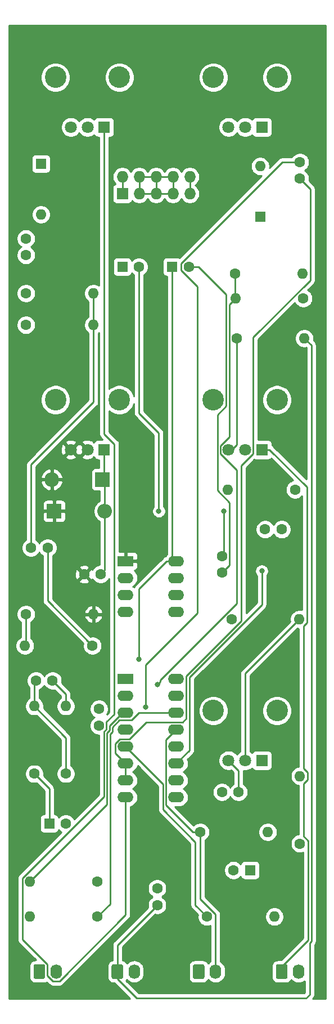
<source format=gbr>
%TF.GenerationSoftware,KiCad,Pcbnew,(5.1.12-1-10_14)*%
%TF.CreationDate,2023-08-06T16:46:36+02:00*%
%TF.ProjectId,springy_board,73707269-6e67-4795-9f62-6f6172642e6b,rev?*%
%TF.SameCoordinates,Original*%
%TF.FileFunction,Copper,L2,Bot*%
%TF.FilePolarity,Positive*%
%FSLAX46Y46*%
G04 Gerber Fmt 4.6, Leading zero omitted, Abs format (unit mm)*
G04 Created by KiCad (PCBNEW (5.1.12-1-10_14)) date 2023-08-06 16:46:36*
%MOMM*%
%LPD*%
G01*
G04 APERTURE LIST*
%TA.AperFunction,ComponentPad*%
%ADD10R,1.600000X1.600000*%
%TD*%
%TA.AperFunction,ComponentPad*%
%ADD11C,1.600000*%
%TD*%
%TA.AperFunction,ComponentPad*%
%ADD12O,2.200000X2.200000*%
%TD*%
%TA.AperFunction,ComponentPad*%
%ADD13R,2.200000X2.200000*%
%TD*%
%TA.AperFunction,ComponentPad*%
%ADD14O,1.600000X1.600000*%
%TD*%
%TA.AperFunction,ComponentPad*%
%ADD15O,1.740000X2.200000*%
%TD*%
%TA.AperFunction,ComponentPad*%
%ADD16R,1.727200X1.727200*%
%TD*%
%TA.AperFunction,ComponentPad*%
%ADD17O,1.727200X1.727200*%
%TD*%
%TA.AperFunction,ComponentPad*%
%ADD18R,1.800000X1.800000*%
%TD*%
%TA.AperFunction,ComponentPad*%
%ADD19C,1.800000*%
%TD*%
%TA.AperFunction,ComponentPad*%
%ADD20C,3.240000*%
%TD*%
%TA.AperFunction,ComponentPad*%
%ADD21R,2.400000X1.600000*%
%TD*%
%TA.AperFunction,ComponentPad*%
%ADD22O,2.400000X1.600000*%
%TD*%
%TA.AperFunction,ViaPad*%
%ADD23C,0.800000*%
%TD*%
%TA.AperFunction,Conductor*%
%ADD24C,0.250000*%
%TD*%
%TA.AperFunction,Conductor*%
%ADD25C,0.254000*%
%TD*%
%TA.AperFunction,Conductor*%
%ADD26C,0.100000*%
%TD*%
G04 APERTURE END LIST*
D10*
%TO.P,10uf1,1*%
%TO.N,Net-(10uf1-Pad1)*%
X386500000Y-68750000D03*
D11*
%TO.P,10uf1,2*%
%TO.N,GND*%
X389000000Y-68750000D03*
%TD*%
%TO.P,C1,2*%
%TO.N,Net-(C1-Pad2)*%
X391750000Y-31250000D03*
%TO.P,C1,1*%
%TO.N,Net-(C1-Pad1)*%
X394250000Y-31250000D03*
%TD*%
%TO.P,C2,1*%
%TO.N,Net-(C2-Pad1)*%
X419000000Y-24500000D03*
%TO.P,C2,2*%
%TO.N,Net-(C2-Pad2)*%
X421500000Y-24500000D03*
%TD*%
%TO.P,C3,1*%
%TO.N,Net-(C2-Pad2)*%
X386250000Y-27250000D03*
%TO.P,C3,2*%
%TO.N,Net-(C3-Pad2)*%
X383750000Y-27250000D03*
%TD*%
%TO.P,C4,2*%
%TO.N,Net-(C4-Pad2)*%
X412500000Y-64000000D03*
%TO.P,C4,1*%
%TO.N,Net-(C4-Pad1)*%
X415000000Y-64000000D03*
%TD*%
%TO.P,C5,2*%
%TO.N,Net-(C5-Pad2)*%
X424250000Y30750000D03*
%TO.P,C5,1*%
%TO.N,Net-(C5-Pad1)*%
X424250000Y28250000D03*
%TD*%
%TO.P,C6,1*%
%TO.N,Net-(C6-Pad1)*%
X387000000Y-47250000D03*
%TO.P,C6,2*%
%TO.N,Net-(C6-Pad2)*%
X384500000Y-47250000D03*
%TD*%
D10*
%TO.P,C8,1*%
%TO.N,Net-(C8-Pad1)*%
X416750000Y-75750000D03*
D11*
%TO.P,C8,2*%
%TO.N,GND*%
X414250000Y-75750000D03*
%TD*%
%TO.P,C9,1*%
%TO.N,Net-(C9-Pad1)*%
X383000000Y19250000D03*
%TO.P,C9,2*%
%TO.N,GND*%
X383000000Y16750000D03*
%TD*%
%TO.P,C10,1*%
%TO.N,Net-(C10-Pad1)*%
X402750000Y-81000000D03*
%TO.P,C10,2*%
%TO.N,GND*%
X402750000Y-78500000D03*
%TD*%
%TO.P,C11,2*%
%TO.N,GND*%
X407500000Y15000000D03*
D10*
%TO.P,C11,1*%
%TO.N,Net-(C11-Pad1)*%
X405000000Y15000000D03*
%TD*%
D11*
%TO.P,C12,2*%
%TO.N,Net-(C12-Pad2)*%
X412500000Y-28500000D03*
%TO.P,C12,1*%
%TO.N,GND*%
X412500000Y-31000000D03*
%TD*%
%TO.P,C13,1*%
%TO.N,Net-(C11-Pad1)*%
X394000000Y-54000000D03*
%TO.P,C13,2*%
%TO.N,GND*%
X394000000Y-51500000D03*
%TD*%
D12*
%TO.P,D1,2*%
%TO.N,Net-(C1-Pad2)*%
X386880000Y-17000000D03*
D13*
%TO.P,D1,1*%
%TO.N,Net-(C1-Pad1)*%
X394500000Y-17000000D03*
%TD*%
%TO.P,D2,1*%
%TO.N,Net-(C1-Pad2)*%
X387250000Y-21750000D03*
D12*
%TO.P,D2,2*%
%TO.N,Net-(C1-Pad1)*%
X394870000Y-21750000D03*
%TD*%
D14*
%TO.P,D3,2*%
%TO.N,Net-(D3-Pad2)*%
X418250000Y30120000D03*
D10*
%TO.P,D3,1*%
%TO.N,Net-(C11-Pad1)*%
X418250000Y22500000D03*
%TD*%
%TO.P,D4,1*%
%TO.N,Net-(D4-Pad1)*%
X385250000Y30500000D03*
D14*
%TO.P,D4,2*%
%TO.N,Net-(C12-Pad2)*%
X385250000Y22880000D03*
%TD*%
D15*
%TO.P,INPUT,2*%
%TO.N,GND*%
X387540000Y-91000000D03*
%TO.P,INPUT,1*%
%TO.N,Net-(C4-Pad2)*%
%TA.AperFunction,ComponentPad*%
G36*
G01*
X384130000Y-91850001D02*
X384130000Y-90149999D01*
G75*
G02*
X384379999Y-89900000I249999J0D01*
G01*
X385620001Y-89900000D01*
G75*
G02*
X385870000Y-90149999I0J-249999D01*
G01*
X385870000Y-91850001D01*
G75*
G02*
X385620001Y-92100000I-249999J0D01*
G01*
X384379999Y-92100000D01*
G75*
G02*
X384130000Y-91850001I0J249999D01*
G01*
G37*
%TD.AperFunction*%
%TD*%
%TO.P,OUTPUT,1*%
%TO.N,Net-(J2-Pad1)*%
%TA.AperFunction,ComponentPad*%
G36*
G01*
X420630000Y-91850001D02*
X420630000Y-90149999D01*
G75*
G02*
X420879999Y-89900000I249999J0D01*
G01*
X422120001Y-89900000D01*
G75*
G02*
X422370000Y-90149999I0J-249999D01*
G01*
X422370000Y-91850001D01*
G75*
G02*
X422120001Y-92100000I-249999J0D01*
G01*
X420879999Y-92100000D01*
G75*
G02*
X420630000Y-91850001I0J249999D01*
G01*
G37*
%TD.AperFunction*%
%TO.P,OUTPUT,2*%
%TO.N,GND*%
X424040000Y-91000000D03*
%TD*%
D16*
%TO.P,J5,1*%
%TO.N,Net-(D4-Pad1)*%
X397500000Y26000000D03*
D17*
%TO.P,J5,2*%
X397500000Y28540000D03*
%TO.P,J5,3*%
%TO.N,GND*%
X400040000Y26000000D03*
%TO.P,J5,4*%
X400040000Y28540000D03*
%TO.P,J5,5*%
X402580000Y26000000D03*
%TO.P,J5,6*%
X402580000Y28540000D03*
%TO.P,J5,7*%
X405120000Y26000000D03*
%TO.P,J5,8*%
X405120000Y28540000D03*
%TO.P,J5,9*%
%TO.N,Net-(D3-Pad2)*%
X407660000Y26000000D03*
%TO.P,J5,10*%
X407660000Y28540000D03*
%TD*%
D14*
%TO.P,R1,2*%
%TO.N,Net-(R1-Pad2)*%
X424160000Y-38000000D03*
D11*
%TO.P,R1,1*%
%TO.N,Net-(C1-Pad1)*%
X414000000Y-38000000D03*
%TD*%
D14*
%TO.P,R2,2*%
%TO.N,Net-(C1-Pad2)*%
X393160000Y-37250000D03*
D11*
%TO.P,R2,1*%
%TO.N,Net-(C2-Pad1)*%
X383000000Y-37250000D03*
%TD*%
%TO.P,R3,1*%
%TO.N,Net-(C2-Pad2)*%
X393000000Y-42000000D03*
D14*
%TO.P,R3,2*%
%TO.N,Net-(C2-Pad1)*%
X382840000Y-42000000D03*
%TD*%
D11*
%TO.P,R4,1*%
%TO.N,GND*%
X383000000Y11000000D03*
D14*
%TO.P,R4,2*%
%TO.N,Net-(C3-Pad2)*%
X393160000Y11000000D03*
%TD*%
%TO.P,R5,2*%
%TO.N,GND*%
X424250000Y-61590000D03*
D11*
%TO.P,R5,1*%
%TO.N,Net-(C4-Pad1)*%
X424250000Y-71750000D03*
%TD*%
D14*
%TO.P,R6,2*%
%TO.N,Net-(C3-Pad2)*%
X393160000Y6250000D03*
D11*
%TO.P,R6,1*%
%TO.N,Net-(J2-Pad1)*%
X383000000Y6250000D03*
%TD*%
%TO.P,R7,1*%
%TO.N,Net-(R7-Pad1)*%
X423500000Y-18500000D03*
D14*
%TO.P,R7,2*%
%TO.N,Net-(R7-Pad2)*%
X413340000Y-18500000D03*
%TD*%
D11*
%TO.P,R8,1*%
%TO.N,Net-(R7-Pad2)*%
X410250000Y-82750000D03*
D14*
%TO.P,R8,2*%
%TO.N,Net-(C4-Pad1)*%
X420410000Y-82750000D03*
%TD*%
D11*
%TO.P,R9,1*%
%TO.N,Net-(C6-Pad2)*%
X389000000Y-61250000D03*
D14*
%TO.P,R9,2*%
%TO.N,Net-(C6-Pad1)*%
X389000000Y-51090000D03*
%TD*%
%TO.P,R10,2*%
%TO.N,Net-(C6-Pad2)*%
X384250000Y-51090000D03*
D11*
%TO.P,R10,1*%
%TO.N,Net-(10uf1-Pad1)*%
X384250000Y-61250000D03*
%TD*%
%TO.P,R11,1*%
%TO.N,Net-(C10-Pad1)*%
X393750000Y-77500000D03*
D14*
%TO.P,R11,2*%
%TO.N,Net-(R11-Pad2)*%
X383590000Y-77500000D03*
%TD*%
%TO.P,R12,2*%
%TO.N,Net-(C8-Pad1)*%
X419410000Y-70000000D03*
D11*
%TO.P,R12,1*%
%TO.N,Net-(J3-Pad2)*%
X409250000Y-70000000D03*
%TD*%
%TO.P,R13,1*%
%TO.N,Net-(R13-Pad1)*%
X414500000Y14000000D03*
D14*
%TO.P,R13,2*%
%TO.N,Net-(C9-Pad1)*%
X424660000Y14000000D03*
%TD*%
D11*
%TO.P,R14,1*%
%TO.N,GND*%
X424750000Y10250000D03*
D14*
%TO.P,R14,2*%
%TO.N,Net-(R13-Pad1)*%
X414590000Y10250000D03*
%TD*%
%TO.P,R15,2*%
%TO.N,Net-(J3-Pad2)*%
X383590000Y-82750000D03*
D11*
%TO.P,R15,1*%
%TO.N,Net-(J3-Pad1)*%
X393750000Y-82750000D03*
%TD*%
D14*
%TO.P,R16,2*%
%TO.N,Net-(C10-Pad1)*%
X424910000Y4250000D03*
D11*
%TO.P,R16,1*%
%TO.N,GND*%
X414750000Y4250000D03*
%TD*%
D18*
%TO.P,RV1,1*%
%TO.N,Net-(C1-Pad1)*%
X394750000Y-12500000D03*
D19*
%TO.P,RV1,2*%
%TO.N,Net-(C1-Pad2)*%
X392250000Y-12500000D03*
%TO.P,RV1,3*%
X389750000Y-12500000D03*
D20*
%TO.P,RV1,*%
%TO.N,*%
X387450000Y-5000000D03*
X397050000Y-5000000D03*
%TD*%
D18*
%TO.P,RV2,1*%
%TO.N,Net-(C6-Pad1)*%
X418500000Y-59250000D03*
D19*
%TO.P,RV2,2*%
%TO.N,Net-(R1-Pad2)*%
X416000000Y-59250000D03*
%TO.P,RV2,3*%
%TO.N,Net-(C4-Pad1)*%
X413500000Y-59250000D03*
D20*
%TO.P,RV2,*%
%TO.N,*%
X411200000Y-51750000D03*
X420800000Y-51750000D03*
%TD*%
%TO.P,RV3,*%
%TO.N,*%
X420800000Y-5000000D03*
X411200000Y-5000000D03*
D19*
%TO.P,RV3,3*%
%TO.N,GND*%
X413500000Y-12500000D03*
%TO.P,RV3,2*%
%TO.N,Net-(R7-Pad1)*%
X416000000Y-12500000D03*
D18*
%TO.P,RV3,1*%
%TO.N,Net-(J2-Pad1)*%
X418500000Y-12500000D03*
%TD*%
%TO.P,RV4,1*%
%TO.N,GND*%
X418500000Y36000000D03*
D19*
%TO.P,RV4,2*%
%TO.N,Net-(C5-Pad2)*%
X416000000Y36000000D03*
%TO.P,RV4,3*%
X413500000Y36000000D03*
D20*
%TO.P,RV4,*%
%TO.N,*%
X411200000Y43500000D03*
X420800000Y43500000D03*
%TD*%
%TO.P,RV5,*%
%TO.N,*%
X397050000Y43500000D03*
X387450000Y43500000D03*
D19*
%TO.P,RV5,3*%
%TO.N,Net-(C9-Pad1)*%
X389750000Y36000000D03*
%TO.P,RV5,2*%
%TO.N,Net-(RV5-Pad1)*%
X392250000Y36000000D03*
D18*
%TO.P,RV5,1*%
X394750000Y36000000D03*
%TD*%
D21*
%TO.P,U1,1*%
%TO.N,Net-(C1-Pad2)*%
X398000000Y-29250000D03*
D22*
%TO.P,U1,5*%
%TO.N,GND*%
X405620000Y-36870000D03*
%TO.P,U1,2*%
%TO.N,Net-(C1-Pad1)*%
X398000000Y-31790000D03*
%TO.P,U1,6*%
%TO.N,Net-(C2-Pad1)*%
X405620000Y-34330000D03*
%TO.P,U1,3*%
%TO.N,GND*%
X398000000Y-34330000D03*
%TO.P,U1,7*%
%TO.N,Net-(C2-Pad2)*%
X405620000Y-31790000D03*
%TO.P,U1,4*%
%TO.N,Net-(C12-Pad2)*%
X398000000Y-36870000D03*
%TO.P,U1,8*%
%TO.N,Net-(C11-Pad1)*%
X405620000Y-29250000D03*
%TD*%
D21*
%TO.P,U2,1*%
%TO.N,Net-(C6-Pad1)*%
X398000000Y-47000000D03*
D22*
%TO.P,U2,9*%
%TO.N,Net-(RV5-Pad1)*%
X405620000Y-64780000D03*
%TO.P,U2,2*%
%TO.N,Net-(C6-Pad2)*%
X398000000Y-49540000D03*
%TO.P,U2,10*%
%TO.N,Net-(C5-Pad2)*%
X405620000Y-62240000D03*
%TO.P,U2,3*%
%TO.N,Net-(R11-Pad2)*%
X398000000Y-52080000D03*
%TO.P,U2,11*%
%TO.N,Net-(C12-Pad2)*%
X405620000Y-59700000D03*
%TO.P,U2,4*%
%TO.N,Net-(C11-Pad1)*%
X398000000Y-54620000D03*
%TO.P,U2,12*%
%TO.N,Net-(R13-Pad1)*%
X405620000Y-57160000D03*
%TO.P,U2,5*%
%TO.N,Net-(R7-Pad2)*%
X398000000Y-57160000D03*
%TO.P,U2,13*%
%TO.N,Net-(J3-Pad2)*%
X405620000Y-54620000D03*
%TO.P,U2,6*%
%TO.N,Net-(C5-Pad1)*%
X398000000Y-59700000D03*
%TO.P,U2,14*%
%TO.N,Net-(J3-Pad1)*%
X405620000Y-52080000D03*
%TO.P,U2,7*%
%TO.N,Net-(C5-Pad1)*%
X398000000Y-62240000D03*
%TO.P,U2,15*%
%TO.N,N/C*%
X405620000Y-49540000D03*
%TO.P,U2,8*%
%TO.N,Net-(RV5-Pad1)*%
X398000000Y-64780000D03*
%TO.P,U2,16*%
%TO.N,N/C*%
X405620000Y-47000000D03*
%TD*%
%TO.P,TO SPRING,1*%
%TO.N,Net-(J3-Pad1)*%
%TA.AperFunction,ComponentPad*%
G36*
G01*
X408130000Y-91850001D02*
X408130000Y-90149999D01*
G75*
G02*
X408379999Y-89900000I249999J0D01*
G01*
X409620001Y-89900000D01*
G75*
G02*
X409870000Y-90149999I0J-249999D01*
G01*
X409870000Y-91850001D01*
G75*
G02*
X409620001Y-92100000I-249999J0D01*
G01*
X408379999Y-92100000D01*
G75*
G02*
X408130000Y-91850001I0J249999D01*
G01*
G37*
%TD.AperFunction*%
D15*
%TO.P,TO SPRING,2*%
%TO.N,Net-(J3-Pad2)*%
X411540000Y-91000000D03*
%TD*%
%TO.P,FROM SPRING,2*%
%TO.N,GND*%
X399290000Y-91000000D03*
%TO.P,FROM SPRING,1*%
%TO.N,Net-(C10-Pad1)*%
%TA.AperFunction,ComponentPad*%
G36*
G01*
X395880000Y-91850001D02*
X395880000Y-90149999D01*
G75*
G02*
X396129999Y-89900000I249999J0D01*
G01*
X397370001Y-89900000D01*
G75*
G02*
X397620000Y-90149999I0J-249999D01*
G01*
X397620000Y-91850001D01*
G75*
G02*
X397370001Y-92100000I-249999J0D01*
G01*
X396129999Y-92100000D01*
G75*
G02*
X395880000Y-91850001I0J249999D01*
G01*
G37*
%TD.AperFunction*%
%TD*%
D10*
%TO.P,C7,1*%
%TO.N,GND*%
X397500000Y15000000D03*
D11*
%TO.P,C7,2*%
%TO.N,Net-(C12-Pad2)*%
X400000000Y15000000D03*
%TD*%
D23*
%TO.N,Net-(C5-Pad2)*%
X401000000Y-51250000D03*
%TO.N,Net-(C12-Pad2)*%
X403000000Y-21750000D03*
X412750000Y-21750000D03*
X418500000Y-30750000D03*
%TO.N,Net-(C11-Pad1)*%
X400000000Y-44000000D03*
%TO.N,Net-(R13-Pad1)*%
X402814498Y-47814498D03*
%TD*%
D24*
%TO.N,Net-(10uf1-Pad1)*%
X386500000Y-63500000D02*
X384250000Y-61250000D01*
X386500000Y-68750000D02*
X386500000Y-63500000D01*
%TO.N,GND*%
X400040000Y28540000D02*
X400040000Y26000000D01*
X402580000Y28540000D02*
X402580000Y26000000D01*
X405120000Y28540000D02*
X405120000Y26000000D01*
X400040000Y28540000D02*
X402580000Y28540000D01*
X402580000Y28540000D02*
X405120000Y28540000D01*
X405120000Y26000000D02*
X402580000Y26000000D01*
X402580000Y26000000D02*
X400040000Y26000000D01*
X414750000Y4250000D02*
X414750000Y-11750000D01*
X414000000Y-12500000D02*
X413500000Y-12500000D01*
X414750000Y-11750000D02*
X414000000Y-12500000D01*
X413145001Y-5933601D02*
X413145001Y10854999D01*
X411824988Y-7253614D02*
X413145001Y-5933601D01*
X413625001Y-20450003D02*
X411824988Y-18649990D01*
X413625001Y-29874999D02*
X413625001Y-20450003D01*
X411824988Y-18649990D02*
X411824988Y-7253614D01*
X412500000Y-31000000D02*
X413625001Y-29874999D01*
X409000000Y15000000D02*
X407500000Y15000000D01*
X413145001Y10854999D02*
X409000000Y15000000D01*
%TO.N,Net-(C1-Pad1)*%
X394870000Y-30630000D02*
X394250000Y-31250000D01*
X394870000Y-21750000D02*
X394870000Y-30630000D01*
X394870000Y-17370000D02*
X394500000Y-17000000D01*
X394870000Y-21750000D02*
X394870000Y-17370000D01*
X394750000Y-16750000D02*
X394500000Y-17000000D01*
X394750000Y-12500000D02*
X394750000Y-16750000D01*
%TO.N,Net-(C2-Pad1)*%
X383000000Y-41840000D02*
X382840000Y-42000000D01*
X383000000Y-37250000D02*
X383000000Y-41840000D01*
%TO.N,Net-(C2-Pad2)*%
X386250000Y-35250000D02*
X393000000Y-42000000D01*
X386250000Y-27250000D02*
X386250000Y-35250000D01*
%TO.N,Net-(C3-Pad2)*%
X383750000Y-27250000D02*
X383750000Y-14750000D01*
X393160000Y-5340000D02*
X393160000Y6250000D01*
X383750000Y-14750000D02*
X393160000Y-5340000D01*
X393160000Y11000000D02*
X393160000Y6250000D01*
%TO.N,Net-(C4-Pad1)*%
X415000000Y-60750000D02*
X413500000Y-59250000D01*
X415000000Y-64000000D02*
X415000000Y-60750000D01*
%TO.N,Net-(C5-Pad2)*%
X401000000Y-51250000D02*
X401000000Y-51250000D01*
X421584998Y30750000D02*
X406374999Y15540001D01*
X408799991Y-37063599D02*
X401000000Y-44863590D01*
X406374999Y15540001D02*
X406374999Y14459999D01*
X424250000Y30750000D02*
X421584998Y30750000D01*
X406374999Y14459999D02*
X408799991Y12035007D01*
X408799991Y12035007D02*
X408799991Y-37063599D01*
X401000000Y-44863590D02*
X401000000Y-51250000D01*
%TO.N,Net-(C5-Pad1)*%
X398000000Y-62240000D02*
X398000000Y-59700000D01*
X424250000Y28250000D02*
X425785001Y26714999D01*
X417225001Y4390003D02*
X417225001Y-13088001D01*
X407145010Y-52926388D02*
X406576408Y-53494990D01*
X425785001Y26714999D02*
X425785001Y12950003D01*
X401116014Y-53494990D02*
X398576014Y-56034990D01*
X396474990Y-58174990D02*
X398000000Y-59700000D01*
X417225001Y-13088001D02*
X415411999Y-14901003D01*
X415411999Y-38253003D02*
X407145010Y-46519992D01*
X415411999Y-14901003D02*
X415411999Y-38253003D01*
X425785001Y12950003D02*
X417225001Y4390003D01*
X407145010Y-46519992D02*
X407145010Y-52926388D01*
X406576408Y-53494990D02*
X401116014Y-53494990D01*
X398576014Y-56034990D02*
X397134006Y-56034990D01*
X397134006Y-56034990D02*
X396474990Y-56694006D01*
X396474990Y-56694006D02*
X396474990Y-58174990D01*
%TO.N,Net-(C6-Pad1)*%
X389000000Y-49250000D02*
X387000000Y-47250000D01*
X389000000Y-51090000D02*
X389000000Y-49250000D01*
%TO.N,Net-(C6-Pad2)*%
X389000000Y-55840000D02*
X384250000Y-51090000D01*
X389000000Y-61250000D02*
X389000000Y-55840000D01*
X384250000Y-47500000D02*
X384500000Y-47250000D01*
X384250000Y-51090000D02*
X384250000Y-47500000D01*
%TO.N,Net-(C12-Pad2)*%
X400000000Y15000000D02*
X400000000Y-7000000D01*
X400000000Y-7000000D02*
X403000000Y-10000000D01*
X403000000Y-10000000D02*
X403000000Y-21500000D01*
X403000000Y-21500000D02*
X403000000Y-21750000D01*
X403000000Y-21750000D02*
X403000000Y-21750000D01*
X412750000Y-28250000D02*
X412500000Y-28500000D01*
X412750000Y-21750000D02*
X412750000Y-28250000D01*
X407595021Y-46706392D02*
X418500000Y-35801413D01*
X407595021Y-57724979D02*
X407595021Y-46706392D01*
X405620000Y-59700000D02*
X407595021Y-57724979D01*
X418500000Y-35801413D02*
X418500000Y-30750000D01*
X418500000Y-30750000D02*
X418500000Y-30750000D01*
%TO.N,Net-(C10-Pad1)*%
X396750000Y-87000000D02*
X402750000Y-81000000D01*
X396750000Y-91000000D02*
X396750000Y-87000000D01*
X425950011Y-86436400D02*
X425709999Y-86676412D01*
X425169998Y-95000000D02*
X399650000Y-95000000D01*
X425709999Y-94459999D02*
X425169998Y-95000000D01*
X425950011Y3209989D02*
X425950011Y-86436400D01*
X425709999Y-86676412D02*
X425709999Y-94459999D01*
X396750000Y-92100000D02*
X396750000Y-91000000D01*
X424910000Y4250000D02*
X425950011Y3209989D01*
X399650000Y-95000000D02*
X396750000Y-92100000D01*
%TO.N,Net-(C11-Pad1)*%
X405000000Y-28630000D02*
X405620000Y-29250000D01*
X405000000Y15000000D02*
X405000000Y-28630000D01*
X404170000Y-29250000D02*
X400000000Y-33420000D01*
X405620000Y-29250000D02*
X404170000Y-29250000D01*
X400000000Y-33420000D02*
X400000000Y-44000000D01*
X400000000Y-44000000D02*
X400000000Y-44000000D01*
%TO.N,Net-(D3-Pad2)*%
X407660000Y28540000D02*
X407660000Y26000000D01*
%TO.N,Net-(D4-Pad1)*%
X397500000Y28540000D02*
X397500000Y26000000D01*
%TO.N,Net-(J2-Pad1)*%
X425500000Y-71334998D02*
X425500000Y-86250000D01*
X424790001Y-62715001D02*
X424790001Y-70624999D01*
X425375001Y-61049999D02*
X425375001Y-62130001D01*
X424790001Y-60464999D02*
X425375001Y-61049999D01*
X424790001Y-39035001D02*
X424790001Y-60464999D01*
X425375001Y-62130001D02*
X424790001Y-62715001D01*
X425285001Y-38540001D02*
X424790001Y-39035001D01*
X425285001Y-18135001D02*
X425285001Y-38540001D01*
X419650000Y-12500000D02*
X425285001Y-18135001D01*
X418500000Y-12500000D02*
X419650000Y-12500000D01*
X424790001Y-70624999D02*
X425500000Y-71334998D01*
X421500000Y-90250000D02*
X421500000Y-91000000D01*
X425500000Y-86250000D02*
X421500000Y-90250000D01*
%TO.N,Net-(R1-Pad2)*%
X416000000Y-46160000D02*
X424160000Y-38000000D01*
X416000000Y-59250000D02*
X416000000Y-46160000D01*
%TO.N,Net-(R7-Pad2)*%
X403644979Y-62804979D02*
X403644979Y-66644979D01*
X398000000Y-57160000D02*
X403644979Y-62804979D01*
X403644979Y-66644979D02*
X408500000Y-71500000D01*
X408500000Y-81000000D02*
X410250000Y-82750000D01*
X408500000Y-71500000D02*
X408500000Y-81000000D01*
%TO.N,Net-(R11-Pad2)*%
X395575012Y-54726401D02*
X395575012Y-54038577D01*
X395200011Y-65889989D02*
X395200011Y-55101401D01*
X383590000Y-77500000D02*
X395200011Y-65889989D01*
X395200011Y-55101401D02*
X395575012Y-54726401D01*
X395575012Y-54038577D02*
X397533589Y-52080000D01*
X397533589Y-52080000D02*
X398000000Y-52080000D01*
%TO.N,Net-(J3-Pad2)*%
X409250000Y-80084998D02*
X409250000Y-70000000D01*
X411540000Y-82374998D02*
X409250000Y-80084998D01*
X411540000Y-91000000D02*
X411540000Y-82374998D01*
X404094990Y-65976360D02*
X404094990Y-56145010D01*
X404094990Y-56145010D02*
X405620000Y-54620000D01*
X408118630Y-70000000D02*
X404094990Y-65976360D01*
X409250000Y-70000000D02*
X408118630Y-70000000D01*
%TO.N,Net-(R13-Pad1)*%
X414500000Y10340000D02*
X414590000Y10250000D01*
X414500000Y14000000D02*
X414500000Y10340000D01*
X402814498Y-47814498D02*
X402750000Y-47878996D01*
X403214497Y-47414499D02*
X402814498Y-47814498D01*
X413624999Y9284999D02*
X413624999Y-10561999D01*
X412274999Y-13088001D02*
X414725001Y-15538003D01*
X414725001Y-15538003D02*
X414725001Y-35609997D01*
X412274999Y-11911999D02*
X412274999Y-13088001D01*
X414725001Y-35609997D02*
X403214497Y-47120501D01*
X414590000Y10250000D02*
X413624999Y9284999D01*
X413624999Y-10561999D02*
X412274999Y-11911999D01*
X403214497Y-47120501D02*
X403214497Y-47414499D01*
%TO.N,Net-(J3-Pad1)*%
X397044990Y-53205010D02*
X398865994Y-53205010D01*
X399991004Y-52080000D02*
X405620000Y-52080000D01*
X398865994Y-53205010D02*
X399991004Y-52080000D01*
X396025023Y-54224976D02*
X397044990Y-53205010D01*
X396025023Y-54912801D02*
X396025023Y-54224976D01*
X395650022Y-55287801D02*
X396025023Y-54912801D01*
X395650022Y-80849978D02*
X395650022Y-55287801D01*
X393750000Y-82750000D02*
X395650022Y-80849978D01*
%TO.N,Net-(RV5-Pad1)*%
X388034989Y-92425010D02*
X398000000Y-82459999D01*
X387045011Y-92425010D02*
X388034989Y-92425010D01*
X386195010Y-91575009D02*
X387045011Y-92425010D01*
X386195010Y-89911820D02*
X386195010Y-91575009D01*
X382464999Y-86181809D02*
X386195010Y-89911820D01*
X382464999Y-76950003D02*
X382464999Y-86181809D01*
X395125001Y-54540001D02*
X394750000Y-54915002D01*
X395125001Y-53459999D02*
X395125001Y-54540001D01*
X394750000Y-54915002D02*
X394750000Y-64665002D01*
X396295001Y-52289999D02*
X395125001Y-53459999D01*
X394750000Y-64665002D02*
X382464999Y-76950003D01*
X394750000Y-10114998D02*
X396295001Y-11659999D01*
X394750000Y36000000D02*
X394750000Y-10114998D01*
X398000000Y-82459999D02*
X398000000Y-64780000D01*
X396295001Y-11659999D02*
X396295001Y-52289999D01*
%TD*%
D25*
%TO.N,Net-(C1-Pad2)*%
X428090001Y-95090000D02*
X426154800Y-95090000D01*
X426221001Y-95023799D01*
X426250000Y-95000000D01*
X426344973Y-94884275D01*
X426415545Y-94752246D01*
X426459002Y-94608985D01*
X426469999Y-94497332D01*
X426469999Y-94497324D01*
X426473675Y-94459999D01*
X426469999Y-94422674D01*
X426469999Y-86992825D01*
X426490012Y-86976401D01*
X426584985Y-86860676D01*
X426655557Y-86728647D01*
X426699014Y-86585386D01*
X426710011Y-86473733D01*
X426710011Y-86473724D01*
X426713687Y-86436401D01*
X426710011Y-86399078D01*
X426710011Y3172664D01*
X426713687Y3209989D01*
X426710011Y3247314D01*
X426710011Y3247322D01*
X426699014Y3358975D01*
X426655557Y3502236D01*
X426584985Y3634265D01*
X426490012Y3749990D01*
X426461015Y3773787D01*
X426308688Y3926114D01*
X426345000Y4108665D01*
X426345000Y4391335D01*
X426289853Y4668574D01*
X426181680Y4929727D01*
X426024637Y5164759D01*
X425824759Y5364637D01*
X425589727Y5521680D01*
X425328574Y5629853D01*
X425051335Y5685000D01*
X424768665Y5685000D01*
X424491426Y5629853D01*
X424230273Y5521680D01*
X423995241Y5364637D01*
X423795363Y5164759D01*
X423638320Y4929727D01*
X423530147Y4668574D01*
X423475000Y4391335D01*
X423475000Y4108665D01*
X423530147Y3831426D01*
X423638320Y3570273D01*
X423795363Y3335241D01*
X423995241Y3135363D01*
X424230273Y2978320D01*
X424491426Y2870147D01*
X424768665Y2815000D01*
X425051335Y2815000D01*
X425190011Y2842585D01*
X425190011Y-16965209D01*
X420213804Y-11989003D01*
X420190001Y-11959999D01*
X420074276Y-11865026D01*
X420038072Y-11845674D01*
X420038072Y-11600000D01*
X420025812Y-11475518D01*
X419989502Y-11355820D01*
X419930537Y-11245506D01*
X419851185Y-11148815D01*
X419754494Y-11069463D01*
X419644180Y-11010498D01*
X419524482Y-10974188D01*
X419400000Y-10961928D01*
X417985001Y-10961928D01*
X417985001Y-4777902D01*
X418545000Y-4777902D01*
X418545000Y-5222098D01*
X418631658Y-5657759D01*
X418801645Y-6068143D01*
X419048427Y-6437479D01*
X419362521Y-6751573D01*
X419731857Y-6998355D01*
X420142241Y-7168342D01*
X420577902Y-7255000D01*
X421022098Y-7255000D01*
X421457759Y-7168342D01*
X421868143Y-6998355D01*
X422237479Y-6751573D01*
X422551573Y-6437479D01*
X422798355Y-6068143D01*
X422968342Y-5657759D01*
X423055000Y-5222098D01*
X423055000Y-4777902D01*
X422968342Y-4342241D01*
X422798355Y-3931857D01*
X422551573Y-3562521D01*
X422237479Y-3248427D01*
X421868143Y-3001645D01*
X421457759Y-2831658D01*
X421022098Y-2745000D01*
X420577902Y-2745000D01*
X420142241Y-2831658D01*
X419731857Y-3001645D01*
X419362521Y-3248427D01*
X419048427Y-3562521D01*
X418801645Y-3931857D01*
X418631658Y-4342241D01*
X418545000Y-4777902D01*
X417985001Y-4777902D01*
X417985001Y4075202D01*
X423479022Y9569222D01*
X423635363Y9335241D01*
X423835241Y9135363D01*
X424070273Y8978320D01*
X424331426Y8870147D01*
X424608665Y8815000D01*
X424891335Y8815000D01*
X425168574Y8870147D01*
X425429727Y8978320D01*
X425664759Y9135363D01*
X425864637Y9335241D01*
X426021680Y9570273D01*
X426129853Y9831426D01*
X426185000Y10108665D01*
X426185000Y10391335D01*
X426129853Y10668574D01*
X426021680Y10929727D01*
X425864637Y11164759D01*
X425664759Y11364637D01*
X425430778Y11520978D01*
X426296004Y12386204D01*
X426325002Y12410002D01*
X426365446Y12459283D01*
X426419975Y12525726D01*
X426490547Y12657756D01*
X426511952Y12728320D01*
X426534004Y12801017D01*
X426545001Y12912670D01*
X426545001Y12912679D01*
X426548677Y12950002D01*
X426545001Y12987325D01*
X426545001Y26677677D01*
X426548677Y26715000D01*
X426545001Y26752323D01*
X426545001Y26752332D01*
X426534004Y26863985D01*
X426490547Y27007246D01*
X426419975Y27139275D01*
X426325002Y27255000D01*
X426296005Y27278797D01*
X425648688Y27926114D01*
X425685000Y28108665D01*
X425685000Y28391335D01*
X425629853Y28668574D01*
X425521680Y28929727D01*
X425364637Y29164759D01*
X425164759Y29364637D01*
X424962173Y29500000D01*
X425164759Y29635363D01*
X425364637Y29835241D01*
X425521680Y30070273D01*
X425629853Y30331426D01*
X425685000Y30608665D01*
X425685000Y30891335D01*
X425629853Y31168574D01*
X425521680Y31429727D01*
X425364637Y31664759D01*
X425164759Y31864637D01*
X424929727Y32021680D01*
X424668574Y32129853D01*
X424391335Y32185000D01*
X424108665Y32185000D01*
X423831426Y32129853D01*
X423570273Y32021680D01*
X423335241Y31864637D01*
X423135363Y31664759D01*
X423031957Y31510000D01*
X421622321Y31510000D01*
X421584998Y31513676D01*
X421547675Y31510000D01*
X421547665Y31510000D01*
X421436012Y31499003D01*
X421292751Y31455546D01*
X421160722Y31384974D01*
X421044997Y31290001D01*
X421021199Y31261003D01*
X419671626Y29911430D01*
X419685000Y29978665D01*
X419685000Y30261335D01*
X419629853Y30538574D01*
X419521680Y30799727D01*
X419364637Y31034759D01*
X419164759Y31234637D01*
X418929727Y31391680D01*
X418668574Y31499853D01*
X418391335Y31555000D01*
X418108665Y31555000D01*
X417831426Y31499853D01*
X417570273Y31391680D01*
X417335241Y31234637D01*
X417135363Y31034759D01*
X416978320Y30799727D01*
X416870147Y30538574D01*
X416815000Y30261335D01*
X416815000Y29978665D01*
X416870147Y29701426D01*
X416978320Y29440273D01*
X417135363Y29205241D01*
X417335241Y29005363D01*
X417570273Y28848320D01*
X417831426Y28740147D01*
X418108665Y28685000D01*
X418391335Y28685000D01*
X418458570Y28698374D01*
X406112944Y16352747D01*
X406044180Y16389502D01*
X405924482Y16425812D01*
X405800000Y16438072D01*
X404200000Y16438072D01*
X404075518Y16425812D01*
X403955820Y16389502D01*
X403845506Y16330537D01*
X403748815Y16251185D01*
X403669463Y16154494D01*
X403610498Y16044180D01*
X403574188Y15924482D01*
X403561928Y15800000D01*
X403561928Y14200000D01*
X403574188Y14075518D01*
X403610498Y13955820D01*
X403669463Y13845506D01*
X403748815Y13748815D01*
X403845506Y13669463D01*
X403955820Y13610498D01*
X404075518Y13574188D01*
X404200000Y13561928D01*
X404240000Y13561928D01*
X404240001Y-28197886D01*
X404200392Y-28230392D01*
X404021068Y-28448899D01*
X403987843Y-28511059D01*
X403877753Y-28544454D01*
X403745724Y-28615026D01*
X403629999Y-28709999D01*
X403606202Y-28738996D01*
X399489003Y-32856196D01*
X399459999Y-32879999D01*
X399430648Y-32915764D01*
X399365026Y-32995724D01*
X399363907Y-32997818D01*
X399294454Y-33127754D01*
X399275042Y-33191749D01*
X399201101Y-33131068D01*
X399068142Y-33060000D01*
X399201101Y-32988932D01*
X399419608Y-32809608D01*
X399598932Y-32591101D01*
X399732182Y-32341808D01*
X399814236Y-32071309D01*
X399841943Y-31790000D01*
X399814236Y-31508691D01*
X399732182Y-31238192D01*
X399598932Y-30988899D01*
X399419608Y-30770392D01*
X399306518Y-30677581D01*
X399324482Y-30675812D01*
X399444180Y-30639502D01*
X399554494Y-30580537D01*
X399651185Y-30501185D01*
X399730537Y-30404494D01*
X399789502Y-30294180D01*
X399825812Y-30174482D01*
X399838072Y-30050000D01*
X399835000Y-29535750D01*
X399676250Y-29377000D01*
X398127000Y-29377000D01*
X398127000Y-29397000D01*
X397873000Y-29397000D01*
X397873000Y-29377000D01*
X397853000Y-29377000D01*
X397853000Y-29123000D01*
X397873000Y-29123000D01*
X397873000Y-27973750D01*
X398127000Y-27973750D01*
X398127000Y-29123000D01*
X399676250Y-29123000D01*
X399835000Y-28964250D01*
X399838072Y-28450000D01*
X399825812Y-28325518D01*
X399789502Y-28205820D01*
X399730537Y-28095506D01*
X399651185Y-27998815D01*
X399554494Y-27919463D01*
X399444180Y-27860498D01*
X399324482Y-27824188D01*
X399200000Y-27811928D01*
X398285750Y-27815000D01*
X398127000Y-27973750D01*
X397873000Y-27973750D01*
X397714250Y-27815000D01*
X397055001Y-27812785D01*
X397055001Y-11697321D01*
X397058677Y-11659998D01*
X397055001Y-11622675D01*
X397055001Y-11622666D01*
X397044004Y-11511013D01*
X397000547Y-11367752D01*
X396929975Y-11235723D01*
X396835002Y-11119998D01*
X396806005Y-11096201D01*
X395510000Y-9800197D01*
X395510000Y-6649052D01*
X395612521Y-6751573D01*
X395981857Y-6998355D01*
X396392241Y-7168342D01*
X396827902Y-7255000D01*
X397272098Y-7255000D01*
X397707759Y-7168342D01*
X398118143Y-6998355D01*
X398487479Y-6751573D01*
X398801573Y-6437479D01*
X399048355Y-6068143D01*
X399218342Y-5657759D01*
X399240001Y-5548872D01*
X399240001Y-6962667D01*
X399236324Y-7000000D01*
X399240001Y-7037333D01*
X399250998Y-7148986D01*
X399264180Y-7192442D01*
X399294454Y-7292246D01*
X399365026Y-7424276D01*
X399436201Y-7511002D01*
X399460000Y-7540001D01*
X399488998Y-7563799D01*
X402240000Y-10314802D01*
X402240001Y-21046288D01*
X402196063Y-21090226D01*
X402082795Y-21259744D01*
X402004774Y-21448102D01*
X401965000Y-21648061D01*
X401965000Y-21851939D01*
X402004774Y-22051898D01*
X402082795Y-22240256D01*
X402196063Y-22409774D01*
X402340226Y-22553937D01*
X402509744Y-22667205D01*
X402698102Y-22745226D01*
X402898061Y-22785000D01*
X403101939Y-22785000D01*
X403301898Y-22745226D01*
X403490256Y-22667205D01*
X403659774Y-22553937D01*
X403803937Y-22409774D01*
X403917205Y-22240256D01*
X403995226Y-22051898D01*
X404035000Y-21851939D01*
X404035000Y-21648061D01*
X403995226Y-21448102D01*
X403917205Y-21259744D01*
X403803937Y-21090226D01*
X403760000Y-21046289D01*
X403760000Y-10037325D01*
X403763676Y-10000000D01*
X403760000Y-9962675D01*
X403760000Y-9962667D01*
X403749003Y-9851014D01*
X403705546Y-9707753D01*
X403634974Y-9575724D01*
X403540001Y-9459999D01*
X403511004Y-9436202D01*
X400760000Y-6685199D01*
X400760000Y13781957D01*
X400914759Y13885363D01*
X401114637Y14085241D01*
X401271680Y14320273D01*
X401379853Y14581426D01*
X401435000Y14858665D01*
X401435000Y15141335D01*
X401379853Y15418574D01*
X401271680Y15679727D01*
X401114637Y15914759D01*
X400914759Y16114637D01*
X400679727Y16271680D01*
X400418574Y16379853D01*
X400141335Y16435000D01*
X399858665Y16435000D01*
X399581426Y16379853D01*
X399320273Y16271680D01*
X399085241Y16114637D01*
X398918661Y15948057D01*
X398889502Y16044180D01*
X398830537Y16154494D01*
X398751185Y16251185D01*
X398654494Y16330537D01*
X398544180Y16389502D01*
X398424482Y16425812D01*
X398300000Y16438072D01*
X396700000Y16438072D01*
X396575518Y16425812D01*
X396455820Y16389502D01*
X396345506Y16330537D01*
X396248815Y16251185D01*
X396169463Y16154494D01*
X396110498Y16044180D01*
X396074188Y15924482D01*
X396061928Y15800000D01*
X396061928Y14200000D01*
X396074188Y14075518D01*
X396110498Y13955820D01*
X396169463Y13845506D01*
X396248815Y13748815D01*
X396345506Y13669463D01*
X396455820Y13610498D01*
X396575518Y13574188D01*
X396700000Y13561928D01*
X398300000Y13561928D01*
X398424482Y13574188D01*
X398544180Y13610498D01*
X398654494Y13669463D01*
X398751185Y13748815D01*
X398830537Y13845506D01*
X398889502Y13955820D01*
X398918661Y14051943D01*
X399085241Y13885363D01*
X399240000Y13781957D01*
X399240001Y-4451128D01*
X399218342Y-4342241D01*
X399048355Y-3931857D01*
X398801573Y-3562521D01*
X398487479Y-3248427D01*
X398118143Y-3001645D01*
X397707759Y-2831658D01*
X397272098Y-2745000D01*
X396827902Y-2745000D01*
X396392241Y-2831658D01*
X395981857Y-3001645D01*
X395612521Y-3248427D01*
X395510000Y-3350948D01*
X395510000Y26863600D01*
X395998328Y26863600D01*
X395998328Y25136400D01*
X396010588Y25011918D01*
X396046898Y24892220D01*
X396105863Y24781906D01*
X396185215Y24685215D01*
X396281906Y24605863D01*
X396392220Y24546898D01*
X396511918Y24510588D01*
X396636400Y24498328D01*
X398363600Y24498328D01*
X398488082Y24510588D01*
X398607780Y24546898D01*
X398718094Y24605863D01*
X398814785Y24685215D01*
X398894137Y24781906D01*
X398953102Y24892220D01*
X398970636Y24950023D01*
X399084698Y24835961D01*
X399330147Y24671958D01*
X399602875Y24558990D01*
X399892401Y24501400D01*
X400187599Y24501400D01*
X400477125Y24558990D01*
X400749853Y24671958D01*
X400995302Y24835961D01*
X401204039Y25044698D01*
X401310000Y25203281D01*
X401415961Y25044698D01*
X401624698Y24835961D01*
X401870147Y24671958D01*
X402142875Y24558990D01*
X402432401Y24501400D01*
X402727599Y24501400D01*
X403017125Y24558990D01*
X403289853Y24671958D01*
X403535302Y24835961D01*
X403744039Y25044698D01*
X403850000Y25203281D01*
X403955961Y25044698D01*
X404164698Y24835961D01*
X404410147Y24671958D01*
X404682875Y24558990D01*
X404972401Y24501400D01*
X405267599Y24501400D01*
X405557125Y24558990D01*
X405829853Y24671958D01*
X406075302Y24835961D01*
X406284039Y25044698D01*
X406390000Y25203281D01*
X406495961Y25044698D01*
X406704698Y24835961D01*
X406950147Y24671958D01*
X407222875Y24558990D01*
X407512401Y24501400D01*
X407807599Y24501400D01*
X408097125Y24558990D01*
X408369853Y24671958D01*
X408615302Y24835961D01*
X408824039Y25044698D01*
X408988042Y25290147D01*
X409101010Y25562875D01*
X409158600Y25852401D01*
X409158600Y26147599D01*
X409101010Y26437125D01*
X408988042Y26709853D01*
X408824039Y26955302D01*
X408615302Y27164039D01*
X408456719Y27270000D01*
X408615302Y27375961D01*
X408824039Y27584698D01*
X408988042Y27830147D01*
X409101010Y28102875D01*
X409158600Y28392401D01*
X409158600Y28687599D01*
X409101010Y28977125D01*
X408988042Y29249853D01*
X408824039Y29495302D01*
X408615302Y29704039D01*
X408369853Y29868042D01*
X408097125Y29981010D01*
X407807599Y30038600D01*
X407512401Y30038600D01*
X407222875Y29981010D01*
X406950147Y29868042D01*
X406704698Y29704039D01*
X406495961Y29495302D01*
X406390000Y29336719D01*
X406284039Y29495302D01*
X406075302Y29704039D01*
X405829853Y29868042D01*
X405557125Y29981010D01*
X405267599Y30038600D01*
X404972401Y30038600D01*
X404682875Y29981010D01*
X404410147Y29868042D01*
X404164698Y29704039D01*
X403955961Y29495302D01*
X403850000Y29336719D01*
X403744039Y29495302D01*
X403535302Y29704039D01*
X403289853Y29868042D01*
X403017125Y29981010D01*
X402727599Y30038600D01*
X402432401Y30038600D01*
X402142875Y29981010D01*
X401870147Y29868042D01*
X401624698Y29704039D01*
X401415961Y29495302D01*
X401310000Y29336719D01*
X401204039Y29495302D01*
X400995302Y29704039D01*
X400749853Y29868042D01*
X400477125Y29981010D01*
X400187599Y30038600D01*
X399892401Y30038600D01*
X399602875Y29981010D01*
X399330147Y29868042D01*
X399084698Y29704039D01*
X398875961Y29495302D01*
X398770000Y29336719D01*
X398664039Y29495302D01*
X398455302Y29704039D01*
X398209853Y29868042D01*
X397937125Y29981010D01*
X397647599Y30038600D01*
X397352401Y30038600D01*
X397062875Y29981010D01*
X396790147Y29868042D01*
X396544698Y29704039D01*
X396335961Y29495302D01*
X396171958Y29249853D01*
X396058990Y28977125D01*
X396001400Y28687599D01*
X396001400Y28392401D01*
X396058990Y28102875D01*
X396171958Y27830147D01*
X396335961Y27584698D01*
X396450023Y27470636D01*
X396392220Y27453102D01*
X396281906Y27394137D01*
X396185215Y27314785D01*
X396105863Y27218094D01*
X396046898Y27107780D01*
X396010588Y26988082D01*
X395998328Y26863600D01*
X395510000Y26863600D01*
X395510000Y34461928D01*
X395650000Y34461928D01*
X395774482Y34474188D01*
X395894180Y34510498D01*
X396004494Y34569463D01*
X396101185Y34648815D01*
X396180537Y34745506D01*
X396239502Y34855820D01*
X396275812Y34975518D01*
X396288072Y35100000D01*
X396288072Y36151184D01*
X411965000Y36151184D01*
X411965000Y35848816D01*
X412023989Y35552257D01*
X412139701Y35272905D01*
X412307688Y35021495D01*
X412521495Y34807688D01*
X412772905Y34639701D01*
X413052257Y34523989D01*
X413348816Y34465000D01*
X413651184Y34465000D01*
X413947743Y34523989D01*
X414227095Y34639701D01*
X414478505Y34807688D01*
X414692312Y35021495D01*
X414750000Y35107831D01*
X414807688Y35021495D01*
X415021495Y34807688D01*
X415272905Y34639701D01*
X415552257Y34523989D01*
X415848816Y34465000D01*
X416151184Y34465000D01*
X416447743Y34523989D01*
X416727095Y34639701D01*
X416978505Y34807688D01*
X417016120Y34845303D01*
X417069463Y34745506D01*
X417148815Y34648815D01*
X417245506Y34569463D01*
X417355820Y34510498D01*
X417475518Y34474188D01*
X417600000Y34461928D01*
X419400000Y34461928D01*
X419524482Y34474188D01*
X419644180Y34510498D01*
X419754494Y34569463D01*
X419851185Y34648815D01*
X419930537Y34745506D01*
X419989502Y34855820D01*
X420025812Y34975518D01*
X420038072Y35100000D01*
X420038072Y36900000D01*
X420025812Y37024482D01*
X419989502Y37144180D01*
X419930537Y37254494D01*
X419851185Y37351185D01*
X419754494Y37430537D01*
X419644180Y37489502D01*
X419524482Y37525812D01*
X419400000Y37538072D01*
X417600000Y37538072D01*
X417475518Y37525812D01*
X417355820Y37489502D01*
X417245506Y37430537D01*
X417148815Y37351185D01*
X417069463Y37254494D01*
X417016120Y37154697D01*
X416978505Y37192312D01*
X416727095Y37360299D01*
X416447743Y37476011D01*
X416151184Y37535000D01*
X415848816Y37535000D01*
X415552257Y37476011D01*
X415272905Y37360299D01*
X415021495Y37192312D01*
X414807688Y36978505D01*
X414750000Y36892169D01*
X414692312Y36978505D01*
X414478505Y37192312D01*
X414227095Y37360299D01*
X413947743Y37476011D01*
X413651184Y37535000D01*
X413348816Y37535000D01*
X413052257Y37476011D01*
X412772905Y37360299D01*
X412521495Y37192312D01*
X412307688Y36978505D01*
X412139701Y36727095D01*
X412023989Y36447743D01*
X411965000Y36151184D01*
X396288072Y36151184D01*
X396288072Y36900000D01*
X396275812Y37024482D01*
X396239502Y37144180D01*
X396180537Y37254494D01*
X396101185Y37351185D01*
X396004494Y37430537D01*
X395894180Y37489502D01*
X395774482Y37525812D01*
X395650000Y37538072D01*
X393850000Y37538072D01*
X393725518Y37525812D01*
X393605820Y37489502D01*
X393495506Y37430537D01*
X393398815Y37351185D01*
X393319463Y37254494D01*
X393266120Y37154697D01*
X393228505Y37192312D01*
X392977095Y37360299D01*
X392697743Y37476011D01*
X392401184Y37535000D01*
X392098816Y37535000D01*
X391802257Y37476011D01*
X391522905Y37360299D01*
X391271495Y37192312D01*
X391057688Y36978505D01*
X391000000Y36892169D01*
X390942312Y36978505D01*
X390728505Y37192312D01*
X390477095Y37360299D01*
X390197743Y37476011D01*
X389901184Y37535000D01*
X389598816Y37535000D01*
X389302257Y37476011D01*
X389022905Y37360299D01*
X388771495Y37192312D01*
X388557688Y36978505D01*
X388389701Y36727095D01*
X388273989Y36447743D01*
X388215000Y36151184D01*
X388215000Y35848816D01*
X388273989Y35552257D01*
X388389701Y35272905D01*
X388557688Y35021495D01*
X388771495Y34807688D01*
X389022905Y34639701D01*
X389302257Y34523989D01*
X389598816Y34465000D01*
X389901184Y34465000D01*
X390197743Y34523989D01*
X390477095Y34639701D01*
X390728505Y34807688D01*
X390942312Y35021495D01*
X391000000Y35107831D01*
X391057688Y35021495D01*
X391271495Y34807688D01*
X391522905Y34639701D01*
X391802257Y34523989D01*
X392098816Y34465000D01*
X392401184Y34465000D01*
X392697743Y34523989D01*
X392977095Y34639701D01*
X393228505Y34807688D01*
X393266120Y34845303D01*
X393319463Y34745506D01*
X393398815Y34648815D01*
X393495506Y34569463D01*
X393605820Y34510498D01*
X393725518Y34474188D01*
X393850000Y34461928D01*
X393990000Y34461928D01*
X393990001Y12171271D01*
X393839727Y12271680D01*
X393578574Y12379853D01*
X393301335Y12435000D01*
X393018665Y12435000D01*
X392741426Y12379853D01*
X392480273Y12271680D01*
X392245241Y12114637D01*
X392045363Y11914759D01*
X391888320Y11679727D01*
X391780147Y11418574D01*
X391725000Y11141335D01*
X391725000Y10858665D01*
X391780147Y10581426D01*
X391888320Y10320273D01*
X392045363Y10085241D01*
X392245241Y9885363D01*
X392400000Y9781956D01*
X392400001Y7468044D01*
X392245241Y7364637D01*
X392045363Y7164759D01*
X391888320Y6929727D01*
X391780147Y6668574D01*
X391725000Y6391335D01*
X391725000Y6108665D01*
X391780147Y5831426D01*
X391888320Y5570273D01*
X392045363Y5335241D01*
X392245241Y5135363D01*
X392400001Y5031956D01*
X392400000Y-5025198D01*
X383238998Y-14186201D01*
X383210000Y-14209999D01*
X383186202Y-14238997D01*
X383186201Y-14238998D01*
X383115026Y-14325724D01*
X383044454Y-14457754D01*
X383038699Y-14476727D01*
X383000998Y-14601014D01*
X383000235Y-14608757D01*
X382986324Y-14750000D01*
X382990001Y-14787332D01*
X382990000Y-26031957D01*
X382835241Y-26135363D01*
X382635363Y-26335241D01*
X382478320Y-26570273D01*
X382370147Y-26831426D01*
X382315000Y-27108665D01*
X382315000Y-27391335D01*
X382370147Y-27668574D01*
X382478320Y-27929727D01*
X382635363Y-28164759D01*
X382835241Y-28364637D01*
X383070273Y-28521680D01*
X383331426Y-28629853D01*
X383608665Y-28685000D01*
X383891335Y-28685000D01*
X384168574Y-28629853D01*
X384429727Y-28521680D01*
X384664759Y-28364637D01*
X384864637Y-28164759D01*
X385000000Y-27962173D01*
X385135363Y-28164759D01*
X385335241Y-28364637D01*
X385490000Y-28468044D01*
X385490001Y-35212668D01*
X385486324Y-35250000D01*
X385500998Y-35398985D01*
X385544454Y-35542246D01*
X385615026Y-35674276D01*
X385684544Y-35758983D01*
X385710000Y-35790001D01*
X385738998Y-35813799D01*
X391601312Y-41676114D01*
X391565000Y-41858665D01*
X391565000Y-42141335D01*
X391620147Y-42418574D01*
X391728320Y-42679727D01*
X391885363Y-42914759D01*
X392085241Y-43114637D01*
X392320273Y-43271680D01*
X392581426Y-43379853D01*
X392858665Y-43435000D01*
X393141335Y-43435000D01*
X393418574Y-43379853D01*
X393679727Y-43271680D01*
X393914759Y-43114637D01*
X394114637Y-42914759D01*
X394271680Y-42679727D01*
X394379853Y-42418574D01*
X394435000Y-42141335D01*
X394435000Y-41858665D01*
X394379853Y-41581426D01*
X394271680Y-41320273D01*
X394114637Y-41085241D01*
X393914759Y-40885363D01*
X393679727Y-40728320D01*
X393418574Y-40620147D01*
X393141335Y-40565000D01*
X392858665Y-40565000D01*
X392676114Y-40601312D01*
X389673841Y-37599039D01*
X391768096Y-37599039D01*
X391808754Y-37733087D01*
X391928963Y-37987420D01*
X392096481Y-38213414D01*
X392304869Y-38402385D01*
X392546119Y-38547070D01*
X392810960Y-38641909D01*
X393033000Y-38520624D01*
X393033000Y-37377000D01*
X393287000Y-37377000D01*
X393287000Y-38520624D01*
X393509040Y-38641909D01*
X393773881Y-38547070D01*
X394015131Y-38402385D01*
X394223519Y-38213414D01*
X394391037Y-37987420D01*
X394511246Y-37733087D01*
X394551904Y-37599039D01*
X394429915Y-37377000D01*
X393287000Y-37377000D01*
X393033000Y-37377000D01*
X391890085Y-37377000D01*
X391768096Y-37599039D01*
X389673841Y-37599039D01*
X388975763Y-36900961D01*
X391768096Y-36900961D01*
X391890085Y-37123000D01*
X393033000Y-37123000D01*
X393033000Y-35979376D01*
X393287000Y-35979376D01*
X393287000Y-37123000D01*
X394429915Y-37123000D01*
X394551904Y-36900961D01*
X394511246Y-36766913D01*
X394391037Y-36512580D01*
X394223519Y-36286586D01*
X394015131Y-36097615D01*
X393773881Y-35952930D01*
X393509040Y-35858091D01*
X393287000Y-35979376D01*
X393033000Y-35979376D01*
X392810960Y-35858091D01*
X392546119Y-35952930D01*
X392304869Y-36097615D01*
X392096481Y-36286586D01*
X391928963Y-36512580D01*
X391808754Y-36766913D01*
X391768096Y-36900961D01*
X388975763Y-36900961D01*
X387010000Y-34935199D01*
X387010000Y-32242702D01*
X390936903Y-32242702D01*
X391008486Y-32486671D01*
X391263996Y-32607571D01*
X391538184Y-32676300D01*
X391820512Y-32690217D01*
X392100130Y-32648787D01*
X392366292Y-32553603D01*
X392491514Y-32486671D01*
X392563097Y-32242702D01*
X391750000Y-31429605D01*
X390936903Y-32242702D01*
X387010000Y-32242702D01*
X387010000Y-31320512D01*
X390309783Y-31320512D01*
X390351213Y-31600130D01*
X390446397Y-31866292D01*
X390513329Y-31991514D01*
X390757298Y-32063097D01*
X391570395Y-31250000D01*
X390757298Y-30436903D01*
X390513329Y-30508486D01*
X390392429Y-30763996D01*
X390323700Y-31038184D01*
X390309783Y-31320512D01*
X387010000Y-31320512D01*
X387010000Y-30257298D01*
X390936903Y-30257298D01*
X391750000Y-31070395D01*
X392563097Y-30257298D01*
X392491514Y-30013329D01*
X392236004Y-29892429D01*
X391961816Y-29823700D01*
X391679488Y-29809783D01*
X391399870Y-29851213D01*
X391133708Y-29946397D01*
X391008486Y-30013329D01*
X390936903Y-30257298D01*
X387010000Y-30257298D01*
X387010000Y-28468043D01*
X387164759Y-28364637D01*
X387364637Y-28164759D01*
X387521680Y-27929727D01*
X387629853Y-27668574D01*
X387685000Y-27391335D01*
X387685000Y-27108665D01*
X387629853Y-26831426D01*
X387521680Y-26570273D01*
X387364637Y-26335241D01*
X387164759Y-26135363D01*
X386929727Y-25978320D01*
X386668574Y-25870147D01*
X386391335Y-25815000D01*
X386108665Y-25815000D01*
X385831426Y-25870147D01*
X385570273Y-25978320D01*
X385335241Y-26135363D01*
X385135363Y-26335241D01*
X385000000Y-26537827D01*
X384864637Y-26335241D01*
X384664759Y-26135363D01*
X384510000Y-26031957D01*
X384510000Y-22850000D01*
X385511928Y-22850000D01*
X385524188Y-22974482D01*
X385560498Y-23094180D01*
X385619463Y-23204494D01*
X385698815Y-23301185D01*
X385795506Y-23380537D01*
X385905820Y-23439502D01*
X386025518Y-23475812D01*
X386150000Y-23488072D01*
X386964250Y-23485000D01*
X387123000Y-23326250D01*
X387123000Y-21877000D01*
X387377000Y-21877000D01*
X387377000Y-23326250D01*
X387535750Y-23485000D01*
X388350000Y-23488072D01*
X388474482Y-23475812D01*
X388594180Y-23439502D01*
X388704494Y-23380537D01*
X388801185Y-23301185D01*
X388880537Y-23204494D01*
X388939502Y-23094180D01*
X388975812Y-22974482D01*
X388988072Y-22850000D01*
X388985000Y-22035750D01*
X388826250Y-21877000D01*
X387377000Y-21877000D01*
X387123000Y-21877000D01*
X385673750Y-21877000D01*
X385515000Y-22035750D01*
X385511928Y-22850000D01*
X384510000Y-22850000D01*
X384510000Y-20650000D01*
X385511928Y-20650000D01*
X385515000Y-21464250D01*
X385673750Y-21623000D01*
X387123000Y-21623000D01*
X387123000Y-20173750D01*
X387377000Y-20173750D01*
X387377000Y-21623000D01*
X388826250Y-21623000D01*
X388985000Y-21464250D01*
X388988072Y-20650000D01*
X388975812Y-20525518D01*
X388939502Y-20405820D01*
X388880537Y-20295506D01*
X388801185Y-20198815D01*
X388704494Y-20119463D01*
X388594180Y-20060498D01*
X388474482Y-20024188D01*
X388350000Y-20011928D01*
X387535750Y-20015000D01*
X387377000Y-20173750D01*
X387123000Y-20173750D01*
X386964250Y-20015000D01*
X386150000Y-20011928D01*
X386025518Y-20024188D01*
X385905820Y-20060498D01*
X385795506Y-20119463D01*
X385698815Y-20198815D01*
X385619463Y-20295506D01*
X385560498Y-20405820D01*
X385524188Y-20525518D01*
X385511928Y-20650000D01*
X384510000Y-20650000D01*
X384510000Y-17396122D01*
X385190825Y-17396122D01*
X385255425Y-17609094D01*
X385405469Y-17914329D01*
X385612178Y-18184427D01*
X385867609Y-18409008D01*
X386161946Y-18579442D01*
X386483877Y-18689179D01*
X386753000Y-18571600D01*
X386753000Y-17127000D01*
X387007000Y-17127000D01*
X387007000Y-18571600D01*
X387276123Y-18689179D01*
X387598054Y-18579442D01*
X387892391Y-18409008D01*
X388147822Y-18184427D01*
X388354531Y-17914329D01*
X388504575Y-17609094D01*
X388569175Y-17396122D01*
X388451125Y-17127000D01*
X387007000Y-17127000D01*
X386753000Y-17127000D01*
X385308875Y-17127000D01*
X385190825Y-17396122D01*
X384510000Y-17396122D01*
X384510000Y-16603878D01*
X385190825Y-16603878D01*
X385308875Y-16873000D01*
X386753000Y-16873000D01*
X386753000Y-15428400D01*
X387007000Y-15428400D01*
X387007000Y-16873000D01*
X388451125Y-16873000D01*
X388569175Y-16603878D01*
X388504575Y-16390906D01*
X388354531Y-16085671D01*
X388147822Y-15815573D01*
X387892391Y-15590992D01*
X387598054Y-15420558D01*
X387276123Y-15310821D01*
X387007000Y-15428400D01*
X386753000Y-15428400D01*
X386483877Y-15310821D01*
X386161946Y-15420558D01*
X385867609Y-15590992D01*
X385612178Y-15815573D01*
X385405469Y-16085671D01*
X385255425Y-16390906D01*
X385190825Y-16603878D01*
X384510000Y-16603878D01*
X384510000Y-15064801D01*
X386010721Y-13564080D01*
X388865525Y-13564080D01*
X388949208Y-13818261D01*
X389221775Y-13949158D01*
X389514642Y-14024365D01*
X389816553Y-14040991D01*
X390115907Y-13998397D01*
X390401199Y-13898222D01*
X390550792Y-13818261D01*
X390634475Y-13564080D01*
X389750000Y-12679605D01*
X388865525Y-13564080D01*
X386010721Y-13564080D01*
X387008248Y-12566553D01*
X388209009Y-12566553D01*
X388251603Y-12865907D01*
X388351778Y-13151199D01*
X388431739Y-13300792D01*
X388685920Y-13384475D01*
X389570395Y-12500000D01*
X389929605Y-12500000D01*
X390814080Y-13384475D01*
X391000000Y-13323265D01*
X391185920Y-13384475D01*
X392070395Y-12500000D01*
X391185920Y-11615525D01*
X391000000Y-11676735D01*
X390814080Y-11615525D01*
X389929605Y-12500000D01*
X389570395Y-12500000D01*
X388685920Y-11615525D01*
X388431739Y-11699208D01*
X388300842Y-11971775D01*
X388225635Y-12264642D01*
X388209009Y-12566553D01*
X387008248Y-12566553D01*
X388138881Y-11435920D01*
X388865525Y-11435920D01*
X389750000Y-12320395D01*
X390634475Y-11435920D01*
X390550792Y-11181739D01*
X390278225Y-11050842D01*
X389985358Y-10975635D01*
X389683447Y-10959009D01*
X389384093Y-11001603D01*
X389098801Y-11101778D01*
X388949208Y-11181739D01*
X388865525Y-11435920D01*
X388138881Y-11435920D01*
X393671004Y-5903798D01*
X393700001Y-5880001D01*
X393794974Y-5764276D01*
X393865546Y-5632247D01*
X393909003Y-5488986D01*
X393920000Y-5377333D01*
X393920000Y-5377332D01*
X393923677Y-5340000D01*
X393920000Y-5302667D01*
X393920000Y5031957D01*
X393990001Y5078729D01*
X393990001Y-10077665D01*
X393986324Y-10114998D01*
X394000998Y-10263983D01*
X394044454Y-10407244D01*
X394115026Y-10539274D01*
X394164315Y-10599332D01*
X394210000Y-10654999D01*
X394238998Y-10678797D01*
X394522129Y-10961928D01*
X393850000Y-10961928D01*
X393725518Y-10974188D01*
X393605820Y-11010498D01*
X393495506Y-11069463D01*
X393398815Y-11148815D01*
X393319463Y-11245506D01*
X393269476Y-11339024D01*
X393250422Y-11319970D01*
X393134474Y-11435918D01*
X393050792Y-11181739D01*
X392778225Y-11050842D01*
X392485358Y-10975635D01*
X392183447Y-10959009D01*
X391884093Y-11001603D01*
X391598801Y-11101778D01*
X391449208Y-11181739D01*
X391365525Y-11435920D01*
X392250000Y-12320395D01*
X392264143Y-12306253D01*
X392443748Y-12485858D01*
X392429605Y-12500000D01*
X392443748Y-12514143D01*
X392264143Y-12693748D01*
X392250000Y-12679605D01*
X391365525Y-13564080D01*
X391449208Y-13818261D01*
X391721775Y-13949158D01*
X392014642Y-14024365D01*
X392316553Y-14040991D01*
X392615907Y-13998397D01*
X392901199Y-13898222D01*
X393050792Y-13818261D01*
X393134474Y-13564082D01*
X393250422Y-13680030D01*
X393269476Y-13660976D01*
X393319463Y-13754494D01*
X393398815Y-13851185D01*
X393495506Y-13930537D01*
X393605820Y-13989502D01*
X393725518Y-14025812D01*
X393850000Y-14038072D01*
X393990000Y-14038072D01*
X393990001Y-15261928D01*
X393400000Y-15261928D01*
X393275518Y-15274188D01*
X393155820Y-15310498D01*
X393045506Y-15369463D01*
X392948815Y-15448815D01*
X392869463Y-15545506D01*
X392810498Y-15655820D01*
X392774188Y-15775518D01*
X392761928Y-15900000D01*
X392761928Y-18100000D01*
X392774188Y-18224482D01*
X392810498Y-18344180D01*
X392869463Y-18454494D01*
X392948815Y-18551185D01*
X393045506Y-18630537D01*
X393155820Y-18689502D01*
X393275518Y-18725812D01*
X393400000Y-18738072D01*
X394110001Y-18738072D01*
X394110000Y-20186852D01*
X394048169Y-20212463D01*
X393764002Y-20402337D01*
X393522337Y-20644002D01*
X393332463Y-20928169D01*
X393201675Y-21243919D01*
X393135000Y-21579117D01*
X393135000Y-21920883D01*
X393201675Y-22256081D01*
X393332463Y-22571831D01*
X393522337Y-22855998D01*
X393764002Y-23097663D01*
X394048169Y-23287537D01*
X394110000Y-23313148D01*
X394110001Y-29815000D01*
X394108665Y-29815000D01*
X393831426Y-29870147D01*
X393570273Y-29978320D01*
X393335241Y-30135363D01*
X393135363Y-30335241D01*
X393001308Y-30535869D01*
X392986671Y-30508486D01*
X392742702Y-30436903D01*
X391929605Y-31250000D01*
X392742702Y-32063097D01*
X392986671Y-31991514D01*
X393000324Y-31962659D01*
X393135363Y-32164759D01*
X393335241Y-32364637D01*
X393570273Y-32521680D01*
X393831426Y-32629853D01*
X394108665Y-32685000D01*
X394391335Y-32685000D01*
X394668574Y-32629853D01*
X394929727Y-32521680D01*
X395164759Y-32364637D01*
X395364637Y-32164759D01*
X395521680Y-31929727D01*
X395535001Y-31897566D01*
X395535002Y-51975196D01*
X395153294Y-52356904D01*
X395271680Y-52179727D01*
X395379853Y-51918574D01*
X395435000Y-51641335D01*
X395435000Y-51358665D01*
X395379853Y-51081426D01*
X395271680Y-50820273D01*
X395114637Y-50585241D01*
X394914759Y-50385363D01*
X394679727Y-50228320D01*
X394418574Y-50120147D01*
X394141335Y-50065000D01*
X393858665Y-50065000D01*
X393581426Y-50120147D01*
X393320273Y-50228320D01*
X393085241Y-50385363D01*
X392885363Y-50585241D01*
X392728320Y-50820273D01*
X392620147Y-51081426D01*
X392565000Y-51358665D01*
X392565000Y-51641335D01*
X392620147Y-51918574D01*
X392728320Y-52179727D01*
X392885363Y-52414759D01*
X393085241Y-52614637D01*
X393287827Y-52750000D01*
X393085241Y-52885363D01*
X392885363Y-53085241D01*
X392728320Y-53320273D01*
X392620147Y-53581426D01*
X392565000Y-53858665D01*
X392565000Y-54141335D01*
X392620147Y-54418574D01*
X392728320Y-54679727D01*
X392885363Y-54914759D01*
X393085241Y-55114637D01*
X393320273Y-55271680D01*
X393581426Y-55379853D01*
X393858665Y-55435000D01*
X393990000Y-55435000D01*
X393990001Y-64350199D01*
X390270978Y-68069222D01*
X390114637Y-67835241D01*
X389914759Y-67635363D01*
X389679727Y-67478320D01*
X389418574Y-67370147D01*
X389141335Y-67315000D01*
X388858665Y-67315000D01*
X388581426Y-67370147D01*
X388320273Y-67478320D01*
X388085241Y-67635363D01*
X387918661Y-67801943D01*
X387889502Y-67705820D01*
X387830537Y-67595506D01*
X387751185Y-67498815D01*
X387654494Y-67419463D01*
X387544180Y-67360498D01*
X387424482Y-67324188D01*
X387300000Y-67311928D01*
X387260000Y-67311928D01*
X387260000Y-63537333D01*
X387263677Y-63500000D01*
X387249003Y-63351014D01*
X387205546Y-63207753D01*
X387134974Y-63075724D01*
X387063799Y-62988997D01*
X387040001Y-62959999D01*
X387011003Y-62936201D01*
X385648688Y-61573886D01*
X385685000Y-61391335D01*
X385685000Y-61108665D01*
X385629853Y-60831426D01*
X385521680Y-60570273D01*
X385364637Y-60335241D01*
X385164759Y-60135363D01*
X384929727Y-59978320D01*
X384668574Y-59870147D01*
X384391335Y-59815000D01*
X384108665Y-59815000D01*
X383831426Y-59870147D01*
X383570273Y-59978320D01*
X383335241Y-60135363D01*
X383135363Y-60335241D01*
X382978320Y-60570273D01*
X382870147Y-60831426D01*
X382815000Y-61108665D01*
X382815000Y-61391335D01*
X382870147Y-61668574D01*
X382978320Y-61929727D01*
X383135363Y-62164759D01*
X383335241Y-62364637D01*
X383570273Y-62521680D01*
X383831426Y-62629853D01*
X384108665Y-62685000D01*
X384391335Y-62685000D01*
X384573886Y-62648688D01*
X385740001Y-63814803D01*
X385740000Y-67311928D01*
X385700000Y-67311928D01*
X385575518Y-67324188D01*
X385455820Y-67360498D01*
X385345506Y-67419463D01*
X385248815Y-67498815D01*
X385169463Y-67595506D01*
X385110498Y-67705820D01*
X385074188Y-67825518D01*
X385061928Y-67950000D01*
X385061928Y-69550000D01*
X385074188Y-69674482D01*
X385110498Y-69794180D01*
X385169463Y-69904494D01*
X385248815Y-70001185D01*
X385345506Y-70080537D01*
X385455820Y-70139502D01*
X385575518Y-70175812D01*
X385700000Y-70188072D01*
X387300000Y-70188072D01*
X387424482Y-70175812D01*
X387544180Y-70139502D01*
X387654494Y-70080537D01*
X387751185Y-70001185D01*
X387830537Y-69904494D01*
X387889502Y-69794180D01*
X387918661Y-69698057D01*
X388085241Y-69864637D01*
X388319222Y-70020978D01*
X381954002Y-76386199D01*
X381924998Y-76410002D01*
X381869870Y-76477177D01*
X381830025Y-76525727D01*
X381817051Y-76550000D01*
X381759453Y-76657757D01*
X381715996Y-76801018D01*
X381704999Y-76912671D01*
X381704999Y-76912681D01*
X381701323Y-76950003D01*
X381704999Y-76987325D01*
X381705000Y-86144477D01*
X381701323Y-86181809D01*
X381705000Y-86219142D01*
X381708138Y-86250997D01*
X381715997Y-86330794D01*
X381759453Y-86474055D01*
X381830025Y-86606085D01*
X381887742Y-86676412D01*
X381924999Y-86721810D01*
X381953997Y-86745608D01*
X384470316Y-89261928D01*
X384379999Y-89261928D01*
X384206745Y-89278992D01*
X384040149Y-89329528D01*
X383886613Y-89411595D01*
X383752038Y-89522038D01*
X383641595Y-89656613D01*
X383559528Y-89810149D01*
X383508992Y-89976745D01*
X383491928Y-90149999D01*
X383491928Y-91850001D01*
X383508992Y-92023255D01*
X383559528Y-92189851D01*
X383641595Y-92343387D01*
X383752038Y-92477962D01*
X383886613Y-92588405D01*
X384040149Y-92670472D01*
X384206745Y-92721008D01*
X384379999Y-92738072D01*
X385620001Y-92738072D01*
X385793255Y-92721008D01*
X385959851Y-92670472D01*
X386113387Y-92588405D01*
X386124491Y-92579292D01*
X386481212Y-92936013D01*
X386505010Y-92965011D01*
X386534008Y-92988809D01*
X386620734Y-93059984D01*
X386752764Y-93130556D01*
X386896025Y-93174013D01*
X387007678Y-93185010D01*
X387007688Y-93185010D01*
X387045011Y-93188686D01*
X387082334Y-93185010D01*
X387997667Y-93185010D01*
X388034989Y-93188686D01*
X388072311Y-93185010D01*
X388072322Y-93185010D01*
X388183975Y-93174013D01*
X388327236Y-93130556D01*
X388459265Y-93059984D01*
X388574990Y-92965011D01*
X388598793Y-92936007D01*
X398511004Y-83023797D01*
X398540001Y-83000000D01*
X398634974Y-82884275D01*
X398705546Y-82752246D01*
X398749003Y-82608985D01*
X398760000Y-82497332D01*
X398760000Y-82497324D01*
X398763676Y-82459999D01*
X398760000Y-82422674D01*
X398760000Y-66170366D01*
X398951808Y-66112182D01*
X399201101Y-65978932D01*
X399419608Y-65799608D01*
X399598932Y-65581101D01*
X399732182Y-65331808D01*
X399814236Y-65061309D01*
X399841943Y-64780000D01*
X399814236Y-64498691D01*
X399732182Y-64228192D01*
X399598932Y-63978899D01*
X399419608Y-63760392D01*
X399201101Y-63581068D01*
X399068142Y-63510000D01*
X399201101Y-63438932D01*
X399419608Y-63259608D01*
X399598932Y-63041101D01*
X399732182Y-62791808D01*
X399814236Y-62521309D01*
X399841943Y-62240000D01*
X399814236Y-61958691D01*
X399732182Y-61688192D01*
X399598932Y-61438899D01*
X399419608Y-61220392D01*
X399201101Y-61041068D01*
X399068142Y-60970000D01*
X399201101Y-60898932D01*
X399419608Y-60719608D01*
X399598932Y-60501101D01*
X399732182Y-60251808D01*
X399798473Y-60033274D01*
X402884979Y-63119781D01*
X402884980Y-66607647D01*
X402881303Y-66644979D01*
X402884980Y-66682312D01*
X402890666Y-66740037D01*
X402895977Y-66793964D01*
X402939433Y-66937225D01*
X403010005Y-67069255D01*
X403081180Y-67155981D01*
X403104979Y-67184980D01*
X403133977Y-67208778D01*
X407740000Y-71814802D01*
X407740001Y-80962668D01*
X407736324Y-81000000D01*
X407740001Y-81037333D01*
X407750998Y-81148986D01*
X407764180Y-81192442D01*
X407794454Y-81292246D01*
X407865026Y-81424276D01*
X407914822Y-81484952D01*
X407960000Y-81540001D01*
X407988998Y-81563799D01*
X408851312Y-82426114D01*
X408815000Y-82608665D01*
X408815000Y-82891335D01*
X408870147Y-83168574D01*
X408978320Y-83429727D01*
X409135363Y-83664759D01*
X409335241Y-83864637D01*
X409570273Y-84021680D01*
X409831426Y-84129853D01*
X410108665Y-84185000D01*
X410391335Y-84185000D01*
X410668574Y-84129853D01*
X410780001Y-84083699D01*
X410780000Y-89469727D01*
X410699821Y-89512583D01*
X410470655Y-89700655D01*
X410416935Y-89766114D01*
X410358405Y-89656613D01*
X410247962Y-89522038D01*
X410113387Y-89411595D01*
X409959851Y-89329528D01*
X409793255Y-89278992D01*
X409620001Y-89261928D01*
X408379999Y-89261928D01*
X408206745Y-89278992D01*
X408040149Y-89329528D01*
X407886613Y-89411595D01*
X407752038Y-89522038D01*
X407641595Y-89656613D01*
X407559528Y-89810149D01*
X407508992Y-89976745D01*
X407491928Y-90149999D01*
X407491928Y-91850001D01*
X407508992Y-92023255D01*
X407559528Y-92189851D01*
X407641595Y-92343387D01*
X407752038Y-92477962D01*
X407886613Y-92588405D01*
X408040149Y-92670472D01*
X408206745Y-92721008D01*
X408379999Y-92738072D01*
X409620001Y-92738072D01*
X409793255Y-92721008D01*
X409959851Y-92670472D01*
X410113387Y-92588405D01*
X410247962Y-92477962D01*
X410358405Y-92343387D01*
X410416934Y-92233886D01*
X410470655Y-92299345D01*
X410699822Y-92487417D01*
X410961276Y-92627166D01*
X411244969Y-92713224D01*
X411540000Y-92742282D01*
X411835032Y-92713224D01*
X412118725Y-92627166D01*
X412380179Y-92487417D01*
X412609345Y-92299345D01*
X412797417Y-92070179D01*
X412937166Y-91808724D01*
X413023224Y-91525031D01*
X413045000Y-91303935D01*
X413045000Y-90696064D01*
X413023224Y-90474968D01*
X412937166Y-90191275D01*
X412797417Y-89929821D01*
X412609345Y-89700655D01*
X412380178Y-89512583D01*
X412300000Y-89469727D01*
X412300000Y-82608665D01*
X418975000Y-82608665D01*
X418975000Y-82891335D01*
X419030147Y-83168574D01*
X419138320Y-83429727D01*
X419295363Y-83664759D01*
X419495241Y-83864637D01*
X419730273Y-84021680D01*
X419991426Y-84129853D01*
X420268665Y-84185000D01*
X420551335Y-84185000D01*
X420828574Y-84129853D01*
X421089727Y-84021680D01*
X421324759Y-83864637D01*
X421524637Y-83664759D01*
X421681680Y-83429727D01*
X421789853Y-83168574D01*
X421845000Y-82891335D01*
X421845000Y-82608665D01*
X421789853Y-82331426D01*
X421681680Y-82070273D01*
X421524637Y-81835241D01*
X421324759Y-81635363D01*
X421089727Y-81478320D01*
X420828574Y-81370147D01*
X420551335Y-81315000D01*
X420268665Y-81315000D01*
X419991426Y-81370147D01*
X419730273Y-81478320D01*
X419495241Y-81635363D01*
X419295363Y-81835241D01*
X419138320Y-82070273D01*
X419030147Y-82331426D01*
X418975000Y-82608665D01*
X412300000Y-82608665D01*
X412300000Y-82412320D01*
X412303676Y-82374997D01*
X412300000Y-82337674D01*
X412300000Y-82337665D01*
X412289003Y-82226012D01*
X412245546Y-82082751D01*
X412220409Y-82035723D01*
X412174974Y-81950721D01*
X412103799Y-81863995D01*
X412080001Y-81834997D01*
X412051003Y-81811199D01*
X410010000Y-79770197D01*
X410010000Y-75608665D01*
X412815000Y-75608665D01*
X412815000Y-75891335D01*
X412870147Y-76168574D01*
X412978320Y-76429727D01*
X413135363Y-76664759D01*
X413335241Y-76864637D01*
X413570273Y-77021680D01*
X413831426Y-77129853D01*
X414108665Y-77185000D01*
X414391335Y-77185000D01*
X414668574Y-77129853D01*
X414929727Y-77021680D01*
X415164759Y-76864637D01*
X415331339Y-76698057D01*
X415360498Y-76794180D01*
X415419463Y-76904494D01*
X415498815Y-77001185D01*
X415595506Y-77080537D01*
X415705820Y-77139502D01*
X415825518Y-77175812D01*
X415950000Y-77188072D01*
X417550000Y-77188072D01*
X417674482Y-77175812D01*
X417794180Y-77139502D01*
X417904494Y-77080537D01*
X418001185Y-77001185D01*
X418080537Y-76904494D01*
X418139502Y-76794180D01*
X418175812Y-76674482D01*
X418188072Y-76550000D01*
X418188072Y-74950000D01*
X418175812Y-74825518D01*
X418139502Y-74705820D01*
X418080537Y-74595506D01*
X418001185Y-74498815D01*
X417904494Y-74419463D01*
X417794180Y-74360498D01*
X417674482Y-74324188D01*
X417550000Y-74311928D01*
X415950000Y-74311928D01*
X415825518Y-74324188D01*
X415705820Y-74360498D01*
X415595506Y-74419463D01*
X415498815Y-74498815D01*
X415419463Y-74595506D01*
X415360498Y-74705820D01*
X415331339Y-74801943D01*
X415164759Y-74635363D01*
X414929727Y-74478320D01*
X414668574Y-74370147D01*
X414391335Y-74315000D01*
X414108665Y-74315000D01*
X413831426Y-74370147D01*
X413570273Y-74478320D01*
X413335241Y-74635363D01*
X413135363Y-74835241D01*
X412978320Y-75070273D01*
X412870147Y-75331426D01*
X412815000Y-75608665D01*
X410010000Y-75608665D01*
X410010000Y-71218043D01*
X410164759Y-71114637D01*
X410364637Y-70914759D01*
X410521680Y-70679727D01*
X410629853Y-70418574D01*
X410685000Y-70141335D01*
X410685000Y-69858665D01*
X417975000Y-69858665D01*
X417975000Y-70141335D01*
X418030147Y-70418574D01*
X418138320Y-70679727D01*
X418295363Y-70914759D01*
X418495241Y-71114637D01*
X418730273Y-71271680D01*
X418991426Y-71379853D01*
X419268665Y-71435000D01*
X419551335Y-71435000D01*
X419828574Y-71379853D01*
X420089727Y-71271680D01*
X420324759Y-71114637D01*
X420524637Y-70914759D01*
X420681680Y-70679727D01*
X420789853Y-70418574D01*
X420845000Y-70141335D01*
X420845000Y-69858665D01*
X420789853Y-69581426D01*
X420681680Y-69320273D01*
X420524637Y-69085241D01*
X420324759Y-68885363D01*
X420089727Y-68728320D01*
X419828574Y-68620147D01*
X419551335Y-68565000D01*
X419268665Y-68565000D01*
X418991426Y-68620147D01*
X418730273Y-68728320D01*
X418495241Y-68885363D01*
X418295363Y-69085241D01*
X418138320Y-69320273D01*
X418030147Y-69581426D01*
X417975000Y-69858665D01*
X410685000Y-69858665D01*
X410629853Y-69581426D01*
X410521680Y-69320273D01*
X410364637Y-69085241D01*
X410164759Y-68885363D01*
X409929727Y-68728320D01*
X409668574Y-68620147D01*
X409391335Y-68565000D01*
X409108665Y-68565000D01*
X408831426Y-68620147D01*
X408570273Y-68728320D01*
X408335241Y-68885363D01*
X408207018Y-69013586D01*
X405408431Y-66215000D01*
X406090492Y-66215000D01*
X406301309Y-66194236D01*
X406571808Y-66112182D01*
X406821101Y-65978932D01*
X407039608Y-65799608D01*
X407218932Y-65581101D01*
X407352182Y-65331808D01*
X407434236Y-65061309D01*
X407461943Y-64780000D01*
X407434236Y-64498691D01*
X407352182Y-64228192D01*
X407218932Y-63978899D01*
X407039608Y-63760392D01*
X406821101Y-63581068D01*
X406688142Y-63510000D01*
X406821101Y-63438932D01*
X407039608Y-63259608D01*
X407218932Y-63041101D01*
X407352182Y-62791808D01*
X407434236Y-62521309D01*
X407461943Y-62240000D01*
X407434236Y-61958691D01*
X407352182Y-61688192D01*
X407218932Y-61438899D01*
X407039608Y-61220392D01*
X406821101Y-61041068D01*
X406688142Y-60970000D01*
X406821101Y-60898932D01*
X407039608Y-60719608D01*
X407218932Y-60501101D01*
X407352182Y-60251808D01*
X407434236Y-59981309D01*
X407461943Y-59700000D01*
X407434236Y-59418691D01*
X407352182Y-59148192D01*
X407315408Y-59079394D01*
X408106030Y-58288773D01*
X408135022Y-58264980D01*
X408158816Y-58235987D01*
X408158820Y-58235983D01*
X408229994Y-58149256D01*
X408229995Y-58149255D01*
X408300567Y-58017226D01*
X408344024Y-57873965D01*
X408355021Y-57762312D01*
X408355021Y-57762303D01*
X408358697Y-57724980D01*
X408355021Y-57687657D01*
X408355021Y-51527902D01*
X408945000Y-51527902D01*
X408945000Y-51972098D01*
X409031658Y-52407759D01*
X409201645Y-52818143D01*
X409448427Y-53187479D01*
X409762521Y-53501573D01*
X410131857Y-53748355D01*
X410542241Y-53918342D01*
X410977902Y-54005000D01*
X411422098Y-54005000D01*
X411857759Y-53918342D01*
X412268143Y-53748355D01*
X412637479Y-53501573D01*
X412951573Y-53187479D01*
X413198355Y-52818143D01*
X413368342Y-52407759D01*
X413455000Y-51972098D01*
X413455000Y-51527902D01*
X413368342Y-51092241D01*
X413198355Y-50681857D01*
X412951573Y-50312521D01*
X412637479Y-49998427D01*
X412268143Y-49751645D01*
X411857759Y-49581658D01*
X411422098Y-49495000D01*
X410977902Y-49495000D01*
X410542241Y-49581658D01*
X410131857Y-49751645D01*
X409762521Y-49998427D01*
X409448427Y-50312521D01*
X409201645Y-50681857D01*
X409031658Y-51092241D01*
X408945000Y-51527902D01*
X408355021Y-51527902D01*
X408355021Y-47021193D01*
X419011004Y-36365211D01*
X419040001Y-36341414D01*
X419134974Y-36225689D01*
X419205546Y-36093660D01*
X419249003Y-35950399D01*
X419260000Y-35838746D01*
X419260000Y-35838737D01*
X419263676Y-35801414D01*
X419260000Y-35764091D01*
X419260000Y-31453711D01*
X419303937Y-31409774D01*
X419417205Y-31240256D01*
X419495226Y-31051898D01*
X419535000Y-30851939D01*
X419535000Y-30648061D01*
X419495226Y-30448102D01*
X419417205Y-30259744D01*
X419303937Y-30090226D01*
X419159774Y-29946063D01*
X418990256Y-29832795D01*
X418801898Y-29754774D01*
X418601939Y-29715000D01*
X418398061Y-29715000D01*
X418198102Y-29754774D01*
X418009744Y-29832795D01*
X417840226Y-29946063D01*
X417696063Y-30090226D01*
X417582795Y-30259744D01*
X417504774Y-30448102D01*
X417465000Y-30648061D01*
X417465000Y-30851939D01*
X417504774Y-31051898D01*
X417582795Y-31240256D01*
X417696063Y-31409774D01*
X417740001Y-31453712D01*
X417740000Y-35486611D01*
X416171999Y-37054612D01*
X416171999Y-24358665D01*
X417565000Y-24358665D01*
X417565000Y-24641335D01*
X417620147Y-24918574D01*
X417728320Y-25179727D01*
X417885363Y-25414759D01*
X418085241Y-25614637D01*
X418320273Y-25771680D01*
X418581426Y-25879853D01*
X418858665Y-25935000D01*
X419141335Y-25935000D01*
X419418574Y-25879853D01*
X419679727Y-25771680D01*
X419914759Y-25614637D01*
X420114637Y-25414759D01*
X420250000Y-25212173D01*
X420385363Y-25414759D01*
X420585241Y-25614637D01*
X420820273Y-25771680D01*
X421081426Y-25879853D01*
X421358665Y-25935000D01*
X421641335Y-25935000D01*
X421918574Y-25879853D01*
X422179727Y-25771680D01*
X422414759Y-25614637D01*
X422614637Y-25414759D01*
X422771680Y-25179727D01*
X422879853Y-24918574D01*
X422935000Y-24641335D01*
X422935000Y-24358665D01*
X422879853Y-24081426D01*
X422771680Y-23820273D01*
X422614637Y-23585241D01*
X422414759Y-23385363D01*
X422179727Y-23228320D01*
X421918574Y-23120147D01*
X421641335Y-23065000D01*
X421358665Y-23065000D01*
X421081426Y-23120147D01*
X420820273Y-23228320D01*
X420585241Y-23385363D01*
X420385363Y-23585241D01*
X420250000Y-23787827D01*
X420114637Y-23585241D01*
X419914759Y-23385363D01*
X419679727Y-23228320D01*
X419418574Y-23120147D01*
X419141335Y-23065000D01*
X418858665Y-23065000D01*
X418581426Y-23120147D01*
X418320273Y-23228320D01*
X418085241Y-23385363D01*
X417885363Y-23585241D01*
X417728320Y-23820273D01*
X417620147Y-24081426D01*
X417565000Y-24358665D01*
X416171999Y-24358665D01*
X416171999Y-15215804D01*
X417388414Y-13999389D01*
X417475518Y-14025812D01*
X417600000Y-14038072D01*
X419400000Y-14038072D01*
X419524482Y-14025812D01*
X419644180Y-13989502D01*
X419754494Y-13930537D01*
X419851185Y-13851185D01*
X419885081Y-13809882D01*
X423176445Y-17101246D01*
X423081426Y-17120147D01*
X422820273Y-17228320D01*
X422585241Y-17385363D01*
X422385363Y-17585241D01*
X422228320Y-17820273D01*
X422120147Y-18081426D01*
X422065000Y-18358665D01*
X422065000Y-18641335D01*
X422120147Y-18918574D01*
X422228320Y-19179727D01*
X422385363Y-19414759D01*
X422585241Y-19614637D01*
X422820273Y-19771680D01*
X423081426Y-19879853D01*
X423358665Y-19935000D01*
X423641335Y-19935000D01*
X423918574Y-19879853D01*
X424179727Y-19771680D01*
X424414759Y-19614637D01*
X424525001Y-19504395D01*
X424525002Y-36609491D01*
X424301335Y-36565000D01*
X424018665Y-36565000D01*
X423741426Y-36620147D01*
X423480273Y-36728320D01*
X423245241Y-36885363D01*
X423045363Y-37085241D01*
X422888320Y-37320273D01*
X422780147Y-37581426D01*
X422725000Y-37858665D01*
X422725000Y-38141335D01*
X422761312Y-38323886D01*
X415488998Y-45596201D01*
X415460000Y-45619999D01*
X415436202Y-45648997D01*
X415436201Y-45648998D01*
X415365026Y-45735724D01*
X415294454Y-45867754D01*
X415271716Y-45942715D01*
X415250998Y-46011014D01*
X415242655Y-46095717D01*
X415236324Y-46160000D01*
X415240001Y-46197332D01*
X415240000Y-57911687D01*
X415021495Y-58057688D01*
X414807688Y-58271495D01*
X414750000Y-58357831D01*
X414692312Y-58271495D01*
X414478505Y-58057688D01*
X414227095Y-57889701D01*
X413947743Y-57773989D01*
X413651184Y-57715000D01*
X413348816Y-57715000D01*
X413052257Y-57773989D01*
X412772905Y-57889701D01*
X412521495Y-58057688D01*
X412307688Y-58271495D01*
X412139701Y-58522905D01*
X412023989Y-58802257D01*
X411965000Y-59098816D01*
X411965000Y-59401184D01*
X412023989Y-59697743D01*
X412139701Y-59977095D01*
X412307688Y-60228505D01*
X412521495Y-60442312D01*
X412772905Y-60610299D01*
X413052257Y-60726011D01*
X413348816Y-60785000D01*
X413651184Y-60785000D01*
X413908930Y-60733731D01*
X414240001Y-61064803D01*
X414240000Y-62781956D01*
X414085241Y-62885363D01*
X413885363Y-63085241D01*
X413750000Y-63287827D01*
X413614637Y-63085241D01*
X413414759Y-62885363D01*
X413179727Y-62728320D01*
X412918574Y-62620147D01*
X412641335Y-62565000D01*
X412358665Y-62565000D01*
X412081426Y-62620147D01*
X411820273Y-62728320D01*
X411585241Y-62885363D01*
X411385363Y-63085241D01*
X411228320Y-63320273D01*
X411120147Y-63581426D01*
X411065000Y-63858665D01*
X411065000Y-64141335D01*
X411120147Y-64418574D01*
X411228320Y-64679727D01*
X411385363Y-64914759D01*
X411585241Y-65114637D01*
X411820273Y-65271680D01*
X412081426Y-65379853D01*
X412358665Y-65435000D01*
X412641335Y-65435000D01*
X412918574Y-65379853D01*
X413179727Y-65271680D01*
X413414759Y-65114637D01*
X413614637Y-64914759D01*
X413750000Y-64712173D01*
X413885363Y-64914759D01*
X414085241Y-65114637D01*
X414320273Y-65271680D01*
X414581426Y-65379853D01*
X414858665Y-65435000D01*
X415141335Y-65435000D01*
X415418574Y-65379853D01*
X415679727Y-65271680D01*
X415914759Y-65114637D01*
X416114637Y-64914759D01*
X416271680Y-64679727D01*
X416379853Y-64418574D01*
X416435000Y-64141335D01*
X416435000Y-63858665D01*
X416379853Y-63581426D01*
X416271680Y-63320273D01*
X416114637Y-63085241D01*
X415914759Y-62885363D01*
X415760000Y-62781957D01*
X415760000Y-60787322D01*
X415761931Y-60767718D01*
X415848816Y-60785000D01*
X416151184Y-60785000D01*
X416447743Y-60726011D01*
X416727095Y-60610299D01*
X416978505Y-60442312D01*
X417016120Y-60404697D01*
X417069463Y-60504494D01*
X417148815Y-60601185D01*
X417245506Y-60680537D01*
X417355820Y-60739502D01*
X417475518Y-60775812D01*
X417600000Y-60788072D01*
X419400000Y-60788072D01*
X419524482Y-60775812D01*
X419644180Y-60739502D01*
X419754494Y-60680537D01*
X419851185Y-60601185D01*
X419930537Y-60504494D01*
X419989502Y-60394180D01*
X420025812Y-60274482D01*
X420038072Y-60150000D01*
X420038072Y-58350000D01*
X420025812Y-58225518D01*
X419989502Y-58105820D01*
X419930537Y-57995506D01*
X419851185Y-57898815D01*
X419754494Y-57819463D01*
X419644180Y-57760498D01*
X419524482Y-57724188D01*
X419400000Y-57711928D01*
X417600000Y-57711928D01*
X417475518Y-57724188D01*
X417355820Y-57760498D01*
X417245506Y-57819463D01*
X417148815Y-57898815D01*
X417069463Y-57995506D01*
X417016120Y-58095303D01*
X416978505Y-58057688D01*
X416760000Y-57911687D01*
X416760000Y-51527902D01*
X418545000Y-51527902D01*
X418545000Y-51972098D01*
X418631658Y-52407759D01*
X418801645Y-52818143D01*
X419048427Y-53187479D01*
X419362521Y-53501573D01*
X419731857Y-53748355D01*
X420142241Y-53918342D01*
X420577902Y-54005000D01*
X421022098Y-54005000D01*
X421457759Y-53918342D01*
X421868143Y-53748355D01*
X422237479Y-53501573D01*
X422551573Y-53187479D01*
X422798355Y-52818143D01*
X422968342Y-52407759D01*
X423055000Y-51972098D01*
X423055000Y-51527902D01*
X422968342Y-51092241D01*
X422798355Y-50681857D01*
X422551573Y-50312521D01*
X422237479Y-49998427D01*
X421868143Y-49751645D01*
X421457759Y-49581658D01*
X421022098Y-49495000D01*
X420577902Y-49495000D01*
X420142241Y-49581658D01*
X419731857Y-49751645D01*
X419362521Y-49998427D01*
X419048427Y-50312521D01*
X418801645Y-50681857D01*
X418631658Y-51092241D01*
X418545000Y-51527902D01*
X416760000Y-51527902D01*
X416760000Y-46474801D01*
X423836114Y-39398688D01*
X424018665Y-39435000D01*
X424030001Y-39435000D01*
X424030002Y-60170647D01*
X423831426Y-60210147D01*
X423570273Y-60318320D01*
X423335241Y-60475363D01*
X423135363Y-60675241D01*
X422978320Y-60910273D01*
X422870147Y-61171426D01*
X422815000Y-61448665D01*
X422815000Y-61731335D01*
X422870147Y-62008574D01*
X422978320Y-62269727D01*
X423135363Y-62504759D01*
X423335241Y-62704637D01*
X423570273Y-62861680D01*
X423831426Y-62969853D01*
X424030001Y-63009353D01*
X424030002Y-70330647D01*
X423831426Y-70370147D01*
X423570273Y-70478320D01*
X423335241Y-70635363D01*
X423135363Y-70835241D01*
X422978320Y-71070273D01*
X422870147Y-71331426D01*
X422815000Y-71608665D01*
X422815000Y-71891335D01*
X422870147Y-72168574D01*
X422978320Y-72429727D01*
X423135363Y-72664759D01*
X423335241Y-72864637D01*
X423570273Y-73021680D01*
X423831426Y-73129853D01*
X424108665Y-73185000D01*
X424391335Y-73185000D01*
X424668574Y-73129853D01*
X424740000Y-73100267D01*
X424740001Y-85935197D01*
X421413271Y-89261928D01*
X420879999Y-89261928D01*
X420706745Y-89278992D01*
X420540149Y-89329528D01*
X420386613Y-89411595D01*
X420252038Y-89522038D01*
X420141595Y-89656613D01*
X420059528Y-89810149D01*
X420008992Y-89976745D01*
X419991928Y-90149999D01*
X419991928Y-91850001D01*
X420008992Y-92023255D01*
X420059528Y-92189851D01*
X420141595Y-92343387D01*
X420252038Y-92477962D01*
X420386613Y-92588405D01*
X420540149Y-92670472D01*
X420706745Y-92721008D01*
X420879999Y-92738072D01*
X422120001Y-92738072D01*
X422293255Y-92721008D01*
X422459851Y-92670472D01*
X422613387Y-92588405D01*
X422747962Y-92477962D01*
X422858405Y-92343387D01*
X422916934Y-92233886D01*
X422970655Y-92299345D01*
X423199822Y-92487417D01*
X423461276Y-92627166D01*
X423744969Y-92713224D01*
X424040000Y-92742282D01*
X424335032Y-92713224D01*
X424618725Y-92627166D01*
X424880179Y-92487417D01*
X424950000Y-92430117D01*
X424950000Y-94145196D01*
X424855197Y-94240000D01*
X399964802Y-94240000D01*
X398090277Y-92365476D01*
X398108405Y-92343387D01*
X398166934Y-92233886D01*
X398220655Y-92299345D01*
X398449822Y-92487417D01*
X398711276Y-92627166D01*
X398994969Y-92713224D01*
X399290000Y-92742282D01*
X399585032Y-92713224D01*
X399868725Y-92627166D01*
X400130179Y-92487417D01*
X400359345Y-92299345D01*
X400547417Y-92070179D01*
X400687166Y-91808724D01*
X400773224Y-91525031D01*
X400795000Y-91303935D01*
X400795000Y-90696064D01*
X400773224Y-90474968D01*
X400687166Y-90191275D01*
X400547417Y-89929821D01*
X400359345Y-89700655D01*
X400130178Y-89512583D01*
X399868724Y-89372834D01*
X399585031Y-89286776D01*
X399290000Y-89257718D01*
X398994968Y-89286776D01*
X398711275Y-89372834D01*
X398449821Y-89512583D01*
X398220655Y-89700655D01*
X398166935Y-89766114D01*
X398108405Y-89656613D01*
X397997962Y-89522038D01*
X397863387Y-89411595D01*
X397709851Y-89329528D01*
X397543255Y-89278992D01*
X397510000Y-89275717D01*
X397510000Y-87314801D01*
X402426115Y-82398688D01*
X402608665Y-82435000D01*
X402891335Y-82435000D01*
X403168574Y-82379853D01*
X403429727Y-82271680D01*
X403664759Y-82114637D01*
X403864637Y-81914759D01*
X404021680Y-81679727D01*
X404129853Y-81418574D01*
X404185000Y-81141335D01*
X404185000Y-80858665D01*
X404129853Y-80581426D01*
X404021680Y-80320273D01*
X403864637Y-80085241D01*
X403664759Y-79885363D01*
X403462173Y-79750000D01*
X403664759Y-79614637D01*
X403864637Y-79414759D01*
X404021680Y-79179727D01*
X404129853Y-78918574D01*
X404185000Y-78641335D01*
X404185000Y-78358665D01*
X404129853Y-78081426D01*
X404021680Y-77820273D01*
X403864637Y-77585241D01*
X403664759Y-77385363D01*
X403429727Y-77228320D01*
X403168574Y-77120147D01*
X402891335Y-77065000D01*
X402608665Y-77065000D01*
X402331426Y-77120147D01*
X402070273Y-77228320D01*
X401835241Y-77385363D01*
X401635363Y-77585241D01*
X401478320Y-77820273D01*
X401370147Y-78081426D01*
X401315000Y-78358665D01*
X401315000Y-78641335D01*
X401370147Y-78918574D01*
X401478320Y-79179727D01*
X401635363Y-79414759D01*
X401835241Y-79614637D01*
X402037827Y-79750000D01*
X401835241Y-79885363D01*
X401635363Y-80085241D01*
X401478320Y-80320273D01*
X401370147Y-80581426D01*
X401315000Y-80858665D01*
X401315000Y-81141335D01*
X401351312Y-81323885D01*
X396238998Y-86436201D01*
X396210000Y-86459999D01*
X396186202Y-86488997D01*
X396186201Y-86488998D01*
X396115026Y-86575724D01*
X396044454Y-86707754D01*
X396028302Y-86761003D01*
X396000998Y-86851014D01*
X395990702Y-86955546D01*
X395986324Y-87000000D01*
X395990001Y-87037332D01*
X395990000Y-89275717D01*
X395956745Y-89278992D01*
X395790149Y-89329528D01*
X395636613Y-89411595D01*
X395502038Y-89522038D01*
X395391595Y-89656613D01*
X395309528Y-89810149D01*
X395258992Y-89976745D01*
X395241928Y-90149999D01*
X395241928Y-91850001D01*
X395258992Y-92023255D01*
X395309528Y-92189851D01*
X395391595Y-92343387D01*
X395502038Y-92477962D01*
X395636613Y-92588405D01*
X395790149Y-92670472D01*
X395956745Y-92721008D01*
X396129999Y-92738072D01*
X396313271Y-92738072D01*
X398665198Y-95090000D01*
X380410000Y-95090000D01*
X380410000Y-50948665D01*
X382815000Y-50948665D01*
X382815000Y-51231335D01*
X382870147Y-51508574D01*
X382978320Y-51769727D01*
X383135363Y-52004759D01*
X383335241Y-52204637D01*
X383570273Y-52361680D01*
X383831426Y-52469853D01*
X384108665Y-52525000D01*
X384391335Y-52525000D01*
X384573886Y-52488688D01*
X388240001Y-56154804D01*
X388240000Y-60031956D01*
X388085241Y-60135363D01*
X387885363Y-60335241D01*
X387728320Y-60570273D01*
X387620147Y-60831426D01*
X387565000Y-61108665D01*
X387565000Y-61391335D01*
X387620147Y-61668574D01*
X387728320Y-61929727D01*
X387885363Y-62164759D01*
X388085241Y-62364637D01*
X388320273Y-62521680D01*
X388581426Y-62629853D01*
X388858665Y-62685000D01*
X389141335Y-62685000D01*
X389418574Y-62629853D01*
X389679727Y-62521680D01*
X389914759Y-62364637D01*
X390114637Y-62164759D01*
X390271680Y-61929727D01*
X390379853Y-61668574D01*
X390435000Y-61391335D01*
X390435000Y-61108665D01*
X390379853Y-60831426D01*
X390271680Y-60570273D01*
X390114637Y-60335241D01*
X389914759Y-60135363D01*
X389760000Y-60031957D01*
X389760000Y-55877322D01*
X389763676Y-55839999D01*
X389760000Y-55802676D01*
X389760000Y-55802667D01*
X389749003Y-55691014D01*
X389705546Y-55547753D01*
X389634974Y-55415724D01*
X389606750Y-55381333D01*
X389563799Y-55328996D01*
X389563795Y-55328992D01*
X389540001Y-55299999D01*
X389511008Y-55276205D01*
X385648688Y-51413886D01*
X385685000Y-51231335D01*
X385685000Y-50948665D01*
X385629853Y-50671426D01*
X385521680Y-50410273D01*
X385364637Y-50175241D01*
X385164759Y-49975363D01*
X385010000Y-49871957D01*
X385010000Y-48591983D01*
X385179727Y-48521680D01*
X385414759Y-48364637D01*
X385614637Y-48164759D01*
X385750000Y-47962173D01*
X385885363Y-48164759D01*
X386085241Y-48364637D01*
X386320273Y-48521680D01*
X386581426Y-48629853D01*
X386858665Y-48685000D01*
X387141335Y-48685000D01*
X387323886Y-48648688D01*
X388240001Y-49564803D01*
X388240001Y-49871956D01*
X388085241Y-49975363D01*
X387885363Y-50175241D01*
X387728320Y-50410273D01*
X387620147Y-50671426D01*
X387565000Y-50948665D01*
X387565000Y-51231335D01*
X387620147Y-51508574D01*
X387728320Y-51769727D01*
X387885363Y-52004759D01*
X388085241Y-52204637D01*
X388320273Y-52361680D01*
X388581426Y-52469853D01*
X388858665Y-52525000D01*
X389141335Y-52525000D01*
X389418574Y-52469853D01*
X389679727Y-52361680D01*
X389914759Y-52204637D01*
X390114637Y-52004759D01*
X390271680Y-51769727D01*
X390379853Y-51508574D01*
X390435000Y-51231335D01*
X390435000Y-50948665D01*
X390379853Y-50671426D01*
X390271680Y-50410273D01*
X390114637Y-50175241D01*
X389914759Y-49975363D01*
X389760000Y-49871957D01*
X389760000Y-49287322D01*
X389763676Y-49249999D01*
X389760000Y-49212676D01*
X389760000Y-49212667D01*
X389749003Y-49101014D01*
X389705546Y-48957753D01*
X389647682Y-48849498D01*
X389634974Y-48825723D01*
X389563799Y-48738997D01*
X389540001Y-48709999D01*
X389511003Y-48686201D01*
X388398688Y-47573886D01*
X388435000Y-47391335D01*
X388435000Y-47108665D01*
X388379853Y-46831426D01*
X388271680Y-46570273D01*
X388114637Y-46335241D01*
X387914759Y-46135363D01*
X387679727Y-45978320D01*
X387418574Y-45870147D01*
X387141335Y-45815000D01*
X386858665Y-45815000D01*
X386581426Y-45870147D01*
X386320273Y-45978320D01*
X386085241Y-46135363D01*
X385885363Y-46335241D01*
X385750000Y-46537827D01*
X385614637Y-46335241D01*
X385414759Y-46135363D01*
X385179727Y-45978320D01*
X384918574Y-45870147D01*
X384641335Y-45815000D01*
X384358665Y-45815000D01*
X384081426Y-45870147D01*
X383820273Y-45978320D01*
X383585241Y-46135363D01*
X383385363Y-46335241D01*
X383228320Y-46570273D01*
X383120147Y-46831426D01*
X383065000Y-47108665D01*
X383065000Y-47391335D01*
X383120147Y-47668574D01*
X383228320Y-47929727D01*
X383385363Y-48164759D01*
X383490001Y-48269397D01*
X383490000Y-49871956D01*
X383335241Y-49975363D01*
X383135363Y-50175241D01*
X382978320Y-50410273D01*
X382870147Y-50671426D01*
X382815000Y-50948665D01*
X380410000Y-50948665D01*
X380410000Y-41858665D01*
X381405000Y-41858665D01*
X381405000Y-42141335D01*
X381460147Y-42418574D01*
X381568320Y-42679727D01*
X381725363Y-42914759D01*
X381925241Y-43114637D01*
X382160273Y-43271680D01*
X382421426Y-43379853D01*
X382698665Y-43435000D01*
X382981335Y-43435000D01*
X383258574Y-43379853D01*
X383519727Y-43271680D01*
X383754759Y-43114637D01*
X383954637Y-42914759D01*
X384111680Y-42679727D01*
X384219853Y-42418574D01*
X384275000Y-42141335D01*
X384275000Y-41858665D01*
X384219853Y-41581426D01*
X384111680Y-41320273D01*
X383954637Y-41085241D01*
X383760000Y-40890604D01*
X383760000Y-38468043D01*
X383914759Y-38364637D01*
X384114637Y-38164759D01*
X384271680Y-37929727D01*
X384379853Y-37668574D01*
X384435000Y-37391335D01*
X384435000Y-37108665D01*
X384379853Y-36831426D01*
X384271680Y-36570273D01*
X384114637Y-36335241D01*
X383914759Y-36135363D01*
X383679727Y-35978320D01*
X383418574Y-35870147D01*
X383141335Y-35815000D01*
X382858665Y-35815000D01*
X382581426Y-35870147D01*
X382320273Y-35978320D01*
X382085241Y-36135363D01*
X381885363Y-36335241D01*
X381728320Y-36570273D01*
X381620147Y-36831426D01*
X381565000Y-37108665D01*
X381565000Y-37391335D01*
X381620147Y-37668574D01*
X381728320Y-37929727D01*
X381885363Y-38164759D01*
X382085241Y-38364637D01*
X382240000Y-38468044D01*
X382240001Y-40695296D01*
X382160273Y-40728320D01*
X381925241Y-40885363D01*
X381725363Y-41085241D01*
X381568320Y-41320273D01*
X381460147Y-41581426D01*
X381405000Y-41858665D01*
X380410000Y-41858665D01*
X380410000Y-4777902D01*
X385195000Y-4777902D01*
X385195000Y-5222098D01*
X385281658Y-5657759D01*
X385451645Y-6068143D01*
X385698427Y-6437479D01*
X386012521Y-6751573D01*
X386381857Y-6998355D01*
X386792241Y-7168342D01*
X387227902Y-7255000D01*
X387672098Y-7255000D01*
X388107759Y-7168342D01*
X388518143Y-6998355D01*
X388887479Y-6751573D01*
X389201573Y-6437479D01*
X389448355Y-6068143D01*
X389618342Y-5657759D01*
X389705000Y-5222098D01*
X389705000Y-4777902D01*
X389618342Y-4342241D01*
X389448355Y-3931857D01*
X389201573Y-3562521D01*
X388887479Y-3248427D01*
X388518143Y-3001645D01*
X388107759Y-2831658D01*
X387672098Y-2745000D01*
X387227902Y-2745000D01*
X386792241Y-2831658D01*
X386381857Y-3001645D01*
X386012521Y-3248427D01*
X385698427Y-3562521D01*
X385451645Y-3931857D01*
X385281658Y-4342241D01*
X385195000Y-4777902D01*
X380410000Y-4777902D01*
X380410000Y6391335D01*
X381565000Y6391335D01*
X381565000Y6108665D01*
X381620147Y5831426D01*
X381728320Y5570273D01*
X381885363Y5335241D01*
X382085241Y5135363D01*
X382320273Y4978320D01*
X382581426Y4870147D01*
X382858665Y4815000D01*
X383141335Y4815000D01*
X383418574Y4870147D01*
X383679727Y4978320D01*
X383914759Y5135363D01*
X384114637Y5335241D01*
X384271680Y5570273D01*
X384379853Y5831426D01*
X384435000Y6108665D01*
X384435000Y6391335D01*
X384379853Y6668574D01*
X384271680Y6929727D01*
X384114637Y7164759D01*
X383914759Y7364637D01*
X383679727Y7521680D01*
X383418574Y7629853D01*
X383141335Y7685000D01*
X382858665Y7685000D01*
X382581426Y7629853D01*
X382320273Y7521680D01*
X382085241Y7364637D01*
X381885363Y7164759D01*
X381728320Y6929727D01*
X381620147Y6668574D01*
X381565000Y6391335D01*
X380410000Y6391335D01*
X380410000Y11141335D01*
X381565000Y11141335D01*
X381565000Y10858665D01*
X381620147Y10581426D01*
X381728320Y10320273D01*
X381885363Y10085241D01*
X382085241Y9885363D01*
X382320273Y9728320D01*
X382581426Y9620147D01*
X382858665Y9565000D01*
X383141335Y9565000D01*
X383418574Y9620147D01*
X383679727Y9728320D01*
X383914759Y9885363D01*
X384114637Y10085241D01*
X384271680Y10320273D01*
X384379853Y10581426D01*
X384435000Y10858665D01*
X384435000Y11141335D01*
X384379853Y11418574D01*
X384271680Y11679727D01*
X384114637Y11914759D01*
X383914759Y12114637D01*
X383679727Y12271680D01*
X383418574Y12379853D01*
X383141335Y12435000D01*
X382858665Y12435000D01*
X382581426Y12379853D01*
X382320273Y12271680D01*
X382085241Y12114637D01*
X381885363Y11914759D01*
X381728320Y11679727D01*
X381620147Y11418574D01*
X381565000Y11141335D01*
X380410000Y11141335D01*
X380410000Y19391335D01*
X381565000Y19391335D01*
X381565000Y19108665D01*
X381620147Y18831426D01*
X381728320Y18570273D01*
X381885363Y18335241D01*
X382085241Y18135363D01*
X382287827Y18000000D01*
X382085241Y17864637D01*
X381885363Y17664759D01*
X381728320Y17429727D01*
X381620147Y17168574D01*
X381565000Y16891335D01*
X381565000Y16608665D01*
X381620147Y16331426D01*
X381728320Y16070273D01*
X381885363Y15835241D01*
X382085241Y15635363D01*
X382320273Y15478320D01*
X382581426Y15370147D01*
X382858665Y15315000D01*
X383141335Y15315000D01*
X383418574Y15370147D01*
X383679727Y15478320D01*
X383914759Y15635363D01*
X384114637Y15835241D01*
X384271680Y16070273D01*
X384379853Y16331426D01*
X384435000Y16608665D01*
X384435000Y16891335D01*
X384379853Y17168574D01*
X384271680Y17429727D01*
X384114637Y17664759D01*
X383914759Y17864637D01*
X383712173Y18000000D01*
X383914759Y18135363D01*
X384114637Y18335241D01*
X384271680Y18570273D01*
X384379853Y18831426D01*
X384435000Y19108665D01*
X384435000Y19391335D01*
X384379853Y19668574D01*
X384271680Y19929727D01*
X384114637Y20164759D01*
X383914759Y20364637D01*
X383679727Y20521680D01*
X383418574Y20629853D01*
X383141335Y20685000D01*
X382858665Y20685000D01*
X382581426Y20629853D01*
X382320273Y20521680D01*
X382085241Y20364637D01*
X381885363Y20164759D01*
X381728320Y19929727D01*
X381620147Y19668574D01*
X381565000Y19391335D01*
X380410000Y19391335D01*
X380410000Y23021335D01*
X383815000Y23021335D01*
X383815000Y22738665D01*
X383870147Y22461426D01*
X383978320Y22200273D01*
X384135363Y21965241D01*
X384335241Y21765363D01*
X384570273Y21608320D01*
X384831426Y21500147D01*
X385108665Y21445000D01*
X385391335Y21445000D01*
X385668574Y21500147D01*
X385929727Y21608320D01*
X386164759Y21765363D01*
X386364637Y21965241D01*
X386521680Y22200273D01*
X386629853Y22461426D01*
X386685000Y22738665D01*
X386685000Y23021335D01*
X386629853Y23298574D01*
X386521680Y23559727D01*
X386364637Y23794759D01*
X386164759Y23994637D01*
X385929727Y24151680D01*
X385668574Y24259853D01*
X385391335Y24315000D01*
X385108665Y24315000D01*
X384831426Y24259853D01*
X384570273Y24151680D01*
X384335241Y23994637D01*
X384135363Y23794759D01*
X383978320Y23559727D01*
X383870147Y23298574D01*
X383815000Y23021335D01*
X380410000Y23021335D01*
X380410000Y31300000D01*
X383811928Y31300000D01*
X383811928Y29700000D01*
X383824188Y29575518D01*
X383860498Y29455820D01*
X383919463Y29345506D01*
X383998815Y29248815D01*
X384095506Y29169463D01*
X384205820Y29110498D01*
X384325518Y29074188D01*
X384450000Y29061928D01*
X386050000Y29061928D01*
X386174482Y29074188D01*
X386294180Y29110498D01*
X386404494Y29169463D01*
X386501185Y29248815D01*
X386580537Y29345506D01*
X386639502Y29455820D01*
X386675812Y29575518D01*
X386688072Y29700000D01*
X386688072Y31300000D01*
X386675812Y31424482D01*
X386639502Y31544180D01*
X386580537Y31654494D01*
X386501185Y31751185D01*
X386404494Y31830537D01*
X386294180Y31889502D01*
X386174482Y31925812D01*
X386050000Y31938072D01*
X384450000Y31938072D01*
X384325518Y31925812D01*
X384205820Y31889502D01*
X384095506Y31830537D01*
X383998815Y31751185D01*
X383919463Y31654494D01*
X383860498Y31544180D01*
X383824188Y31424482D01*
X383811928Y31300000D01*
X380410000Y31300000D01*
X380410000Y43722098D01*
X385195000Y43722098D01*
X385195000Y43277902D01*
X385281658Y42842241D01*
X385451645Y42431857D01*
X385698427Y42062521D01*
X386012521Y41748427D01*
X386381857Y41501645D01*
X386792241Y41331658D01*
X387227902Y41245000D01*
X387672098Y41245000D01*
X388107759Y41331658D01*
X388518143Y41501645D01*
X388887479Y41748427D01*
X389201573Y42062521D01*
X389448355Y42431857D01*
X389618342Y42842241D01*
X389705000Y43277902D01*
X389705000Y43722098D01*
X394795000Y43722098D01*
X394795000Y43277902D01*
X394881658Y42842241D01*
X395051645Y42431857D01*
X395298427Y42062521D01*
X395612521Y41748427D01*
X395981857Y41501645D01*
X396392241Y41331658D01*
X396827902Y41245000D01*
X397272098Y41245000D01*
X397707759Y41331658D01*
X398118143Y41501645D01*
X398487479Y41748427D01*
X398801573Y42062521D01*
X399048355Y42431857D01*
X399218342Y42842241D01*
X399305000Y43277902D01*
X399305000Y43722098D01*
X408945000Y43722098D01*
X408945000Y43277902D01*
X409031658Y42842241D01*
X409201645Y42431857D01*
X409448427Y42062521D01*
X409762521Y41748427D01*
X410131857Y41501645D01*
X410542241Y41331658D01*
X410977902Y41245000D01*
X411422098Y41245000D01*
X411857759Y41331658D01*
X412268143Y41501645D01*
X412637479Y41748427D01*
X412951573Y42062521D01*
X413198355Y42431857D01*
X413368342Y42842241D01*
X413455000Y43277902D01*
X413455000Y43722098D01*
X418545000Y43722098D01*
X418545000Y43277902D01*
X418631658Y42842241D01*
X418801645Y42431857D01*
X419048427Y42062521D01*
X419362521Y41748427D01*
X419731857Y41501645D01*
X420142241Y41331658D01*
X420577902Y41245000D01*
X421022098Y41245000D01*
X421457759Y41331658D01*
X421868143Y41501645D01*
X422237479Y41748427D01*
X422551573Y42062521D01*
X422798355Y42431857D01*
X422968342Y42842241D01*
X423055000Y43277902D01*
X423055000Y43722098D01*
X422968342Y44157759D01*
X422798355Y44568143D01*
X422551573Y44937479D01*
X422237479Y45251573D01*
X421868143Y45498355D01*
X421457759Y45668342D01*
X421022098Y45755000D01*
X420577902Y45755000D01*
X420142241Y45668342D01*
X419731857Y45498355D01*
X419362521Y45251573D01*
X419048427Y44937479D01*
X418801645Y44568143D01*
X418631658Y44157759D01*
X418545000Y43722098D01*
X413455000Y43722098D01*
X413368342Y44157759D01*
X413198355Y44568143D01*
X412951573Y44937479D01*
X412637479Y45251573D01*
X412268143Y45498355D01*
X411857759Y45668342D01*
X411422098Y45755000D01*
X410977902Y45755000D01*
X410542241Y45668342D01*
X410131857Y45498355D01*
X409762521Y45251573D01*
X409448427Y44937479D01*
X409201645Y44568143D01*
X409031658Y44157759D01*
X408945000Y43722098D01*
X399305000Y43722098D01*
X399218342Y44157759D01*
X399048355Y44568143D01*
X398801573Y44937479D01*
X398487479Y45251573D01*
X398118143Y45498355D01*
X397707759Y45668342D01*
X397272098Y45755000D01*
X396827902Y45755000D01*
X396392241Y45668342D01*
X395981857Y45498355D01*
X395612521Y45251573D01*
X395298427Y44937479D01*
X395051645Y44568143D01*
X394881658Y44157759D01*
X394795000Y43722098D01*
X389705000Y43722098D01*
X389618342Y44157759D01*
X389448355Y44568143D01*
X389201573Y44937479D01*
X388887479Y45251573D01*
X388518143Y45498355D01*
X388107759Y45668342D01*
X387672098Y45755000D01*
X387227902Y45755000D01*
X386792241Y45668342D01*
X386381857Y45498355D01*
X386012521Y45251573D01*
X385698427Y44937479D01*
X385451645Y44568143D01*
X385281658Y44157759D01*
X385195000Y43722098D01*
X380410000Y43722098D01*
X380410000Y51340000D01*
X428090000Y51340000D01*
X428090001Y-95090000D01*
%TA.AperFunction,Conductor*%
D26*
G36*
X428090001Y-95090000D02*
G01*
X426154800Y-95090000D01*
X426221001Y-95023799D01*
X426250000Y-95000000D01*
X426344973Y-94884275D01*
X426415545Y-94752246D01*
X426459002Y-94608985D01*
X426469999Y-94497332D01*
X426469999Y-94497324D01*
X426473675Y-94459999D01*
X426469999Y-94422674D01*
X426469999Y-86992825D01*
X426490012Y-86976401D01*
X426584985Y-86860676D01*
X426655557Y-86728647D01*
X426699014Y-86585386D01*
X426710011Y-86473733D01*
X426710011Y-86473724D01*
X426713687Y-86436401D01*
X426710011Y-86399078D01*
X426710011Y3172664D01*
X426713687Y3209989D01*
X426710011Y3247314D01*
X426710011Y3247322D01*
X426699014Y3358975D01*
X426655557Y3502236D01*
X426584985Y3634265D01*
X426490012Y3749990D01*
X426461015Y3773787D01*
X426308688Y3926114D01*
X426345000Y4108665D01*
X426345000Y4391335D01*
X426289853Y4668574D01*
X426181680Y4929727D01*
X426024637Y5164759D01*
X425824759Y5364637D01*
X425589727Y5521680D01*
X425328574Y5629853D01*
X425051335Y5685000D01*
X424768665Y5685000D01*
X424491426Y5629853D01*
X424230273Y5521680D01*
X423995241Y5364637D01*
X423795363Y5164759D01*
X423638320Y4929727D01*
X423530147Y4668574D01*
X423475000Y4391335D01*
X423475000Y4108665D01*
X423530147Y3831426D01*
X423638320Y3570273D01*
X423795363Y3335241D01*
X423995241Y3135363D01*
X424230273Y2978320D01*
X424491426Y2870147D01*
X424768665Y2815000D01*
X425051335Y2815000D01*
X425190011Y2842585D01*
X425190011Y-16965209D01*
X420213804Y-11989003D01*
X420190001Y-11959999D01*
X420074276Y-11865026D01*
X420038072Y-11845674D01*
X420038072Y-11600000D01*
X420025812Y-11475518D01*
X419989502Y-11355820D01*
X419930537Y-11245506D01*
X419851185Y-11148815D01*
X419754494Y-11069463D01*
X419644180Y-11010498D01*
X419524482Y-10974188D01*
X419400000Y-10961928D01*
X417985001Y-10961928D01*
X417985001Y-4777902D01*
X418545000Y-4777902D01*
X418545000Y-5222098D01*
X418631658Y-5657759D01*
X418801645Y-6068143D01*
X419048427Y-6437479D01*
X419362521Y-6751573D01*
X419731857Y-6998355D01*
X420142241Y-7168342D01*
X420577902Y-7255000D01*
X421022098Y-7255000D01*
X421457759Y-7168342D01*
X421868143Y-6998355D01*
X422237479Y-6751573D01*
X422551573Y-6437479D01*
X422798355Y-6068143D01*
X422968342Y-5657759D01*
X423055000Y-5222098D01*
X423055000Y-4777902D01*
X422968342Y-4342241D01*
X422798355Y-3931857D01*
X422551573Y-3562521D01*
X422237479Y-3248427D01*
X421868143Y-3001645D01*
X421457759Y-2831658D01*
X421022098Y-2745000D01*
X420577902Y-2745000D01*
X420142241Y-2831658D01*
X419731857Y-3001645D01*
X419362521Y-3248427D01*
X419048427Y-3562521D01*
X418801645Y-3931857D01*
X418631658Y-4342241D01*
X418545000Y-4777902D01*
X417985001Y-4777902D01*
X417985001Y4075202D01*
X423479022Y9569222D01*
X423635363Y9335241D01*
X423835241Y9135363D01*
X424070273Y8978320D01*
X424331426Y8870147D01*
X424608665Y8815000D01*
X424891335Y8815000D01*
X425168574Y8870147D01*
X425429727Y8978320D01*
X425664759Y9135363D01*
X425864637Y9335241D01*
X426021680Y9570273D01*
X426129853Y9831426D01*
X426185000Y10108665D01*
X426185000Y10391335D01*
X426129853Y10668574D01*
X426021680Y10929727D01*
X425864637Y11164759D01*
X425664759Y11364637D01*
X425430778Y11520978D01*
X426296004Y12386204D01*
X426325002Y12410002D01*
X426365446Y12459283D01*
X426419975Y12525726D01*
X426490547Y12657756D01*
X426511952Y12728320D01*
X426534004Y12801017D01*
X426545001Y12912670D01*
X426545001Y12912679D01*
X426548677Y12950002D01*
X426545001Y12987325D01*
X426545001Y26677677D01*
X426548677Y26715000D01*
X426545001Y26752323D01*
X426545001Y26752332D01*
X426534004Y26863985D01*
X426490547Y27007246D01*
X426419975Y27139275D01*
X426325002Y27255000D01*
X426296005Y27278797D01*
X425648688Y27926114D01*
X425685000Y28108665D01*
X425685000Y28391335D01*
X425629853Y28668574D01*
X425521680Y28929727D01*
X425364637Y29164759D01*
X425164759Y29364637D01*
X424962173Y29500000D01*
X425164759Y29635363D01*
X425364637Y29835241D01*
X425521680Y30070273D01*
X425629853Y30331426D01*
X425685000Y30608665D01*
X425685000Y30891335D01*
X425629853Y31168574D01*
X425521680Y31429727D01*
X425364637Y31664759D01*
X425164759Y31864637D01*
X424929727Y32021680D01*
X424668574Y32129853D01*
X424391335Y32185000D01*
X424108665Y32185000D01*
X423831426Y32129853D01*
X423570273Y32021680D01*
X423335241Y31864637D01*
X423135363Y31664759D01*
X423031957Y31510000D01*
X421622321Y31510000D01*
X421584998Y31513676D01*
X421547675Y31510000D01*
X421547665Y31510000D01*
X421436012Y31499003D01*
X421292751Y31455546D01*
X421160722Y31384974D01*
X421044997Y31290001D01*
X421021199Y31261003D01*
X419671626Y29911430D01*
X419685000Y29978665D01*
X419685000Y30261335D01*
X419629853Y30538574D01*
X419521680Y30799727D01*
X419364637Y31034759D01*
X419164759Y31234637D01*
X418929727Y31391680D01*
X418668574Y31499853D01*
X418391335Y31555000D01*
X418108665Y31555000D01*
X417831426Y31499853D01*
X417570273Y31391680D01*
X417335241Y31234637D01*
X417135363Y31034759D01*
X416978320Y30799727D01*
X416870147Y30538574D01*
X416815000Y30261335D01*
X416815000Y29978665D01*
X416870147Y29701426D01*
X416978320Y29440273D01*
X417135363Y29205241D01*
X417335241Y29005363D01*
X417570273Y28848320D01*
X417831426Y28740147D01*
X418108665Y28685000D01*
X418391335Y28685000D01*
X418458570Y28698374D01*
X406112944Y16352747D01*
X406044180Y16389502D01*
X405924482Y16425812D01*
X405800000Y16438072D01*
X404200000Y16438072D01*
X404075518Y16425812D01*
X403955820Y16389502D01*
X403845506Y16330537D01*
X403748815Y16251185D01*
X403669463Y16154494D01*
X403610498Y16044180D01*
X403574188Y15924482D01*
X403561928Y15800000D01*
X403561928Y14200000D01*
X403574188Y14075518D01*
X403610498Y13955820D01*
X403669463Y13845506D01*
X403748815Y13748815D01*
X403845506Y13669463D01*
X403955820Y13610498D01*
X404075518Y13574188D01*
X404200000Y13561928D01*
X404240000Y13561928D01*
X404240001Y-28197886D01*
X404200392Y-28230392D01*
X404021068Y-28448899D01*
X403987843Y-28511059D01*
X403877753Y-28544454D01*
X403745724Y-28615026D01*
X403629999Y-28709999D01*
X403606202Y-28738996D01*
X399489003Y-32856196D01*
X399459999Y-32879999D01*
X399430648Y-32915764D01*
X399365026Y-32995724D01*
X399363907Y-32997818D01*
X399294454Y-33127754D01*
X399275042Y-33191749D01*
X399201101Y-33131068D01*
X399068142Y-33060000D01*
X399201101Y-32988932D01*
X399419608Y-32809608D01*
X399598932Y-32591101D01*
X399732182Y-32341808D01*
X399814236Y-32071309D01*
X399841943Y-31790000D01*
X399814236Y-31508691D01*
X399732182Y-31238192D01*
X399598932Y-30988899D01*
X399419608Y-30770392D01*
X399306518Y-30677581D01*
X399324482Y-30675812D01*
X399444180Y-30639502D01*
X399554494Y-30580537D01*
X399651185Y-30501185D01*
X399730537Y-30404494D01*
X399789502Y-30294180D01*
X399825812Y-30174482D01*
X399838072Y-30050000D01*
X399835000Y-29535750D01*
X399676250Y-29377000D01*
X398127000Y-29377000D01*
X398127000Y-29397000D01*
X397873000Y-29397000D01*
X397873000Y-29377000D01*
X397853000Y-29377000D01*
X397853000Y-29123000D01*
X397873000Y-29123000D01*
X397873000Y-27973750D01*
X398127000Y-27973750D01*
X398127000Y-29123000D01*
X399676250Y-29123000D01*
X399835000Y-28964250D01*
X399838072Y-28450000D01*
X399825812Y-28325518D01*
X399789502Y-28205820D01*
X399730537Y-28095506D01*
X399651185Y-27998815D01*
X399554494Y-27919463D01*
X399444180Y-27860498D01*
X399324482Y-27824188D01*
X399200000Y-27811928D01*
X398285750Y-27815000D01*
X398127000Y-27973750D01*
X397873000Y-27973750D01*
X397714250Y-27815000D01*
X397055001Y-27812785D01*
X397055001Y-11697321D01*
X397058677Y-11659998D01*
X397055001Y-11622675D01*
X397055001Y-11622666D01*
X397044004Y-11511013D01*
X397000547Y-11367752D01*
X396929975Y-11235723D01*
X396835002Y-11119998D01*
X396806005Y-11096201D01*
X395510000Y-9800197D01*
X395510000Y-6649052D01*
X395612521Y-6751573D01*
X395981857Y-6998355D01*
X396392241Y-7168342D01*
X396827902Y-7255000D01*
X397272098Y-7255000D01*
X397707759Y-7168342D01*
X398118143Y-6998355D01*
X398487479Y-6751573D01*
X398801573Y-6437479D01*
X399048355Y-6068143D01*
X399218342Y-5657759D01*
X399240001Y-5548872D01*
X399240001Y-6962667D01*
X399236324Y-7000000D01*
X399240001Y-7037333D01*
X399250998Y-7148986D01*
X399264180Y-7192442D01*
X399294454Y-7292246D01*
X399365026Y-7424276D01*
X399436201Y-7511002D01*
X399460000Y-7540001D01*
X399488998Y-7563799D01*
X402240000Y-10314802D01*
X402240001Y-21046288D01*
X402196063Y-21090226D01*
X402082795Y-21259744D01*
X402004774Y-21448102D01*
X401965000Y-21648061D01*
X401965000Y-21851939D01*
X402004774Y-22051898D01*
X402082795Y-22240256D01*
X402196063Y-22409774D01*
X402340226Y-22553937D01*
X402509744Y-22667205D01*
X402698102Y-22745226D01*
X402898061Y-22785000D01*
X403101939Y-22785000D01*
X403301898Y-22745226D01*
X403490256Y-22667205D01*
X403659774Y-22553937D01*
X403803937Y-22409774D01*
X403917205Y-22240256D01*
X403995226Y-22051898D01*
X404035000Y-21851939D01*
X404035000Y-21648061D01*
X403995226Y-21448102D01*
X403917205Y-21259744D01*
X403803937Y-21090226D01*
X403760000Y-21046289D01*
X403760000Y-10037325D01*
X403763676Y-10000000D01*
X403760000Y-9962675D01*
X403760000Y-9962667D01*
X403749003Y-9851014D01*
X403705546Y-9707753D01*
X403634974Y-9575724D01*
X403540001Y-9459999D01*
X403511004Y-9436202D01*
X400760000Y-6685199D01*
X400760000Y13781957D01*
X400914759Y13885363D01*
X401114637Y14085241D01*
X401271680Y14320273D01*
X401379853Y14581426D01*
X401435000Y14858665D01*
X401435000Y15141335D01*
X401379853Y15418574D01*
X401271680Y15679727D01*
X401114637Y15914759D01*
X400914759Y16114637D01*
X400679727Y16271680D01*
X400418574Y16379853D01*
X400141335Y16435000D01*
X399858665Y16435000D01*
X399581426Y16379853D01*
X399320273Y16271680D01*
X399085241Y16114637D01*
X398918661Y15948057D01*
X398889502Y16044180D01*
X398830537Y16154494D01*
X398751185Y16251185D01*
X398654494Y16330537D01*
X398544180Y16389502D01*
X398424482Y16425812D01*
X398300000Y16438072D01*
X396700000Y16438072D01*
X396575518Y16425812D01*
X396455820Y16389502D01*
X396345506Y16330537D01*
X396248815Y16251185D01*
X396169463Y16154494D01*
X396110498Y16044180D01*
X396074188Y15924482D01*
X396061928Y15800000D01*
X396061928Y14200000D01*
X396074188Y14075518D01*
X396110498Y13955820D01*
X396169463Y13845506D01*
X396248815Y13748815D01*
X396345506Y13669463D01*
X396455820Y13610498D01*
X396575518Y13574188D01*
X396700000Y13561928D01*
X398300000Y13561928D01*
X398424482Y13574188D01*
X398544180Y13610498D01*
X398654494Y13669463D01*
X398751185Y13748815D01*
X398830537Y13845506D01*
X398889502Y13955820D01*
X398918661Y14051943D01*
X399085241Y13885363D01*
X399240000Y13781957D01*
X399240001Y-4451128D01*
X399218342Y-4342241D01*
X399048355Y-3931857D01*
X398801573Y-3562521D01*
X398487479Y-3248427D01*
X398118143Y-3001645D01*
X397707759Y-2831658D01*
X397272098Y-2745000D01*
X396827902Y-2745000D01*
X396392241Y-2831658D01*
X395981857Y-3001645D01*
X395612521Y-3248427D01*
X395510000Y-3350948D01*
X395510000Y26863600D01*
X395998328Y26863600D01*
X395998328Y25136400D01*
X396010588Y25011918D01*
X396046898Y24892220D01*
X396105863Y24781906D01*
X396185215Y24685215D01*
X396281906Y24605863D01*
X396392220Y24546898D01*
X396511918Y24510588D01*
X396636400Y24498328D01*
X398363600Y24498328D01*
X398488082Y24510588D01*
X398607780Y24546898D01*
X398718094Y24605863D01*
X398814785Y24685215D01*
X398894137Y24781906D01*
X398953102Y24892220D01*
X398970636Y24950023D01*
X399084698Y24835961D01*
X399330147Y24671958D01*
X399602875Y24558990D01*
X399892401Y24501400D01*
X400187599Y24501400D01*
X400477125Y24558990D01*
X400749853Y24671958D01*
X400995302Y24835961D01*
X401204039Y25044698D01*
X401310000Y25203281D01*
X401415961Y25044698D01*
X401624698Y24835961D01*
X401870147Y24671958D01*
X402142875Y24558990D01*
X402432401Y24501400D01*
X402727599Y24501400D01*
X403017125Y24558990D01*
X403289853Y24671958D01*
X403535302Y24835961D01*
X403744039Y25044698D01*
X403850000Y25203281D01*
X403955961Y25044698D01*
X404164698Y24835961D01*
X404410147Y24671958D01*
X404682875Y24558990D01*
X404972401Y24501400D01*
X405267599Y24501400D01*
X405557125Y24558990D01*
X405829853Y24671958D01*
X406075302Y24835961D01*
X406284039Y25044698D01*
X406390000Y25203281D01*
X406495961Y25044698D01*
X406704698Y24835961D01*
X406950147Y24671958D01*
X407222875Y24558990D01*
X407512401Y24501400D01*
X407807599Y24501400D01*
X408097125Y24558990D01*
X408369853Y24671958D01*
X408615302Y24835961D01*
X408824039Y25044698D01*
X408988042Y25290147D01*
X409101010Y25562875D01*
X409158600Y25852401D01*
X409158600Y26147599D01*
X409101010Y26437125D01*
X408988042Y26709853D01*
X408824039Y26955302D01*
X408615302Y27164039D01*
X408456719Y27270000D01*
X408615302Y27375961D01*
X408824039Y27584698D01*
X408988042Y27830147D01*
X409101010Y28102875D01*
X409158600Y28392401D01*
X409158600Y28687599D01*
X409101010Y28977125D01*
X408988042Y29249853D01*
X408824039Y29495302D01*
X408615302Y29704039D01*
X408369853Y29868042D01*
X408097125Y29981010D01*
X407807599Y30038600D01*
X407512401Y30038600D01*
X407222875Y29981010D01*
X406950147Y29868042D01*
X406704698Y29704039D01*
X406495961Y29495302D01*
X406390000Y29336719D01*
X406284039Y29495302D01*
X406075302Y29704039D01*
X405829853Y29868042D01*
X405557125Y29981010D01*
X405267599Y30038600D01*
X404972401Y30038600D01*
X404682875Y29981010D01*
X404410147Y29868042D01*
X404164698Y29704039D01*
X403955961Y29495302D01*
X403850000Y29336719D01*
X403744039Y29495302D01*
X403535302Y29704039D01*
X403289853Y29868042D01*
X403017125Y29981010D01*
X402727599Y30038600D01*
X402432401Y30038600D01*
X402142875Y29981010D01*
X401870147Y29868042D01*
X401624698Y29704039D01*
X401415961Y29495302D01*
X401310000Y29336719D01*
X401204039Y29495302D01*
X400995302Y29704039D01*
X400749853Y29868042D01*
X400477125Y29981010D01*
X400187599Y30038600D01*
X399892401Y30038600D01*
X399602875Y29981010D01*
X399330147Y29868042D01*
X399084698Y29704039D01*
X398875961Y29495302D01*
X398770000Y29336719D01*
X398664039Y29495302D01*
X398455302Y29704039D01*
X398209853Y29868042D01*
X397937125Y29981010D01*
X397647599Y30038600D01*
X397352401Y30038600D01*
X397062875Y29981010D01*
X396790147Y29868042D01*
X396544698Y29704039D01*
X396335961Y29495302D01*
X396171958Y29249853D01*
X396058990Y28977125D01*
X396001400Y28687599D01*
X396001400Y28392401D01*
X396058990Y28102875D01*
X396171958Y27830147D01*
X396335961Y27584698D01*
X396450023Y27470636D01*
X396392220Y27453102D01*
X396281906Y27394137D01*
X396185215Y27314785D01*
X396105863Y27218094D01*
X396046898Y27107780D01*
X396010588Y26988082D01*
X395998328Y26863600D01*
X395510000Y26863600D01*
X395510000Y34461928D01*
X395650000Y34461928D01*
X395774482Y34474188D01*
X395894180Y34510498D01*
X396004494Y34569463D01*
X396101185Y34648815D01*
X396180537Y34745506D01*
X396239502Y34855820D01*
X396275812Y34975518D01*
X396288072Y35100000D01*
X396288072Y36151184D01*
X411965000Y36151184D01*
X411965000Y35848816D01*
X412023989Y35552257D01*
X412139701Y35272905D01*
X412307688Y35021495D01*
X412521495Y34807688D01*
X412772905Y34639701D01*
X413052257Y34523989D01*
X413348816Y34465000D01*
X413651184Y34465000D01*
X413947743Y34523989D01*
X414227095Y34639701D01*
X414478505Y34807688D01*
X414692312Y35021495D01*
X414750000Y35107831D01*
X414807688Y35021495D01*
X415021495Y34807688D01*
X415272905Y34639701D01*
X415552257Y34523989D01*
X415848816Y34465000D01*
X416151184Y34465000D01*
X416447743Y34523989D01*
X416727095Y34639701D01*
X416978505Y34807688D01*
X417016120Y34845303D01*
X417069463Y34745506D01*
X417148815Y34648815D01*
X417245506Y34569463D01*
X417355820Y34510498D01*
X417475518Y34474188D01*
X417600000Y34461928D01*
X419400000Y34461928D01*
X419524482Y34474188D01*
X419644180Y34510498D01*
X419754494Y34569463D01*
X419851185Y34648815D01*
X419930537Y34745506D01*
X419989502Y34855820D01*
X420025812Y34975518D01*
X420038072Y35100000D01*
X420038072Y36900000D01*
X420025812Y37024482D01*
X419989502Y37144180D01*
X419930537Y37254494D01*
X419851185Y37351185D01*
X419754494Y37430537D01*
X419644180Y37489502D01*
X419524482Y37525812D01*
X419400000Y37538072D01*
X417600000Y37538072D01*
X417475518Y37525812D01*
X417355820Y37489502D01*
X417245506Y37430537D01*
X417148815Y37351185D01*
X417069463Y37254494D01*
X417016120Y37154697D01*
X416978505Y37192312D01*
X416727095Y37360299D01*
X416447743Y37476011D01*
X416151184Y37535000D01*
X415848816Y37535000D01*
X415552257Y37476011D01*
X415272905Y37360299D01*
X415021495Y37192312D01*
X414807688Y36978505D01*
X414750000Y36892169D01*
X414692312Y36978505D01*
X414478505Y37192312D01*
X414227095Y37360299D01*
X413947743Y37476011D01*
X413651184Y37535000D01*
X413348816Y37535000D01*
X413052257Y37476011D01*
X412772905Y37360299D01*
X412521495Y37192312D01*
X412307688Y36978505D01*
X412139701Y36727095D01*
X412023989Y36447743D01*
X411965000Y36151184D01*
X396288072Y36151184D01*
X396288072Y36900000D01*
X396275812Y37024482D01*
X396239502Y37144180D01*
X396180537Y37254494D01*
X396101185Y37351185D01*
X396004494Y37430537D01*
X395894180Y37489502D01*
X395774482Y37525812D01*
X395650000Y37538072D01*
X393850000Y37538072D01*
X393725518Y37525812D01*
X393605820Y37489502D01*
X393495506Y37430537D01*
X393398815Y37351185D01*
X393319463Y37254494D01*
X393266120Y37154697D01*
X393228505Y37192312D01*
X392977095Y37360299D01*
X392697743Y37476011D01*
X392401184Y37535000D01*
X392098816Y37535000D01*
X391802257Y37476011D01*
X391522905Y37360299D01*
X391271495Y37192312D01*
X391057688Y36978505D01*
X391000000Y36892169D01*
X390942312Y36978505D01*
X390728505Y37192312D01*
X390477095Y37360299D01*
X390197743Y37476011D01*
X389901184Y37535000D01*
X389598816Y37535000D01*
X389302257Y37476011D01*
X389022905Y37360299D01*
X388771495Y37192312D01*
X388557688Y36978505D01*
X388389701Y36727095D01*
X388273989Y36447743D01*
X388215000Y36151184D01*
X388215000Y35848816D01*
X388273989Y35552257D01*
X388389701Y35272905D01*
X388557688Y35021495D01*
X388771495Y34807688D01*
X389022905Y34639701D01*
X389302257Y34523989D01*
X389598816Y34465000D01*
X389901184Y34465000D01*
X390197743Y34523989D01*
X390477095Y34639701D01*
X390728505Y34807688D01*
X390942312Y35021495D01*
X391000000Y35107831D01*
X391057688Y35021495D01*
X391271495Y34807688D01*
X391522905Y34639701D01*
X391802257Y34523989D01*
X392098816Y34465000D01*
X392401184Y34465000D01*
X392697743Y34523989D01*
X392977095Y34639701D01*
X393228505Y34807688D01*
X393266120Y34845303D01*
X393319463Y34745506D01*
X393398815Y34648815D01*
X393495506Y34569463D01*
X393605820Y34510498D01*
X393725518Y34474188D01*
X393850000Y34461928D01*
X393990000Y34461928D01*
X393990001Y12171271D01*
X393839727Y12271680D01*
X393578574Y12379853D01*
X393301335Y12435000D01*
X393018665Y12435000D01*
X392741426Y12379853D01*
X392480273Y12271680D01*
X392245241Y12114637D01*
X392045363Y11914759D01*
X391888320Y11679727D01*
X391780147Y11418574D01*
X391725000Y11141335D01*
X391725000Y10858665D01*
X391780147Y10581426D01*
X391888320Y10320273D01*
X392045363Y10085241D01*
X392245241Y9885363D01*
X392400000Y9781956D01*
X392400001Y7468044D01*
X392245241Y7364637D01*
X392045363Y7164759D01*
X391888320Y6929727D01*
X391780147Y6668574D01*
X391725000Y6391335D01*
X391725000Y6108665D01*
X391780147Y5831426D01*
X391888320Y5570273D01*
X392045363Y5335241D01*
X392245241Y5135363D01*
X392400001Y5031956D01*
X392400000Y-5025198D01*
X383238998Y-14186201D01*
X383210000Y-14209999D01*
X383186202Y-14238997D01*
X383186201Y-14238998D01*
X383115026Y-14325724D01*
X383044454Y-14457754D01*
X383038699Y-14476727D01*
X383000998Y-14601014D01*
X383000235Y-14608757D01*
X382986324Y-14750000D01*
X382990001Y-14787332D01*
X382990000Y-26031957D01*
X382835241Y-26135363D01*
X382635363Y-26335241D01*
X382478320Y-26570273D01*
X382370147Y-26831426D01*
X382315000Y-27108665D01*
X382315000Y-27391335D01*
X382370147Y-27668574D01*
X382478320Y-27929727D01*
X382635363Y-28164759D01*
X382835241Y-28364637D01*
X383070273Y-28521680D01*
X383331426Y-28629853D01*
X383608665Y-28685000D01*
X383891335Y-28685000D01*
X384168574Y-28629853D01*
X384429727Y-28521680D01*
X384664759Y-28364637D01*
X384864637Y-28164759D01*
X385000000Y-27962173D01*
X385135363Y-28164759D01*
X385335241Y-28364637D01*
X385490000Y-28468044D01*
X385490001Y-35212668D01*
X385486324Y-35250000D01*
X385500998Y-35398985D01*
X385544454Y-35542246D01*
X385615026Y-35674276D01*
X385684544Y-35758983D01*
X385710000Y-35790001D01*
X385738998Y-35813799D01*
X391601312Y-41676114D01*
X391565000Y-41858665D01*
X391565000Y-42141335D01*
X391620147Y-42418574D01*
X391728320Y-42679727D01*
X391885363Y-42914759D01*
X392085241Y-43114637D01*
X392320273Y-43271680D01*
X392581426Y-43379853D01*
X392858665Y-43435000D01*
X393141335Y-43435000D01*
X393418574Y-43379853D01*
X393679727Y-43271680D01*
X393914759Y-43114637D01*
X394114637Y-42914759D01*
X394271680Y-42679727D01*
X394379853Y-42418574D01*
X394435000Y-42141335D01*
X394435000Y-41858665D01*
X394379853Y-41581426D01*
X394271680Y-41320273D01*
X394114637Y-41085241D01*
X393914759Y-40885363D01*
X393679727Y-40728320D01*
X393418574Y-40620147D01*
X393141335Y-40565000D01*
X392858665Y-40565000D01*
X392676114Y-40601312D01*
X389673841Y-37599039D01*
X391768096Y-37599039D01*
X391808754Y-37733087D01*
X391928963Y-37987420D01*
X392096481Y-38213414D01*
X392304869Y-38402385D01*
X392546119Y-38547070D01*
X392810960Y-38641909D01*
X393033000Y-38520624D01*
X393033000Y-37377000D01*
X393287000Y-37377000D01*
X393287000Y-38520624D01*
X393509040Y-38641909D01*
X393773881Y-38547070D01*
X394015131Y-38402385D01*
X394223519Y-38213414D01*
X394391037Y-37987420D01*
X394511246Y-37733087D01*
X394551904Y-37599039D01*
X394429915Y-37377000D01*
X393287000Y-37377000D01*
X393033000Y-37377000D01*
X391890085Y-37377000D01*
X391768096Y-37599039D01*
X389673841Y-37599039D01*
X388975763Y-36900961D01*
X391768096Y-36900961D01*
X391890085Y-37123000D01*
X393033000Y-37123000D01*
X393033000Y-35979376D01*
X393287000Y-35979376D01*
X393287000Y-37123000D01*
X394429915Y-37123000D01*
X394551904Y-36900961D01*
X394511246Y-36766913D01*
X394391037Y-36512580D01*
X394223519Y-36286586D01*
X394015131Y-36097615D01*
X393773881Y-35952930D01*
X393509040Y-35858091D01*
X393287000Y-35979376D01*
X393033000Y-35979376D01*
X392810960Y-35858091D01*
X392546119Y-35952930D01*
X392304869Y-36097615D01*
X392096481Y-36286586D01*
X391928963Y-36512580D01*
X391808754Y-36766913D01*
X391768096Y-36900961D01*
X388975763Y-36900961D01*
X387010000Y-34935199D01*
X387010000Y-32242702D01*
X390936903Y-32242702D01*
X391008486Y-32486671D01*
X391263996Y-32607571D01*
X391538184Y-32676300D01*
X391820512Y-32690217D01*
X392100130Y-32648787D01*
X392366292Y-32553603D01*
X392491514Y-32486671D01*
X392563097Y-32242702D01*
X391750000Y-31429605D01*
X390936903Y-32242702D01*
X387010000Y-32242702D01*
X387010000Y-31320512D01*
X390309783Y-31320512D01*
X390351213Y-31600130D01*
X390446397Y-31866292D01*
X390513329Y-31991514D01*
X390757298Y-32063097D01*
X391570395Y-31250000D01*
X390757298Y-30436903D01*
X390513329Y-30508486D01*
X390392429Y-30763996D01*
X390323700Y-31038184D01*
X390309783Y-31320512D01*
X387010000Y-31320512D01*
X387010000Y-30257298D01*
X390936903Y-30257298D01*
X391750000Y-31070395D01*
X392563097Y-30257298D01*
X392491514Y-30013329D01*
X392236004Y-29892429D01*
X391961816Y-29823700D01*
X391679488Y-29809783D01*
X391399870Y-29851213D01*
X391133708Y-29946397D01*
X391008486Y-30013329D01*
X390936903Y-30257298D01*
X387010000Y-30257298D01*
X387010000Y-28468043D01*
X387164759Y-28364637D01*
X387364637Y-28164759D01*
X387521680Y-27929727D01*
X387629853Y-27668574D01*
X387685000Y-27391335D01*
X387685000Y-27108665D01*
X387629853Y-26831426D01*
X387521680Y-26570273D01*
X387364637Y-26335241D01*
X387164759Y-26135363D01*
X386929727Y-25978320D01*
X386668574Y-25870147D01*
X386391335Y-25815000D01*
X386108665Y-25815000D01*
X385831426Y-25870147D01*
X385570273Y-25978320D01*
X385335241Y-26135363D01*
X385135363Y-26335241D01*
X385000000Y-26537827D01*
X384864637Y-26335241D01*
X384664759Y-26135363D01*
X384510000Y-26031957D01*
X384510000Y-22850000D01*
X385511928Y-22850000D01*
X385524188Y-22974482D01*
X385560498Y-23094180D01*
X385619463Y-23204494D01*
X385698815Y-23301185D01*
X385795506Y-23380537D01*
X385905820Y-23439502D01*
X386025518Y-23475812D01*
X386150000Y-23488072D01*
X386964250Y-23485000D01*
X387123000Y-23326250D01*
X387123000Y-21877000D01*
X387377000Y-21877000D01*
X387377000Y-23326250D01*
X387535750Y-23485000D01*
X388350000Y-23488072D01*
X388474482Y-23475812D01*
X388594180Y-23439502D01*
X388704494Y-23380537D01*
X388801185Y-23301185D01*
X388880537Y-23204494D01*
X388939502Y-23094180D01*
X388975812Y-22974482D01*
X388988072Y-22850000D01*
X388985000Y-22035750D01*
X388826250Y-21877000D01*
X387377000Y-21877000D01*
X387123000Y-21877000D01*
X385673750Y-21877000D01*
X385515000Y-22035750D01*
X385511928Y-22850000D01*
X384510000Y-22850000D01*
X384510000Y-20650000D01*
X385511928Y-20650000D01*
X385515000Y-21464250D01*
X385673750Y-21623000D01*
X387123000Y-21623000D01*
X387123000Y-20173750D01*
X387377000Y-20173750D01*
X387377000Y-21623000D01*
X388826250Y-21623000D01*
X388985000Y-21464250D01*
X388988072Y-20650000D01*
X388975812Y-20525518D01*
X388939502Y-20405820D01*
X388880537Y-20295506D01*
X388801185Y-20198815D01*
X388704494Y-20119463D01*
X388594180Y-20060498D01*
X388474482Y-20024188D01*
X388350000Y-20011928D01*
X387535750Y-20015000D01*
X387377000Y-20173750D01*
X387123000Y-20173750D01*
X386964250Y-20015000D01*
X386150000Y-20011928D01*
X386025518Y-20024188D01*
X385905820Y-20060498D01*
X385795506Y-20119463D01*
X385698815Y-20198815D01*
X385619463Y-20295506D01*
X385560498Y-20405820D01*
X385524188Y-20525518D01*
X385511928Y-20650000D01*
X384510000Y-20650000D01*
X384510000Y-17396122D01*
X385190825Y-17396122D01*
X385255425Y-17609094D01*
X385405469Y-17914329D01*
X385612178Y-18184427D01*
X385867609Y-18409008D01*
X386161946Y-18579442D01*
X386483877Y-18689179D01*
X386753000Y-18571600D01*
X386753000Y-17127000D01*
X387007000Y-17127000D01*
X387007000Y-18571600D01*
X387276123Y-18689179D01*
X387598054Y-18579442D01*
X387892391Y-18409008D01*
X388147822Y-18184427D01*
X388354531Y-17914329D01*
X388504575Y-17609094D01*
X388569175Y-17396122D01*
X388451125Y-17127000D01*
X387007000Y-17127000D01*
X386753000Y-17127000D01*
X385308875Y-17127000D01*
X385190825Y-17396122D01*
X384510000Y-17396122D01*
X384510000Y-16603878D01*
X385190825Y-16603878D01*
X385308875Y-16873000D01*
X386753000Y-16873000D01*
X386753000Y-15428400D01*
X387007000Y-15428400D01*
X387007000Y-16873000D01*
X388451125Y-16873000D01*
X388569175Y-16603878D01*
X388504575Y-16390906D01*
X388354531Y-16085671D01*
X388147822Y-15815573D01*
X387892391Y-15590992D01*
X387598054Y-15420558D01*
X387276123Y-15310821D01*
X387007000Y-15428400D01*
X386753000Y-15428400D01*
X386483877Y-15310821D01*
X386161946Y-15420558D01*
X385867609Y-15590992D01*
X385612178Y-15815573D01*
X385405469Y-16085671D01*
X385255425Y-16390906D01*
X385190825Y-16603878D01*
X384510000Y-16603878D01*
X384510000Y-15064801D01*
X386010721Y-13564080D01*
X388865525Y-13564080D01*
X388949208Y-13818261D01*
X389221775Y-13949158D01*
X389514642Y-14024365D01*
X389816553Y-14040991D01*
X390115907Y-13998397D01*
X390401199Y-13898222D01*
X390550792Y-13818261D01*
X390634475Y-13564080D01*
X389750000Y-12679605D01*
X388865525Y-13564080D01*
X386010721Y-13564080D01*
X387008248Y-12566553D01*
X388209009Y-12566553D01*
X388251603Y-12865907D01*
X388351778Y-13151199D01*
X388431739Y-13300792D01*
X388685920Y-13384475D01*
X389570395Y-12500000D01*
X389929605Y-12500000D01*
X390814080Y-13384475D01*
X391000000Y-13323265D01*
X391185920Y-13384475D01*
X392070395Y-12500000D01*
X391185920Y-11615525D01*
X391000000Y-11676735D01*
X390814080Y-11615525D01*
X389929605Y-12500000D01*
X389570395Y-12500000D01*
X388685920Y-11615525D01*
X388431739Y-11699208D01*
X388300842Y-11971775D01*
X388225635Y-12264642D01*
X388209009Y-12566553D01*
X387008248Y-12566553D01*
X388138881Y-11435920D01*
X388865525Y-11435920D01*
X389750000Y-12320395D01*
X390634475Y-11435920D01*
X390550792Y-11181739D01*
X390278225Y-11050842D01*
X389985358Y-10975635D01*
X389683447Y-10959009D01*
X389384093Y-11001603D01*
X389098801Y-11101778D01*
X388949208Y-11181739D01*
X388865525Y-11435920D01*
X388138881Y-11435920D01*
X393671004Y-5903798D01*
X393700001Y-5880001D01*
X393794974Y-5764276D01*
X393865546Y-5632247D01*
X393909003Y-5488986D01*
X393920000Y-5377333D01*
X393920000Y-5377332D01*
X393923677Y-5340000D01*
X393920000Y-5302667D01*
X393920000Y5031957D01*
X393990001Y5078729D01*
X393990001Y-10077665D01*
X393986324Y-10114998D01*
X394000998Y-10263983D01*
X394044454Y-10407244D01*
X394115026Y-10539274D01*
X394164315Y-10599332D01*
X394210000Y-10654999D01*
X394238998Y-10678797D01*
X394522129Y-10961928D01*
X393850000Y-10961928D01*
X393725518Y-10974188D01*
X393605820Y-11010498D01*
X393495506Y-11069463D01*
X393398815Y-11148815D01*
X393319463Y-11245506D01*
X393269476Y-11339024D01*
X393250422Y-11319970D01*
X393134474Y-11435918D01*
X393050792Y-11181739D01*
X392778225Y-11050842D01*
X392485358Y-10975635D01*
X392183447Y-10959009D01*
X391884093Y-11001603D01*
X391598801Y-11101778D01*
X391449208Y-11181739D01*
X391365525Y-11435920D01*
X392250000Y-12320395D01*
X392264143Y-12306253D01*
X392443748Y-12485858D01*
X392429605Y-12500000D01*
X392443748Y-12514143D01*
X392264143Y-12693748D01*
X392250000Y-12679605D01*
X391365525Y-13564080D01*
X391449208Y-13818261D01*
X391721775Y-13949158D01*
X392014642Y-14024365D01*
X392316553Y-14040991D01*
X392615907Y-13998397D01*
X392901199Y-13898222D01*
X393050792Y-13818261D01*
X393134474Y-13564082D01*
X393250422Y-13680030D01*
X393269476Y-13660976D01*
X393319463Y-13754494D01*
X393398815Y-13851185D01*
X393495506Y-13930537D01*
X393605820Y-13989502D01*
X393725518Y-14025812D01*
X393850000Y-14038072D01*
X393990000Y-14038072D01*
X393990001Y-15261928D01*
X393400000Y-15261928D01*
X393275518Y-15274188D01*
X393155820Y-15310498D01*
X393045506Y-15369463D01*
X392948815Y-15448815D01*
X392869463Y-15545506D01*
X392810498Y-15655820D01*
X392774188Y-15775518D01*
X392761928Y-15900000D01*
X392761928Y-18100000D01*
X392774188Y-18224482D01*
X392810498Y-18344180D01*
X392869463Y-18454494D01*
X392948815Y-18551185D01*
X393045506Y-18630537D01*
X393155820Y-18689502D01*
X393275518Y-18725812D01*
X393400000Y-18738072D01*
X394110001Y-18738072D01*
X394110000Y-20186852D01*
X394048169Y-20212463D01*
X393764002Y-20402337D01*
X393522337Y-20644002D01*
X393332463Y-20928169D01*
X393201675Y-21243919D01*
X393135000Y-21579117D01*
X393135000Y-21920883D01*
X393201675Y-22256081D01*
X393332463Y-22571831D01*
X393522337Y-22855998D01*
X393764002Y-23097663D01*
X394048169Y-23287537D01*
X394110000Y-23313148D01*
X394110001Y-29815000D01*
X394108665Y-29815000D01*
X393831426Y-29870147D01*
X393570273Y-29978320D01*
X393335241Y-30135363D01*
X393135363Y-30335241D01*
X393001308Y-30535869D01*
X392986671Y-30508486D01*
X392742702Y-30436903D01*
X391929605Y-31250000D01*
X392742702Y-32063097D01*
X392986671Y-31991514D01*
X393000324Y-31962659D01*
X393135363Y-32164759D01*
X393335241Y-32364637D01*
X393570273Y-32521680D01*
X393831426Y-32629853D01*
X394108665Y-32685000D01*
X394391335Y-32685000D01*
X394668574Y-32629853D01*
X394929727Y-32521680D01*
X395164759Y-32364637D01*
X395364637Y-32164759D01*
X395521680Y-31929727D01*
X395535001Y-31897566D01*
X395535002Y-51975196D01*
X395153294Y-52356904D01*
X395271680Y-52179727D01*
X395379853Y-51918574D01*
X395435000Y-51641335D01*
X395435000Y-51358665D01*
X395379853Y-51081426D01*
X395271680Y-50820273D01*
X395114637Y-50585241D01*
X394914759Y-50385363D01*
X394679727Y-50228320D01*
X394418574Y-50120147D01*
X394141335Y-50065000D01*
X393858665Y-50065000D01*
X393581426Y-50120147D01*
X393320273Y-50228320D01*
X393085241Y-50385363D01*
X392885363Y-50585241D01*
X392728320Y-50820273D01*
X392620147Y-51081426D01*
X392565000Y-51358665D01*
X392565000Y-51641335D01*
X392620147Y-51918574D01*
X392728320Y-52179727D01*
X392885363Y-52414759D01*
X393085241Y-52614637D01*
X393287827Y-52750000D01*
X393085241Y-52885363D01*
X392885363Y-53085241D01*
X392728320Y-53320273D01*
X392620147Y-53581426D01*
X392565000Y-53858665D01*
X392565000Y-54141335D01*
X392620147Y-54418574D01*
X392728320Y-54679727D01*
X392885363Y-54914759D01*
X393085241Y-55114637D01*
X393320273Y-55271680D01*
X393581426Y-55379853D01*
X393858665Y-55435000D01*
X393990000Y-55435000D01*
X393990001Y-64350199D01*
X390270978Y-68069222D01*
X390114637Y-67835241D01*
X389914759Y-67635363D01*
X389679727Y-67478320D01*
X389418574Y-67370147D01*
X389141335Y-67315000D01*
X388858665Y-67315000D01*
X388581426Y-67370147D01*
X388320273Y-67478320D01*
X388085241Y-67635363D01*
X387918661Y-67801943D01*
X387889502Y-67705820D01*
X387830537Y-67595506D01*
X387751185Y-67498815D01*
X387654494Y-67419463D01*
X387544180Y-67360498D01*
X387424482Y-67324188D01*
X387300000Y-67311928D01*
X387260000Y-67311928D01*
X387260000Y-63537333D01*
X387263677Y-63500000D01*
X387249003Y-63351014D01*
X387205546Y-63207753D01*
X387134974Y-63075724D01*
X387063799Y-62988997D01*
X387040001Y-62959999D01*
X387011003Y-62936201D01*
X385648688Y-61573886D01*
X385685000Y-61391335D01*
X385685000Y-61108665D01*
X385629853Y-60831426D01*
X385521680Y-60570273D01*
X385364637Y-60335241D01*
X385164759Y-60135363D01*
X384929727Y-59978320D01*
X384668574Y-59870147D01*
X384391335Y-59815000D01*
X384108665Y-59815000D01*
X383831426Y-59870147D01*
X383570273Y-59978320D01*
X383335241Y-60135363D01*
X383135363Y-60335241D01*
X382978320Y-60570273D01*
X382870147Y-60831426D01*
X382815000Y-61108665D01*
X382815000Y-61391335D01*
X382870147Y-61668574D01*
X382978320Y-61929727D01*
X383135363Y-62164759D01*
X383335241Y-62364637D01*
X383570273Y-62521680D01*
X383831426Y-62629853D01*
X384108665Y-62685000D01*
X384391335Y-62685000D01*
X384573886Y-62648688D01*
X385740001Y-63814803D01*
X385740000Y-67311928D01*
X385700000Y-67311928D01*
X385575518Y-67324188D01*
X385455820Y-67360498D01*
X385345506Y-67419463D01*
X385248815Y-67498815D01*
X385169463Y-67595506D01*
X385110498Y-67705820D01*
X385074188Y-67825518D01*
X385061928Y-67950000D01*
X385061928Y-69550000D01*
X385074188Y-69674482D01*
X385110498Y-69794180D01*
X385169463Y-69904494D01*
X385248815Y-70001185D01*
X385345506Y-70080537D01*
X385455820Y-70139502D01*
X385575518Y-70175812D01*
X385700000Y-70188072D01*
X387300000Y-70188072D01*
X387424482Y-70175812D01*
X387544180Y-70139502D01*
X387654494Y-70080537D01*
X387751185Y-70001185D01*
X387830537Y-69904494D01*
X387889502Y-69794180D01*
X387918661Y-69698057D01*
X388085241Y-69864637D01*
X388319222Y-70020978D01*
X381954002Y-76386199D01*
X381924998Y-76410002D01*
X381869870Y-76477177D01*
X381830025Y-76525727D01*
X381817051Y-76550000D01*
X381759453Y-76657757D01*
X381715996Y-76801018D01*
X381704999Y-76912671D01*
X381704999Y-76912681D01*
X381701323Y-76950003D01*
X381704999Y-76987325D01*
X381705000Y-86144477D01*
X381701323Y-86181809D01*
X381705000Y-86219142D01*
X381708138Y-86250997D01*
X381715997Y-86330794D01*
X381759453Y-86474055D01*
X381830025Y-86606085D01*
X381887742Y-86676412D01*
X381924999Y-86721810D01*
X381953997Y-86745608D01*
X384470316Y-89261928D01*
X384379999Y-89261928D01*
X384206745Y-89278992D01*
X384040149Y-89329528D01*
X383886613Y-89411595D01*
X383752038Y-89522038D01*
X383641595Y-89656613D01*
X383559528Y-89810149D01*
X383508992Y-89976745D01*
X383491928Y-90149999D01*
X383491928Y-91850001D01*
X383508992Y-92023255D01*
X383559528Y-92189851D01*
X383641595Y-92343387D01*
X383752038Y-92477962D01*
X383886613Y-92588405D01*
X384040149Y-92670472D01*
X384206745Y-92721008D01*
X384379999Y-92738072D01*
X385620001Y-92738072D01*
X385793255Y-92721008D01*
X385959851Y-92670472D01*
X386113387Y-92588405D01*
X386124491Y-92579292D01*
X386481212Y-92936013D01*
X386505010Y-92965011D01*
X386534008Y-92988809D01*
X386620734Y-93059984D01*
X386752764Y-93130556D01*
X386896025Y-93174013D01*
X387007678Y-93185010D01*
X387007688Y-93185010D01*
X387045011Y-93188686D01*
X387082334Y-93185010D01*
X387997667Y-93185010D01*
X388034989Y-93188686D01*
X388072311Y-93185010D01*
X388072322Y-93185010D01*
X388183975Y-93174013D01*
X388327236Y-93130556D01*
X388459265Y-93059984D01*
X388574990Y-92965011D01*
X388598793Y-92936007D01*
X398511004Y-83023797D01*
X398540001Y-83000000D01*
X398634974Y-82884275D01*
X398705546Y-82752246D01*
X398749003Y-82608985D01*
X398760000Y-82497332D01*
X398760000Y-82497324D01*
X398763676Y-82459999D01*
X398760000Y-82422674D01*
X398760000Y-66170366D01*
X398951808Y-66112182D01*
X399201101Y-65978932D01*
X399419608Y-65799608D01*
X399598932Y-65581101D01*
X399732182Y-65331808D01*
X399814236Y-65061309D01*
X399841943Y-64780000D01*
X399814236Y-64498691D01*
X399732182Y-64228192D01*
X399598932Y-63978899D01*
X399419608Y-63760392D01*
X399201101Y-63581068D01*
X399068142Y-63510000D01*
X399201101Y-63438932D01*
X399419608Y-63259608D01*
X399598932Y-63041101D01*
X399732182Y-62791808D01*
X399814236Y-62521309D01*
X399841943Y-62240000D01*
X399814236Y-61958691D01*
X399732182Y-61688192D01*
X399598932Y-61438899D01*
X399419608Y-61220392D01*
X399201101Y-61041068D01*
X399068142Y-60970000D01*
X399201101Y-60898932D01*
X399419608Y-60719608D01*
X399598932Y-60501101D01*
X399732182Y-60251808D01*
X399798473Y-60033274D01*
X402884979Y-63119781D01*
X402884980Y-66607647D01*
X402881303Y-66644979D01*
X402884980Y-66682312D01*
X402890666Y-66740037D01*
X402895977Y-66793964D01*
X402939433Y-66937225D01*
X403010005Y-67069255D01*
X403081180Y-67155981D01*
X403104979Y-67184980D01*
X403133977Y-67208778D01*
X407740000Y-71814802D01*
X407740001Y-80962668D01*
X407736324Y-81000000D01*
X407740001Y-81037333D01*
X407750998Y-81148986D01*
X407764180Y-81192442D01*
X407794454Y-81292246D01*
X407865026Y-81424276D01*
X407914822Y-81484952D01*
X407960000Y-81540001D01*
X407988998Y-81563799D01*
X408851312Y-82426114D01*
X408815000Y-82608665D01*
X408815000Y-82891335D01*
X408870147Y-83168574D01*
X408978320Y-83429727D01*
X409135363Y-83664759D01*
X409335241Y-83864637D01*
X409570273Y-84021680D01*
X409831426Y-84129853D01*
X410108665Y-84185000D01*
X410391335Y-84185000D01*
X410668574Y-84129853D01*
X410780001Y-84083699D01*
X410780000Y-89469727D01*
X410699821Y-89512583D01*
X410470655Y-89700655D01*
X410416935Y-89766114D01*
X410358405Y-89656613D01*
X410247962Y-89522038D01*
X410113387Y-89411595D01*
X409959851Y-89329528D01*
X409793255Y-89278992D01*
X409620001Y-89261928D01*
X408379999Y-89261928D01*
X408206745Y-89278992D01*
X408040149Y-89329528D01*
X407886613Y-89411595D01*
X407752038Y-89522038D01*
X407641595Y-89656613D01*
X407559528Y-89810149D01*
X407508992Y-89976745D01*
X407491928Y-90149999D01*
X407491928Y-91850001D01*
X407508992Y-92023255D01*
X407559528Y-92189851D01*
X407641595Y-92343387D01*
X407752038Y-92477962D01*
X407886613Y-92588405D01*
X408040149Y-92670472D01*
X408206745Y-92721008D01*
X408379999Y-92738072D01*
X409620001Y-92738072D01*
X409793255Y-92721008D01*
X409959851Y-92670472D01*
X410113387Y-92588405D01*
X410247962Y-92477962D01*
X410358405Y-92343387D01*
X410416934Y-92233886D01*
X410470655Y-92299345D01*
X410699822Y-92487417D01*
X410961276Y-92627166D01*
X411244969Y-92713224D01*
X411540000Y-92742282D01*
X411835032Y-92713224D01*
X412118725Y-92627166D01*
X412380179Y-92487417D01*
X412609345Y-92299345D01*
X412797417Y-92070179D01*
X412937166Y-91808724D01*
X413023224Y-91525031D01*
X413045000Y-91303935D01*
X413045000Y-90696064D01*
X413023224Y-90474968D01*
X412937166Y-90191275D01*
X412797417Y-89929821D01*
X412609345Y-89700655D01*
X412380178Y-89512583D01*
X412300000Y-89469727D01*
X412300000Y-82608665D01*
X418975000Y-82608665D01*
X418975000Y-82891335D01*
X419030147Y-83168574D01*
X419138320Y-83429727D01*
X419295363Y-83664759D01*
X419495241Y-83864637D01*
X419730273Y-84021680D01*
X419991426Y-84129853D01*
X420268665Y-84185000D01*
X420551335Y-84185000D01*
X420828574Y-84129853D01*
X421089727Y-84021680D01*
X421324759Y-83864637D01*
X421524637Y-83664759D01*
X421681680Y-83429727D01*
X421789853Y-83168574D01*
X421845000Y-82891335D01*
X421845000Y-82608665D01*
X421789853Y-82331426D01*
X421681680Y-82070273D01*
X421524637Y-81835241D01*
X421324759Y-81635363D01*
X421089727Y-81478320D01*
X420828574Y-81370147D01*
X420551335Y-81315000D01*
X420268665Y-81315000D01*
X419991426Y-81370147D01*
X419730273Y-81478320D01*
X419495241Y-81635363D01*
X419295363Y-81835241D01*
X419138320Y-82070273D01*
X419030147Y-82331426D01*
X418975000Y-82608665D01*
X412300000Y-82608665D01*
X412300000Y-82412320D01*
X412303676Y-82374997D01*
X412300000Y-82337674D01*
X412300000Y-82337665D01*
X412289003Y-82226012D01*
X412245546Y-82082751D01*
X412220409Y-82035723D01*
X412174974Y-81950721D01*
X412103799Y-81863995D01*
X412080001Y-81834997D01*
X412051003Y-81811199D01*
X410010000Y-79770197D01*
X410010000Y-75608665D01*
X412815000Y-75608665D01*
X412815000Y-75891335D01*
X412870147Y-76168574D01*
X412978320Y-76429727D01*
X413135363Y-76664759D01*
X413335241Y-76864637D01*
X413570273Y-77021680D01*
X413831426Y-77129853D01*
X414108665Y-77185000D01*
X414391335Y-77185000D01*
X414668574Y-77129853D01*
X414929727Y-77021680D01*
X415164759Y-76864637D01*
X415331339Y-76698057D01*
X415360498Y-76794180D01*
X415419463Y-76904494D01*
X415498815Y-77001185D01*
X415595506Y-77080537D01*
X415705820Y-77139502D01*
X415825518Y-77175812D01*
X415950000Y-77188072D01*
X417550000Y-77188072D01*
X417674482Y-77175812D01*
X417794180Y-77139502D01*
X417904494Y-77080537D01*
X418001185Y-77001185D01*
X418080537Y-76904494D01*
X418139502Y-76794180D01*
X418175812Y-76674482D01*
X418188072Y-76550000D01*
X418188072Y-74950000D01*
X418175812Y-74825518D01*
X418139502Y-74705820D01*
X418080537Y-74595506D01*
X418001185Y-74498815D01*
X417904494Y-74419463D01*
X417794180Y-74360498D01*
X417674482Y-74324188D01*
X417550000Y-74311928D01*
X415950000Y-74311928D01*
X415825518Y-74324188D01*
X415705820Y-74360498D01*
X415595506Y-74419463D01*
X415498815Y-74498815D01*
X415419463Y-74595506D01*
X415360498Y-74705820D01*
X415331339Y-74801943D01*
X415164759Y-74635363D01*
X414929727Y-74478320D01*
X414668574Y-74370147D01*
X414391335Y-74315000D01*
X414108665Y-74315000D01*
X413831426Y-74370147D01*
X413570273Y-74478320D01*
X413335241Y-74635363D01*
X413135363Y-74835241D01*
X412978320Y-75070273D01*
X412870147Y-75331426D01*
X412815000Y-75608665D01*
X410010000Y-75608665D01*
X410010000Y-71218043D01*
X410164759Y-71114637D01*
X410364637Y-70914759D01*
X410521680Y-70679727D01*
X410629853Y-70418574D01*
X410685000Y-70141335D01*
X410685000Y-69858665D01*
X417975000Y-69858665D01*
X417975000Y-70141335D01*
X418030147Y-70418574D01*
X418138320Y-70679727D01*
X418295363Y-70914759D01*
X418495241Y-71114637D01*
X418730273Y-71271680D01*
X418991426Y-71379853D01*
X419268665Y-71435000D01*
X419551335Y-71435000D01*
X419828574Y-71379853D01*
X420089727Y-71271680D01*
X420324759Y-71114637D01*
X420524637Y-70914759D01*
X420681680Y-70679727D01*
X420789853Y-70418574D01*
X420845000Y-70141335D01*
X420845000Y-69858665D01*
X420789853Y-69581426D01*
X420681680Y-69320273D01*
X420524637Y-69085241D01*
X420324759Y-68885363D01*
X420089727Y-68728320D01*
X419828574Y-68620147D01*
X419551335Y-68565000D01*
X419268665Y-68565000D01*
X418991426Y-68620147D01*
X418730273Y-68728320D01*
X418495241Y-68885363D01*
X418295363Y-69085241D01*
X418138320Y-69320273D01*
X418030147Y-69581426D01*
X417975000Y-69858665D01*
X410685000Y-69858665D01*
X410629853Y-69581426D01*
X410521680Y-69320273D01*
X410364637Y-69085241D01*
X410164759Y-68885363D01*
X409929727Y-68728320D01*
X409668574Y-68620147D01*
X409391335Y-68565000D01*
X409108665Y-68565000D01*
X408831426Y-68620147D01*
X408570273Y-68728320D01*
X408335241Y-68885363D01*
X408207018Y-69013586D01*
X405408431Y-66215000D01*
X406090492Y-66215000D01*
X406301309Y-66194236D01*
X406571808Y-66112182D01*
X406821101Y-65978932D01*
X407039608Y-65799608D01*
X407218932Y-65581101D01*
X407352182Y-65331808D01*
X407434236Y-65061309D01*
X407461943Y-64780000D01*
X407434236Y-64498691D01*
X407352182Y-64228192D01*
X407218932Y-63978899D01*
X407039608Y-63760392D01*
X406821101Y-63581068D01*
X406688142Y-63510000D01*
X406821101Y-63438932D01*
X407039608Y-63259608D01*
X407218932Y-63041101D01*
X407352182Y-62791808D01*
X407434236Y-62521309D01*
X407461943Y-62240000D01*
X407434236Y-61958691D01*
X407352182Y-61688192D01*
X407218932Y-61438899D01*
X407039608Y-61220392D01*
X406821101Y-61041068D01*
X406688142Y-60970000D01*
X406821101Y-60898932D01*
X407039608Y-60719608D01*
X407218932Y-60501101D01*
X407352182Y-60251808D01*
X407434236Y-59981309D01*
X407461943Y-59700000D01*
X407434236Y-59418691D01*
X407352182Y-59148192D01*
X407315408Y-59079394D01*
X408106030Y-58288773D01*
X408135022Y-58264980D01*
X408158816Y-58235987D01*
X408158820Y-58235983D01*
X408229994Y-58149256D01*
X408229995Y-58149255D01*
X408300567Y-58017226D01*
X408344024Y-57873965D01*
X408355021Y-57762312D01*
X408355021Y-57762303D01*
X408358697Y-57724980D01*
X408355021Y-57687657D01*
X408355021Y-51527902D01*
X408945000Y-51527902D01*
X408945000Y-51972098D01*
X409031658Y-52407759D01*
X409201645Y-52818143D01*
X409448427Y-53187479D01*
X409762521Y-53501573D01*
X410131857Y-53748355D01*
X410542241Y-53918342D01*
X410977902Y-54005000D01*
X411422098Y-54005000D01*
X411857759Y-53918342D01*
X412268143Y-53748355D01*
X412637479Y-53501573D01*
X412951573Y-53187479D01*
X413198355Y-52818143D01*
X413368342Y-52407759D01*
X413455000Y-51972098D01*
X413455000Y-51527902D01*
X413368342Y-51092241D01*
X413198355Y-50681857D01*
X412951573Y-50312521D01*
X412637479Y-49998427D01*
X412268143Y-49751645D01*
X411857759Y-49581658D01*
X411422098Y-49495000D01*
X410977902Y-49495000D01*
X410542241Y-49581658D01*
X410131857Y-49751645D01*
X409762521Y-49998427D01*
X409448427Y-50312521D01*
X409201645Y-50681857D01*
X409031658Y-51092241D01*
X408945000Y-51527902D01*
X408355021Y-51527902D01*
X408355021Y-47021193D01*
X419011004Y-36365211D01*
X419040001Y-36341414D01*
X419134974Y-36225689D01*
X419205546Y-36093660D01*
X419249003Y-35950399D01*
X419260000Y-35838746D01*
X419260000Y-35838737D01*
X419263676Y-35801414D01*
X419260000Y-35764091D01*
X419260000Y-31453711D01*
X419303937Y-31409774D01*
X419417205Y-31240256D01*
X419495226Y-31051898D01*
X419535000Y-30851939D01*
X419535000Y-30648061D01*
X419495226Y-30448102D01*
X419417205Y-30259744D01*
X419303937Y-30090226D01*
X419159774Y-29946063D01*
X418990256Y-29832795D01*
X418801898Y-29754774D01*
X418601939Y-29715000D01*
X418398061Y-29715000D01*
X418198102Y-29754774D01*
X418009744Y-29832795D01*
X417840226Y-29946063D01*
X417696063Y-30090226D01*
X417582795Y-30259744D01*
X417504774Y-30448102D01*
X417465000Y-30648061D01*
X417465000Y-30851939D01*
X417504774Y-31051898D01*
X417582795Y-31240256D01*
X417696063Y-31409774D01*
X417740001Y-31453712D01*
X417740000Y-35486611D01*
X416171999Y-37054612D01*
X416171999Y-24358665D01*
X417565000Y-24358665D01*
X417565000Y-24641335D01*
X417620147Y-24918574D01*
X417728320Y-25179727D01*
X417885363Y-25414759D01*
X418085241Y-25614637D01*
X418320273Y-25771680D01*
X418581426Y-25879853D01*
X418858665Y-25935000D01*
X419141335Y-25935000D01*
X419418574Y-25879853D01*
X419679727Y-25771680D01*
X419914759Y-25614637D01*
X420114637Y-25414759D01*
X420250000Y-25212173D01*
X420385363Y-25414759D01*
X420585241Y-25614637D01*
X420820273Y-25771680D01*
X421081426Y-25879853D01*
X421358665Y-25935000D01*
X421641335Y-25935000D01*
X421918574Y-25879853D01*
X422179727Y-25771680D01*
X422414759Y-25614637D01*
X422614637Y-25414759D01*
X422771680Y-25179727D01*
X422879853Y-24918574D01*
X422935000Y-24641335D01*
X422935000Y-24358665D01*
X422879853Y-24081426D01*
X422771680Y-23820273D01*
X422614637Y-23585241D01*
X422414759Y-23385363D01*
X422179727Y-23228320D01*
X421918574Y-23120147D01*
X421641335Y-23065000D01*
X421358665Y-23065000D01*
X421081426Y-23120147D01*
X420820273Y-23228320D01*
X420585241Y-23385363D01*
X420385363Y-23585241D01*
X420250000Y-23787827D01*
X420114637Y-23585241D01*
X419914759Y-23385363D01*
X419679727Y-23228320D01*
X419418574Y-23120147D01*
X419141335Y-23065000D01*
X418858665Y-23065000D01*
X418581426Y-23120147D01*
X418320273Y-23228320D01*
X418085241Y-23385363D01*
X417885363Y-23585241D01*
X417728320Y-23820273D01*
X417620147Y-24081426D01*
X417565000Y-24358665D01*
X416171999Y-24358665D01*
X416171999Y-15215804D01*
X417388414Y-13999389D01*
X417475518Y-14025812D01*
X417600000Y-14038072D01*
X419400000Y-14038072D01*
X419524482Y-14025812D01*
X419644180Y-13989502D01*
X419754494Y-13930537D01*
X419851185Y-13851185D01*
X419885081Y-13809882D01*
X423176445Y-17101246D01*
X423081426Y-17120147D01*
X422820273Y-17228320D01*
X422585241Y-17385363D01*
X422385363Y-17585241D01*
X422228320Y-17820273D01*
X422120147Y-18081426D01*
X422065000Y-18358665D01*
X422065000Y-18641335D01*
X422120147Y-18918574D01*
X422228320Y-19179727D01*
X422385363Y-19414759D01*
X422585241Y-19614637D01*
X422820273Y-19771680D01*
X423081426Y-19879853D01*
X423358665Y-19935000D01*
X423641335Y-19935000D01*
X423918574Y-19879853D01*
X424179727Y-19771680D01*
X424414759Y-19614637D01*
X424525001Y-19504395D01*
X424525002Y-36609491D01*
X424301335Y-36565000D01*
X424018665Y-36565000D01*
X423741426Y-36620147D01*
X423480273Y-36728320D01*
X423245241Y-36885363D01*
X423045363Y-37085241D01*
X422888320Y-37320273D01*
X422780147Y-37581426D01*
X422725000Y-37858665D01*
X422725000Y-38141335D01*
X422761312Y-38323886D01*
X415488998Y-45596201D01*
X415460000Y-45619999D01*
X415436202Y-45648997D01*
X415436201Y-45648998D01*
X415365026Y-45735724D01*
X415294454Y-45867754D01*
X415271716Y-45942715D01*
X415250998Y-46011014D01*
X415242655Y-46095717D01*
X415236324Y-46160000D01*
X415240001Y-46197332D01*
X415240000Y-57911687D01*
X415021495Y-58057688D01*
X414807688Y-58271495D01*
X414750000Y-58357831D01*
X414692312Y-58271495D01*
X414478505Y-58057688D01*
X414227095Y-57889701D01*
X413947743Y-57773989D01*
X413651184Y-57715000D01*
X413348816Y-57715000D01*
X413052257Y-57773989D01*
X412772905Y-57889701D01*
X412521495Y-58057688D01*
X412307688Y-58271495D01*
X412139701Y-58522905D01*
X412023989Y-58802257D01*
X411965000Y-59098816D01*
X411965000Y-59401184D01*
X412023989Y-59697743D01*
X412139701Y-59977095D01*
X412307688Y-60228505D01*
X412521495Y-60442312D01*
X412772905Y-60610299D01*
X413052257Y-60726011D01*
X413348816Y-60785000D01*
X413651184Y-60785000D01*
X413908930Y-60733731D01*
X414240001Y-61064803D01*
X414240000Y-62781956D01*
X414085241Y-62885363D01*
X413885363Y-63085241D01*
X413750000Y-63287827D01*
X413614637Y-63085241D01*
X413414759Y-62885363D01*
X413179727Y-62728320D01*
X412918574Y-62620147D01*
X412641335Y-62565000D01*
X412358665Y-62565000D01*
X412081426Y-62620147D01*
X411820273Y-62728320D01*
X411585241Y-62885363D01*
X411385363Y-63085241D01*
X411228320Y-63320273D01*
X411120147Y-63581426D01*
X411065000Y-63858665D01*
X411065000Y-64141335D01*
X411120147Y-64418574D01*
X411228320Y-64679727D01*
X411385363Y-64914759D01*
X411585241Y-65114637D01*
X411820273Y-65271680D01*
X412081426Y-65379853D01*
X412358665Y-65435000D01*
X412641335Y-65435000D01*
X412918574Y-65379853D01*
X413179727Y-65271680D01*
X413414759Y-65114637D01*
X413614637Y-64914759D01*
X413750000Y-64712173D01*
X413885363Y-64914759D01*
X414085241Y-65114637D01*
X414320273Y-65271680D01*
X414581426Y-65379853D01*
X414858665Y-65435000D01*
X415141335Y-65435000D01*
X415418574Y-65379853D01*
X415679727Y-65271680D01*
X415914759Y-65114637D01*
X416114637Y-64914759D01*
X416271680Y-64679727D01*
X416379853Y-64418574D01*
X416435000Y-64141335D01*
X416435000Y-63858665D01*
X416379853Y-63581426D01*
X416271680Y-63320273D01*
X416114637Y-63085241D01*
X415914759Y-62885363D01*
X415760000Y-62781957D01*
X415760000Y-60787322D01*
X415761931Y-60767718D01*
X415848816Y-60785000D01*
X416151184Y-60785000D01*
X416447743Y-60726011D01*
X416727095Y-60610299D01*
X416978505Y-60442312D01*
X417016120Y-60404697D01*
X417069463Y-60504494D01*
X417148815Y-60601185D01*
X417245506Y-60680537D01*
X417355820Y-60739502D01*
X417475518Y-60775812D01*
X417600000Y-60788072D01*
X419400000Y-60788072D01*
X419524482Y-60775812D01*
X419644180Y-60739502D01*
X419754494Y-60680537D01*
X419851185Y-60601185D01*
X419930537Y-60504494D01*
X419989502Y-60394180D01*
X420025812Y-60274482D01*
X420038072Y-60150000D01*
X420038072Y-58350000D01*
X420025812Y-58225518D01*
X419989502Y-58105820D01*
X419930537Y-57995506D01*
X419851185Y-57898815D01*
X419754494Y-57819463D01*
X419644180Y-57760498D01*
X419524482Y-57724188D01*
X419400000Y-57711928D01*
X417600000Y-57711928D01*
X417475518Y-57724188D01*
X417355820Y-57760498D01*
X417245506Y-57819463D01*
X417148815Y-57898815D01*
X417069463Y-57995506D01*
X417016120Y-58095303D01*
X416978505Y-58057688D01*
X416760000Y-57911687D01*
X416760000Y-51527902D01*
X418545000Y-51527902D01*
X418545000Y-51972098D01*
X418631658Y-52407759D01*
X418801645Y-52818143D01*
X419048427Y-53187479D01*
X419362521Y-53501573D01*
X419731857Y-53748355D01*
X420142241Y-53918342D01*
X420577902Y-54005000D01*
X421022098Y-54005000D01*
X421457759Y-53918342D01*
X421868143Y-53748355D01*
X422237479Y-53501573D01*
X422551573Y-53187479D01*
X422798355Y-52818143D01*
X422968342Y-52407759D01*
X423055000Y-51972098D01*
X423055000Y-51527902D01*
X422968342Y-51092241D01*
X422798355Y-50681857D01*
X422551573Y-50312521D01*
X422237479Y-49998427D01*
X421868143Y-49751645D01*
X421457759Y-49581658D01*
X421022098Y-49495000D01*
X420577902Y-49495000D01*
X420142241Y-49581658D01*
X419731857Y-49751645D01*
X419362521Y-49998427D01*
X419048427Y-50312521D01*
X418801645Y-50681857D01*
X418631658Y-51092241D01*
X418545000Y-51527902D01*
X416760000Y-51527902D01*
X416760000Y-46474801D01*
X423836114Y-39398688D01*
X424018665Y-39435000D01*
X424030001Y-39435000D01*
X424030002Y-60170647D01*
X423831426Y-60210147D01*
X423570273Y-60318320D01*
X423335241Y-60475363D01*
X423135363Y-60675241D01*
X422978320Y-60910273D01*
X422870147Y-61171426D01*
X422815000Y-61448665D01*
X422815000Y-61731335D01*
X422870147Y-62008574D01*
X422978320Y-62269727D01*
X423135363Y-62504759D01*
X423335241Y-62704637D01*
X423570273Y-62861680D01*
X423831426Y-62969853D01*
X424030001Y-63009353D01*
X424030002Y-70330647D01*
X423831426Y-70370147D01*
X423570273Y-70478320D01*
X423335241Y-70635363D01*
X423135363Y-70835241D01*
X422978320Y-71070273D01*
X422870147Y-71331426D01*
X422815000Y-71608665D01*
X422815000Y-71891335D01*
X422870147Y-72168574D01*
X422978320Y-72429727D01*
X423135363Y-72664759D01*
X423335241Y-72864637D01*
X423570273Y-73021680D01*
X423831426Y-73129853D01*
X424108665Y-73185000D01*
X424391335Y-73185000D01*
X424668574Y-73129853D01*
X424740000Y-73100267D01*
X424740001Y-85935197D01*
X421413271Y-89261928D01*
X420879999Y-89261928D01*
X420706745Y-89278992D01*
X420540149Y-89329528D01*
X420386613Y-89411595D01*
X420252038Y-89522038D01*
X420141595Y-89656613D01*
X420059528Y-89810149D01*
X420008992Y-89976745D01*
X419991928Y-90149999D01*
X419991928Y-91850001D01*
X420008992Y-92023255D01*
X420059528Y-92189851D01*
X420141595Y-92343387D01*
X420252038Y-92477962D01*
X420386613Y-92588405D01*
X420540149Y-92670472D01*
X420706745Y-92721008D01*
X420879999Y-92738072D01*
X422120001Y-92738072D01*
X422293255Y-92721008D01*
X422459851Y-92670472D01*
X422613387Y-92588405D01*
X422747962Y-92477962D01*
X422858405Y-92343387D01*
X422916934Y-92233886D01*
X422970655Y-92299345D01*
X423199822Y-92487417D01*
X423461276Y-92627166D01*
X423744969Y-92713224D01*
X424040000Y-92742282D01*
X424335032Y-92713224D01*
X424618725Y-92627166D01*
X424880179Y-92487417D01*
X424950000Y-92430117D01*
X424950000Y-94145196D01*
X424855197Y-94240000D01*
X399964802Y-94240000D01*
X398090277Y-92365476D01*
X398108405Y-92343387D01*
X398166934Y-92233886D01*
X398220655Y-92299345D01*
X398449822Y-92487417D01*
X398711276Y-92627166D01*
X398994969Y-92713224D01*
X399290000Y-92742282D01*
X399585032Y-92713224D01*
X399868725Y-92627166D01*
X400130179Y-92487417D01*
X400359345Y-92299345D01*
X400547417Y-92070179D01*
X400687166Y-91808724D01*
X400773224Y-91525031D01*
X400795000Y-91303935D01*
X400795000Y-90696064D01*
X400773224Y-90474968D01*
X400687166Y-90191275D01*
X400547417Y-89929821D01*
X400359345Y-89700655D01*
X400130178Y-89512583D01*
X399868724Y-89372834D01*
X399585031Y-89286776D01*
X399290000Y-89257718D01*
X398994968Y-89286776D01*
X398711275Y-89372834D01*
X398449821Y-89512583D01*
X398220655Y-89700655D01*
X398166935Y-89766114D01*
X398108405Y-89656613D01*
X397997962Y-89522038D01*
X397863387Y-89411595D01*
X397709851Y-89329528D01*
X397543255Y-89278992D01*
X397510000Y-89275717D01*
X397510000Y-87314801D01*
X402426115Y-82398688D01*
X402608665Y-82435000D01*
X402891335Y-82435000D01*
X403168574Y-82379853D01*
X403429727Y-82271680D01*
X403664759Y-82114637D01*
X403864637Y-81914759D01*
X404021680Y-81679727D01*
X404129853Y-81418574D01*
X404185000Y-81141335D01*
X404185000Y-80858665D01*
X404129853Y-80581426D01*
X404021680Y-80320273D01*
X403864637Y-80085241D01*
X403664759Y-79885363D01*
X403462173Y-79750000D01*
X403664759Y-79614637D01*
X403864637Y-79414759D01*
X404021680Y-79179727D01*
X404129853Y-78918574D01*
X404185000Y-78641335D01*
X404185000Y-78358665D01*
X404129853Y-78081426D01*
X404021680Y-77820273D01*
X403864637Y-77585241D01*
X403664759Y-77385363D01*
X403429727Y-77228320D01*
X403168574Y-77120147D01*
X402891335Y-77065000D01*
X402608665Y-77065000D01*
X402331426Y-77120147D01*
X402070273Y-77228320D01*
X401835241Y-77385363D01*
X401635363Y-77585241D01*
X401478320Y-77820273D01*
X401370147Y-78081426D01*
X401315000Y-78358665D01*
X401315000Y-78641335D01*
X401370147Y-78918574D01*
X401478320Y-79179727D01*
X401635363Y-79414759D01*
X401835241Y-79614637D01*
X402037827Y-79750000D01*
X401835241Y-79885363D01*
X401635363Y-80085241D01*
X401478320Y-80320273D01*
X401370147Y-80581426D01*
X401315000Y-80858665D01*
X401315000Y-81141335D01*
X401351312Y-81323885D01*
X396238998Y-86436201D01*
X396210000Y-86459999D01*
X396186202Y-86488997D01*
X396186201Y-86488998D01*
X396115026Y-86575724D01*
X396044454Y-86707754D01*
X396028302Y-86761003D01*
X396000998Y-86851014D01*
X395990702Y-86955546D01*
X395986324Y-87000000D01*
X395990001Y-87037332D01*
X395990000Y-89275717D01*
X395956745Y-89278992D01*
X395790149Y-89329528D01*
X395636613Y-89411595D01*
X395502038Y-89522038D01*
X395391595Y-89656613D01*
X395309528Y-89810149D01*
X395258992Y-89976745D01*
X395241928Y-90149999D01*
X395241928Y-91850001D01*
X395258992Y-92023255D01*
X395309528Y-92189851D01*
X395391595Y-92343387D01*
X395502038Y-92477962D01*
X395636613Y-92588405D01*
X395790149Y-92670472D01*
X395956745Y-92721008D01*
X396129999Y-92738072D01*
X396313271Y-92738072D01*
X398665198Y-95090000D01*
X380410000Y-95090000D01*
X380410000Y-50948665D01*
X382815000Y-50948665D01*
X382815000Y-51231335D01*
X382870147Y-51508574D01*
X382978320Y-51769727D01*
X383135363Y-52004759D01*
X383335241Y-52204637D01*
X383570273Y-52361680D01*
X383831426Y-52469853D01*
X384108665Y-52525000D01*
X384391335Y-52525000D01*
X384573886Y-52488688D01*
X388240001Y-56154804D01*
X388240000Y-60031956D01*
X388085241Y-60135363D01*
X387885363Y-60335241D01*
X387728320Y-60570273D01*
X387620147Y-60831426D01*
X387565000Y-61108665D01*
X387565000Y-61391335D01*
X387620147Y-61668574D01*
X387728320Y-61929727D01*
X387885363Y-62164759D01*
X388085241Y-62364637D01*
X388320273Y-62521680D01*
X388581426Y-62629853D01*
X388858665Y-62685000D01*
X389141335Y-62685000D01*
X389418574Y-62629853D01*
X389679727Y-62521680D01*
X389914759Y-62364637D01*
X390114637Y-62164759D01*
X390271680Y-61929727D01*
X390379853Y-61668574D01*
X390435000Y-61391335D01*
X390435000Y-61108665D01*
X390379853Y-60831426D01*
X390271680Y-60570273D01*
X390114637Y-60335241D01*
X389914759Y-60135363D01*
X389760000Y-60031957D01*
X389760000Y-55877322D01*
X389763676Y-55839999D01*
X389760000Y-55802676D01*
X389760000Y-55802667D01*
X389749003Y-55691014D01*
X389705546Y-55547753D01*
X389634974Y-55415724D01*
X389606750Y-55381333D01*
X389563799Y-55328996D01*
X389563795Y-55328992D01*
X389540001Y-55299999D01*
X389511008Y-55276205D01*
X385648688Y-51413886D01*
X385685000Y-51231335D01*
X385685000Y-50948665D01*
X385629853Y-50671426D01*
X385521680Y-50410273D01*
X385364637Y-50175241D01*
X385164759Y-49975363D01*
X385010000Y-49871957D01*
X385010000Y-48591983D01*
X385179727Y-48521680D01*
X385414759Y-48364637D01*
X385614637Y-48164759D01*
X385750000Y-47962173D01*
X385885363Y-48164759D01*
X386085241Y-48364637D01*
X386320273Y-48521680D01*
X386581426Y-48629853D01*
X386858665Y-48685000D01*
X387141335Y-48685000D01*
X387323886Y-48648688D01*
X388240001Y-49564803D01*
X388240001Y-49871956D01*
X388085241Y-49975363D01*
X387885363Y-50175241D01*
X387728320Y-50410273D01*
X387620147Y-50671426D01*
X387565000Y-50948665D01*
X387565000Y-51231335D01*
X387620147Y-51508574D01*
X387728320Y-51769727D01*
X387885363Y-52004759D01*
X388085241Y-52204637D01*
X388320273Y-52361680D01*
X388581426Y-52469853D01*
X388858665Y-52525000D01*
X389141335Y-52525000D01*
X389418574Y-52469853D01*
X389679727Y-52361680D01*
X389914759Y-52204637D01*
X390114637Y-52004759D01*
X390271680Y-51769727D01*
X390379853Y-51508574D01*
X390435000Y-51231335D01*
X390435000Y-50948665D01*
X390379853Y-50671426D01*
X390271680Y-50410273D01*
X390114637Y-50175241D01*
X389914759Y-49975363D01*
X389760000Y-49871957D01*
X389760000Y-49287322D01*
X389763676Y-49249999D01*
X389760000Y-49212676D01*
X389760000Y-49212667D01*
X389749003Y-49101014D01*
X389705546Y-48957753D01*
X389647682Y-48849498D01*
X389634974Y-48825723D01*
X389563799Y-48738997D01*
X389540001Y-48709999D01*
X389511003Y-48686201D01*
X388398688Y-47573886D01*
X388435000Y-47391335D01*
X388435000Y-47108665D01*
X388379853Y-46831426D01*
X388271680Y-46570273D01*
X388114637Y-46335241D01*
X387914759Y-46135363D01*
X387679727Y-45978320D01*
X387418574Y-45870147D01*
X387141335Y-45815000D01*
X386858665Y-45815000D01*
X386581426Y-45870147D01*
X386320273Y-45978320D01*
X386085241Y-46135363D01*
X385885363Y-46335241D01*
X385750000Y-46537827D01*
X385614637Y-46335241D01*
X385414759Y-46135363D01*
X385179727Y-45978320D01*
X384918574Y-45870147D01*
X384641335Y-45815000D01*
X384358665Y-45815000D01*
X384081426Y-45870147D01*
X383820273Y-45978320D01*
X383585241Y-46135363D01*
X383385363Y-46335241D01*
X383228320Y-46570273D01*
X383120147Y-46831426D01*
X383065000Y-47108665D01*
X383065000Y-47391335D01*
X383120147Y-47668574D01*
X383228320Y-47929727D01*
X383385363Y-48164759D01*
X383490001Y-48269397D01*
X383490000Y-49871956D01*
X383335241Y-49975363D01*
X383135363Y-50175241D01*
X382978320Y-50410273D01*
X382870147Y-50671426D01*
X382815000Y-50948665D01*
X380410000Y-50948665D01*
X380410000Y-41858665D01*
X381405000Y-41858665D01*
X381405000Y-42141335D01*
X381460147Y-42418574D01*
X381568320Y-42679727D01*
X381725363Y-42914759D01*
X381925241Y-43114637D01*
X382160273Y-43271680D01*
X382421426Y-43379853D01*
X382698665Y-43435000D01*
X382981335Y-43435000D01*
X383258574Y-43379853D01*
X383519727Y-43271680D01*
X383754759Y-43114637D01*
X383954637Y-42914759D01*
X384111680Y-42679727D01*
X384219853Y-42418574D01*
X384275000Y-42141335D01*
X384275000Y-41858665D01*
X384219853Y-41581426D01*
X384111680Y-41320273D01*
X383954637Y-41085241D01*
X383760000Y-40890604D01*
X383760000Y-38468043D01*
X383914759Y-38364637D01*
X384114637Y-38164759D01*
X384271680Y-37929727D01*
X384379853Y-37668574D01*
X384435000Y-37391335D01*
X384435000Y-37108665D01*
X384379853Y-36831426D01*
X384271680Y-36570273D01*
X384114637Y-36335241D01*
X383914759Y-36135363D01*
X383679727Y-35978320D01*
X383418574Y-35870147D01*
X383141335Y-35815000D01*
X382858665Y-35815000D01*
X382581426Y-35870147D01*
X382320273Y-35978320D01*
X382085241Y-36135363D01*
X381885363Y-36335241D01*
X381728320Y-36570273D01*
X381620147Y-36831426D01*
X381565000Y-37108665D01*
X381565000Y-37391335D01*
X381620147Y-37668574D01*
X381728320Y-37929727D01*
X381885363Y-38164759D01*
X382085241Y-38364637D01*
X382240000Y-38468044D01*
X382240001Y-40695296D01*
X382160273Y-40728320D01*
X381925241Y-40885363D01*
X381725363Y-41085241D01*
X381568320Y-41320273D01*
X381460147Y-41581426D01*
X381405000Y-41858665D01*
X380410000Y-41858665D01*
X380410000Y-4777902D01*
X385195000Y-4777902D01*
X385195000Y-5222098D01*
X385281658Y-5657759D01*
X385451645Y-6068143D01*
X385698427Y-6437479D01*
X386012521Y-6751573D01*
X386381857Y-6998355D01*
X386792241Y-7168342D01*
X387227902Y-7255000D01*
X387672098Y-7255000D01*
X388107759Y-7168342D01*
X388518143Y-6998355D01*
X388887479Y-6751573D01*
X389201573Y-6437479D01*
X389448355Y-6068143D01*
X389618342Y-5657759D01*
X389705000Y-5222098D01*
X389705000Y-4777902D01*
X389618342Y-4342241D01*
X389448355Y-3931857D01*
X389201573Y-3562521D01*
X388887479Y-3248427D01*
X388518143Y-3001645D01*
X388107759Y-2831658D01*
X387672098Y-2745000D01*
X387227902Y-2745000D01*
X386792241Y-2831658D01*
X386381857Y-3001645D01*
X386012521Y-3248427D01*
X385698427Y-3562521D01*
X385451645Y-3931857D01*
X385281658Y-4342241D01*
X385195000Y-4777902D01*
X380410000Y-4777902D01*
X380410000Y6391335D01*
X381565000Y6391335D01*
X381565000Y6108665D01*
X381620147Y5831426D01*
X381728320Y5570273D01*
X381885363Y5335241D01*
X382085241Y5135363D01*
X382320273Y4978320D01*
X382581426Y4870147D01*
X382858665Y4815000D01*
X383141335Y4815000D01*
X383418574Y4870147D01*
X383679727Y4978320D01*
X383914759Y5135363D01*
X384114637Y5335241D01*
X384271680Y5570273D01*
X384379853Y5831426D01*
X384435000Y6108665D01*
X384435000Y6391335D01*
X384379853Y6668574D01*
X384271680Y6929727D01*
X384114637Y7164759D01*
X383914759Y7364637D01*
X383679727Y7521680D01*
X383418574Y7629853D01*
X383141335Y7685000D01*
X382858665Y7685000D01*
X382581426Y7629853D01*
X382320273Y7521680D01*
X382085241Y7364637D01*
X381885363Y7164759D01*
X381728320Y6929727D01*
X381620147Y6668574D01*
X381565000Y6391335D01*
X380410000Y6391335D01*
X380410000Y11141335D01*
X381565000Y11141335D01*
X381565000Y10858665D01*
X381620147Y10581426D01*
X381728320Y10320273D01*
X381885363Y10085241D01*
X382085241Y9885363D01*
X382320273Y9728320D01*
X382581426Y9620147D01*
X382858665Y9565000D01*
X383141335Y9565000D01*
X383418574Y9620147D01*
X383679727Y9728320D01*
X383914759Y9885363D01*
X384114637Y10085241D01*
X384271680Y10320273D01*
X384379853Y10581426D01*
X384435000Y10858665D01*
X384435000Y11141335D01*
X384379853Y11418574D01*
X384271680Y11679727D01*
X384114637Y11914759D01*
X383914759Y12114637D01*
X383679727Y12271680D01*
X383418574Y12379853D01*
X383141335Y12435000D01*
X382858665Y12435000D01*
X382581426Y12379853D01*
X382320273Y12271680D01*
X382085241Y12114637D01*
X381885363Y11914759D01*
X381728320Y11679727D01*
X381620147Y11418574D01*
X381565000Y11141335D01*
X380410000Y11141335D01*
X380410000Y19391335D01*
X381565000Y19391335D01*
X381565000Y19108665D01*
X381620147Y18831426D01*
X381728320Y18570273D01*
X381885363Y18335241D01*
X382085241Y18135363D01*
X382287827Y18000000D01*
X382085241Y17864637D01*
X381885363Y17664759D01*
X381728320Y17429727D01*
X381620147Y17168574D01*
X381565000Y16891335D01*
X381565000Y16608665D01*
X381620147Y16331426D01*
X381728320Y16070273D01*
X381885363Y15835241D01*
X382085241Y15635363D01*
X382320273Y15478320D01*
X382581426Y15370147D01*
X382858665Y15315000D01*
X383141335Y15315000D01*
X383418574Y15370147D01*
X383679727Y15478320D01*
X383914759Y15635363D01*
X384114637Y15835241D01*
X384271680Y16070273D01*
X384379853Y16331426D01*
X384435000Y16608665D01*
X384435000Y16891335D01*
X384379853Y17168574D01*
X384271680Y17429727D01*
X384114637Y17664759D01*
X383914759Y17864637D01*
X383712173Y18000000D01*
X383914759Y18135363D01*
X384114637Y18335241D01*
X384271680Y18570273D01*
X384379853Y18831426D01*
X384435000Y19108665D01*
X384435000Y19391335D01*
X384379853Y19668574D01*
X384271680Y19929727D01*
X384114637Y20164759D01*
X383914759Y20364637D01*
X383679727Y20521680D01*
X383418574Y20629853D01*
X383141335Y20685000D01*
X382858665Y20685000D01*
X382581426Y20629853D01*
X382320273Y20521680D01*
X382085241Y20364637D01*
X381885363Y20164759D01*
X381728320Y19929727D01*
X381620147Y19668574D01*
X381565000Y19391335D01*
X380410000Y19391335D01*
X380410000Y23021335D01*
X383815000Y23021335D01*
X383815000Y22738665D01*
X383870147Y22461426D01*
X383978320Y22200273D01*
X384135363Y21965241D01*
X384335241Y21765363D01*
X384570273Y21608320D01*
X384831426Y21500147D01*
X385108665Y21445000D01*
X385391335Y21445000D01*
X385668574Y21500147D01*
X385929727Y21608320D01*
X386164759Y21765363D01*
X386364637Y21965241D01*
X386521680Y22200273D01*
X386629853Y22461426D01*
X386685000Y22738665D01*
X386685000Y23021335D01*
X386629853Y23298574D01*
X386521680Y23559727D01*
X386364637Y23794759D01*
X386164759Y23994637D01*
X385929727Y24151680D01*
X385668574Y24259853D01*
X385391335Y24315000D01*
X385108665Y24315000D01*
X384831426Y24259853D01*
X384570273Y24151680D01*
X384335241Y23994637D01*
X384135363Y23794759D01*
X383978320Y23559727D01*
X383870147Y23298574D01*
X383815000Y23021335D01*
X380410000Y23021335D01*
X380410000Y31300000D01*
X383811928Y31300000D01*
X383811928Y29700000D01*
X383824188Y29575518D01*
X383860498Y29455820D01*
X383919463Y29345506D01*
X383998815Y29248815D01*
X384095506Y29169463D01*
X384205820Y29110498D01*
X384325518Y29074188D01*
X384450000Y29061928D01*
X386050000Y29061928D01*
X386174482Y29074188D01*
X386294180Y29110498D01*
X386404494Y29169463D01*
X386501185Y29248815D01*
X386580537Y29345506D01*
X386639502Y29455820D01*
X386675812Y29575518D01*
X386688072Y29700000D01*
X386688072Y31300000D01*
X386675812Y31424482D01*
X386639502Y31544180D01*
X386580537Y31654494D01*
X386501185Y31751185D01*
X386404494Y31830537D01*
X386294180Y31889502D01*
X386174482Y31925812D01*
X386050000Y31938072D01*
X384450000Y31938072D01*
X384325518Y31925812D01*
X384205820Y31889502D01*
X384095506Y31830537D01*
X383998815Y31751185D01*
X383919463Y31654494D01*
X383860498Y31544180D01*
X383824188Y31424482D01*
X383811928Y31300000D01*
X380410000Y31300000D01*
X380410000Y43722098D01*
X385195000Y43722098D01*
X385195000Y43277902D01*
X385281658Y42842241D01*
X385451645Y42431857D01*
X385698427Y42062521D01*
X386012521Y41748427D01*
X386381857Y41501645D01*
X386792241Y41331658D01*
X387227902Y41245000D01*
X387672098Y41245000D01*
X388107759Y41331658D01*
X388518143Y41501645D01*
X388887479Y41748427D01*
X389201573Y42062521D01*
X389448355Y42431857D01*
X389618342Y42842241D01*
X389705000Y43277902D01*
X389705000Y43722098D01*
X394795000Y43722098D01*
X394795000Y43277902D01*
X394881658Y42842241D01*
X395051645Y42431857D01*
X395298427Y42062521D01*
X395612521Y41748427D01*
X395981857Y41501645D01*
X396392241Y41331658D01*
X396827902Y41245000D01*
X397272098Y41245000D01*
X397707759Y41331658D01*
X398118143Y41501645D01*
X398487479Y41748427D01*
X398801573Y42062521D01*
X399048355Y42431857D01*
X399218342Y42842241D01*
X399305000Y43277902D01*
X399305000Y43722098D01*
X408945000Y43722098D01*
X408945000Y43277902D01*
X409031658Y42842241D01*
X409201645Y42431857D01*
X409448427Y42062521D01*
X409762521Y41748427D01*
X410131857Y41501645D01*
X410542241Y41331658D01*
X410977902Y41245000D01*
X411422098Y41245000D01*
X411857759Y41331658D01*
X412268143Y41501645D01*
X412637479Y41748427D01*
X412951573Y42062521D01*
X413198355Y42431857D01*
X413368342Y42842241D01*
X413455000Y43277902D01*
X413455000Y43722098D01*
X418545000Y43722098D01*
X418545000Y43277902D01*
X418631658Y42842241D01*
X418801645Y42431857D01*
X419048427Y42062521D01*
X419362521Y41748427D01*
X419731857Y41501645D01*
X420142241Y41331658D01*
X420577902Y41245000D01*
X421022098Y41245000D01*
X421457759Y41331658D01*
X421868143Y41501645D01*
X422237479Y41748427D01*
X422551573Y42062521D01*
X422798355Y42431857D01*
X422968342Y42842241D01*
X423055000Y43277902D01*
X423055000Y43722098D01*
X422968342Y44157759D01*
X422798355Y44568143D01*
X422551573Y44937479D01*
X422237479Y45251573D01*
X421868143Y45498355D01*
X421457759Y45668342D01*
X421022098Y45755000D01*
X420577902Y45755000D01*
X420142241Y45668342D01*
X419731857Y45498355D01*
X419362521Y45251573D01*
X419048427Y44937479D01*
X418801645Y44568143D01*
X418631658Y44157759D01*
X418545000Y43722098D01*
X413455000Y43722098D01*
X413368342Y44157759D01*
X413198355Y44568143D01*
X412951573Y44937479D01*
X412637479Y45251573D01*
X412268143Y45498355D01*
X411857759Y45668342D01*
X411422098Y45755000D01*
X410977902Y45755000D01*
X410542241Y45668342D01*
X410131857Y45498355D01*
X409762521Y45251573D01*
X409448427Y44937479D01*
X409201645Y44568143D01*
X409031658Y44157759D01*
X408945000Y43722098D01*
X399305000Y43722098D01*
X399218342Y44157759D01*
X399048355Y44568143D01*
X398801573Y44937479D01*
X398487479Y45251573D01*
X398118143Y45498355D01*
X397707759Y45668342D01*
X397272098Y45755000D01*
X396827902Y45755000D01*
X396392241Y45668342D01*
X395981857Y45498355D01*
X395612521Y45251573D01*
X395298427Y44937479D01*
X395051645Y44568143D01*
X394881658Y44157759D01*
X394795000Y43722098D01*
X389705000Y43722098D01*
X389618342Y44157759D01*
X389448355Y44568143D01*
X389201573Y44937479D01*
X388887479Y45251573D01*
X388518143Y45498355D01*
X388107759Y45668342D01*
X387672098Y45755000D01*
X387227902Y45755000D01*
X386792241Y45668342D01*
X386381857Y45498355D01*
X386012521Y45251573D01*
X385698427Y44937479D01*
X385451645Y44568143D01*
X385281658Y44157759D01*
X385195000Y43722098D01*
X380410000Y43722098D01*
X380410000Y51340000D01*
X428090000Y51340000D01*
X428090001Y-95090000D01*
G37*
%TD.AperFunction*%
%TD*%
M02*

</source>
